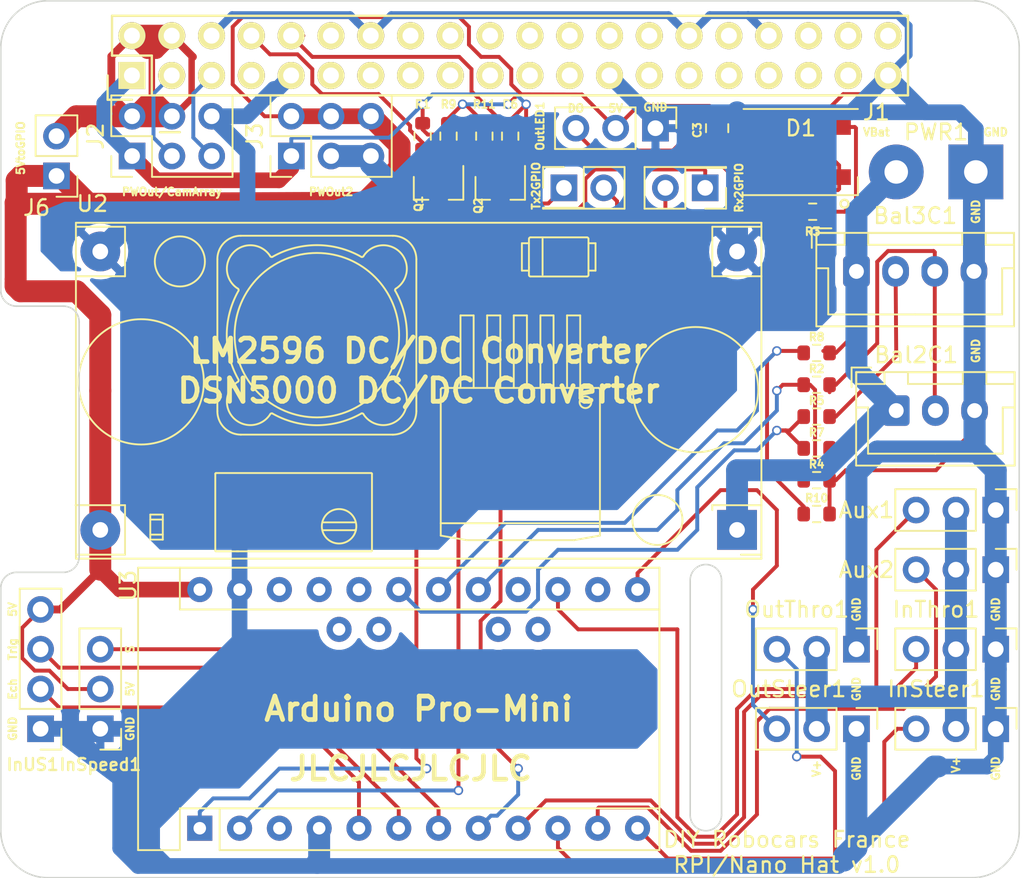
<source format=kicad_pcb>
(kicad_pcb (version 20171130) (host pcbnew "(5.1.5-0-10_14)")

  (general
    (thickness 1.6)
    (drawings 70)
    (tracks 515)
    (zones 0)
    (modules 39)
    (nets 32)
  )

  (page A4)
  (layers
    (0 F.Cu signal)
    (31 B.Cu signal)
    (32 B.Adhes user hide)
    (33 F.Adhes user hide)
    (34 B.Paste user hide)
    (35 F.Paste user hide)
    (36 B.SilkS user)
    (37 F.SilkS user)
    (38 B.Mask user)
    (39 F.Mask user)
    (40 Dwgs.User user hide)
    (41 Cmts.User user hide)
    (42 Eco1.User user hide)
    (43 Eco2.User user hide)
    (44 Edge.Cuts user)
    (45 Margin user hide)
    (46 B.CrtYd user)
    (47 F.CrtYd user)
    (48 B.Fab user hide)
    (49 F.Fab user hide)
  )

  (setup
    (last_trace_width 0.25)
    (user_trace_width 0.01)
    (user_trace_width 0.02)
    (user_trace_width 0.05)
    (user_trace_width 0.1)
    (user_trace_width 0.2)
    (user_trace_width 0.5)
    (user_trace_width 1)
    (user_trace_width 1.4)
    (trace_clearance 0.2)
    (zone_clearance 0.508)
    (zone_45_only no)
    (trace_min 0.01)
    (via_size 0.6)
    (via_drill 0.4)
    (via_min_size 0.4)
    (via_min_drill 0.3)
    (uvia_size 0.3)
    (uvia_drill 0.1)
    (uvias_allowed no)
    (uvia_min_size 0.2)
    (uvia_min_drill 0.1)
    (edge_width 0.1)
    (segment_width 0.2)
    (pcb_text_width 0.3)
    (pcb_text_size 1.5 1.5)
    (mod_edge_width 0.15)
    (mod_text_size 1 1)
    (mod_text_width 0.15)
    (pad_size 2.75 2.75)
    (pad_drill 2.75)
    (pad_to_mask_clearance 0)
    (aux_axis_origin 0 0)
    (visible_elements 7FFFFFFF)
    (pcbplotparams
      (layerselection 0x010f0_ffffffff)
      (usegerberextensions false)
      (usegerberattributes false)
      (usegerberadvancedattributes false)
      (creategerberjobfile false)
      (excludeedgelayer true)
      (linewidth 0.100000)
      (plotframeref false)
      (viasonmask false)
      (mode 1)
      (useauxorigin false)
      (hpglpennumber 1)
      (hpglpenspeed 20)
      (hpglpendiameter 15.000000)
      (psnegative false)
      (psa4output false)
      (plotreference true)
      (plotvalue true)
      (plotinvisibletext false)
      (padsonsilk false)
      (subtractmaskfromsilk false)
      (outputformat 1)
      (mirror false)
      (drillshape 0)
      (scaleselection 1)
      (outputdirectory "gerbers/v1"))
  )

  (net 0 "")
  (net 1 "Net-(InSteer1-Pad3)")
  (net 2 "Net-(InThro1-Pad3)")
  (net 3 "Net-(OutSteer1-Pad3)")
  (net 4 "Net-(OutThro1-Pad3)")
  (net 5 "Net-(Bal2C1-Pad1)")
  (net 6 GND)
  (net 7 +3V3)
  (net 8 "Net-(InSpeed1-Pad3)")
  (net 9 "Net-(InUS1-Pad3)")
  (net 10 "Net-(InUS1-Pad2)")
  (net 11 "Net-(Bal2C1-Pad2)")
  (net 12 "Net-(Bal3C1-Pad2)")
  (net 13 "Net-(R2-Pad2)")
  (net 14 "Net-(R5-Pad2)")
  (net 15 "Net-(R10-Pad1)")
  (net 16 "Net-(D1-Pad2)")
  (net 17 "Net-(Aux1-Pad3)")
  (net 18 "Net-(Aux1-Pad2)")
  (net 19 "Net-(Aux2-Pad3)")
  (net 20 "Net-(J1-Pad5)")
  (net 21 "Net-(J1-Pad3)")
  (net 22 "Net-(J1-Pad8)")
  (net 23 "Net-(J1-Pad10)")
  (net 24 "Net-(J4-Pad2)")
  (net 25 "Net-(J5-Pad1)")
  (net 26 "Net-(J4-Pad1)")
  (net 27 "Net-(J5-Pad2)")
  (net 28 VCC)
  (net 29 "Net-(J1-Pad2)")
  (net 30 "Net-(D1-Pad4)")
  (net 31 "Net-(R3-Pad2)")

  (net_class Default "This is the default net class."
    (clearance 0.2)
    (trace_width 0.25)
    (via_dia 0.6)
    (via_drill 0.4)
    (uvia_dia 0.3)
    (uvia_drill 0.1)
    (add_net +3V3)
    (add_net GND)
    (add_net "Net-(Aux1-Pad2)")
    (add_net "Net-(Aux1-Pad3)")
    (add_net "Net-(Aux2-Pad3)")
    (add_net "Net-(Bal2C1-Pad1)")
    (add_net "Net-(Bal2C1-Pad2)")
    (add_net "Net-(Bal3C1-Pad2)")
    (add_net "Net-(D1-Pad2)")
    (add_net "Net-(D1-Pad4)")
    (add_net "Net-(InSpeed1-Pad3)")
    (add_net "Net-(InSteer1-Pad3)")
    (add_net "Net-(InThro1-Pad3)")
    (add_net "Net-(InUS1-Pad2)")
    (add_net "Net-(InUS1-Pad3)")
    (add_net "Net-(J1-Pad10)")
    (add_net "Net-(J1-Pad11)")
    (add_net "Net-(J1-Pad12)")
    (add_net "Net-(J1-Pad13)")
    (add_net "Net-(J1-Pad15)")
    (add_net "Net-(J1-Pad16)")
    (add_net "Net-(J1-Pad17)")
    (add_net "Net-(J1-Pad18)")
    (add_net "Net-(J1-Pad19)")
    (add_net "Net-(J1-Pad2)")
    (add_net "Net-(J1-Pad20)")
    (add_net "Net-(J1-Pad21)")
    (add_net "Net-(J1-Pad22)")
    (add_net "Net-(J1-Pad23)")
    (add_net "Net-(J1-Pad24)")
    (add_net "Net-(J1-Pad26)")
    (add_net "Net-(J1-Pad27)")
    (add_net "Net-(J1-Pad28)")
    (add_net "Net-(J1-Pad29)")
    (add_net "Net-(J1-Pad3)")
    (add_net "Net-(J1-Pad31)")
    (add_net "Net-(J1-Pad32)")
    (add_net "Net-(J1-Pad33)")
    (add_net "Net-(J1-Pad35)")
    (add_net "Net-(J1-Pad36)")
    (add_net "Net-(J1-Pad37)")
    (add_net "Net-(J1-Pad38)")
    (add_net "Net-(J1-Pad40)")
    (add_net "Net-(J1-Pad5)")
    (add_net "Net-(J1-Pad7)")
    (add_net "Net-(J1-Pad8)")
    (add_net "Net-(J4-Pad1)")
    (add_net "Net-(J4-Pad2)")
    (add_net "Net-(J5-Pad1)")
    (add_net "Net-(J5-Pad2)")
    (add_net "Net-(OutSteer1-Pad3)")
    (add_net "Net-(OutThro1-Pad3)")
    (add_net "Net-(R10-Pad1)")
    (add_net "Net-(R2-Pad2)")
    (add_net "Net-(R3-Pad2)")
    (add_net "Net-(R5-Pad2)")
    (add_net "Net-(U3-Pad14)")
    (add_net "Net-(U3-Pad16)")
    (add_net "Net-(U3-Pad20)")
    (add_net "Net-(U3-Pad21)")
    (add_net "Net-(U3-Pad22)")
    (add_net "Net-(U3-Pad3)")
    (add_net "Net-(U3-PadA4)")
    (add_net "Net-(U3-PadA5)")
    (add_net "Net-(U3-PadA6)")
    (add_net "Net-(U3-PadA7)")
    (add_net VCC)
  )

  (module Package_TO_SOT_SMD:SOT-23 (layer F.Cu) (tedit 5A02FF57) (tstamp 615CA709)
    (at 136.017 86.106 270)
    (descr "SOT-23, Standard")
    (tags SOT-23)
    (path /5515D395/618828F9)
    (attr smd)
    (fp_text reference Q2 (at 1.143 1.397 90) (layer F.SilkS)
      (effects (font (size 0.5 0.5) (thickness 0.125)))
    )
    (fp_text value BSS138 (at 0 2.5 90) (layer F.Fab)
      (effects (font (size 1 1) (thickness 0.15)))
    )
    (fp_line (start 0.76 1.58) (end -0.7 1.58) (layer F.SilkS) (width 0.12))
    (fp_line (start 0.76 -1.58) (end -1.4 -1.58) (layer F.SilkS) (width 0.12))
    (fp_line (start -1.7 1.75) (end -1.7 -1.75) (layer F.CrtYd) (width 0.05))
    (fp_line (start 1.7 1.75) (end -1.7 1.75) (layer F.CrtYd) (width 0.05))
    (fp_line (start 1.7 -1.75) (end 1.7 1.75) (layer F.CrtYd) (width 0.05))
    (fp_line (start -1.7 -1.75) (end 1.7 -1.75) (layer F.CrtYd) (width 0.05))
    (fp_line (start 0.76 -1.58) (end 0.76 -0.65) (layer F.SilkS) (width 0.12))
    (fp_line (start 0.76 1.58) (end 0.76 0.65) (layer F.SilkS) (width 0.12))
    (fp_line (start -0.7 1.52) (end 0.7 1.52) (layer F.Fab) (width 0.1))
    (fp_line (start 0.7 -1.52) (end 0.7 1.52) (layer F.Fab) (width 0.1))
    (fp_line (start -0.7 -0.95) (end -0.15 -1.52) (layer F.Fab) (width 0.1))
    (fp_line (start -0.15 -1.52) (end 0.7 -1.52) (layer F.Fab) (width 0.1))
    (fp_line (start -0.7 -0.95) (end -0.7 1.5) (layer F.Fab) (width 0.1))
    (fp_text user %R (at 0 0) (layer F.Fab)
      (effects (font (size 0.5 0.5) (thickness 0.075)))
    )
    (pad 3 smd rect (at 1 0 270) (size 0.9 0.8) (layers F.Cu F.Paste F.Mask)
      (net 26 "Net-(J4-Pad1)"))
    (pad 2 smd rect (at -1 0.95 270) (size 0.9 0.8) (layers F.Cu F.Paste F.Mask)
      (net 23 "Net-(J1-Pad10)"))
    (pad 1 smd rect (at -1 -0.95 270) (size 0.9 0.8) (layers F.Cu F.Paste F.Mask)
      (net 7 +3V3))
    (model ${KISYS3DMOD}/Package_TO_SOT_SMD.3dshapes/SOT-23.wrl
      (at (xyz 0 0 0))
      (scale (xyz 1 1 1))
      (rotate (xyz 0 0 0))
    )
  )

  (module Package_TO_SOT_SMD:SOT-23 (layer F.Cu) (tedit 5A02FF57) (tstamp 615CA6F4)
    (at 132.08 86.106 270)
    (descr "SOT-23, Standard")
    (tags SOT-23)
    (path /5515D395/61675F2F)
    (attr smd)
    (fp_text reference Q1 (at 1.016 1.27 90) (layer F.SilkS)
      (effects (font (size 0.5 0.5) (thickness 0.125)))
    )
    (fp_text value BSS138 (at 0 2.5 90) (layer F.Fab)
      (effects (font (size 1 1) (thickness 0.15)))
    )
    (fp_line (start 0.76 1.58) (end -0.7 1.58) (layer F.SilkS) (width 0.12))
    (fp_line (start 0.76 -1.58) (end -1.4 -1.58) (layer F.SilkS) (width 0.12))
    (fp_line (start -1.7 1.75) (end -1.7 -1.75) (layer F.CrtYd) (width 0.05))
    (fp_line (start 1.7 1.75) (end -1.7 1.75) (layer F.CrtYd) (width 0.05))
    (fp_line (start 1.7 -1.75) (end 1.7 1.75) (layer F.CrtYd) (width 0.05))
    (fp_line (start -1.7 -1.75) (end 1.7 -1.75) (layer F.CrtYd) (width 0.05))
    (fp_line (start 0.76 -1.58) (end 0.76 -0.65) (layer F.SilkS) (width 0.12))
    (fp_line (start 0.76 1.58) (end 0.76 0.65) (layer F.SilkS) (width 0.12))
    (fp_line (start -0.7 1.52) (end 0.7 1.52) (layer F.Fab) (width 0.1))
    (fp_line (start 0.7 -1.52) (end 0.7 1.52) (layer F.Fab) (width 0.1))
    (fp_line (start -0.7 -0.95) (end -0.15 -1.52) (layer F.Fab) (width 0.1))
    (fp_line (start -0.15 -1.52) (end 0.7 -1.52) (layer F.Fab) (width 0.1))
    (fp_line (start -0.7 -0.95) (end -0.7 1.5) (layer F.Fab) (width 0.1))
    (fp_text user %R (at 0 0) (layer F.Fab)
      (effects (font (size 0.5 0.5) (thickness 0.075)))
    )
    (pad 3 smd rect (at 1 0 270) (size 0.9 0.8) (layers F.Cu F.Paste F.Mask)
      (net 25 "Net-(J5-Pad1)"))
    (pad 2 smd rect (at -1 0.95 270) (size 0.9 0.8) (layers F.Cu F.Paste F.Mask)
      (net 22 "Net-(J1-Pad8)"))
    (pad 1 smd rect (at -1 -0.95 270) (size 0.9 0.8) (layers F.Cu F.Paste F.Mask)
      (net 7 +3V3))
    (model ${KISYS3DMOD}/Package_TO_SOT_SMD.3dshapes/SOT-23.wrl
      (at (xyz 0 0 0))
      (scale (xyz 1 1 1))
      (rotate (xyz 0 0 0))
    )
  )

  (module Resistor_SMD:R_0603_1608Metric (layer F.Cu) (tedit 5F68FEEE) (tstamp 615C49F9)
    (at 135.001 82.804 270)
    (descr "Resistor SMD 0603 (1608 Metric), square (rectangular) end terminal, IPC_7351 nominal, (Body size source: IPC-SM-782 page 72, https://www.pcb-3d.com/wordpress/wp-content/uploads/ipc-sm-782a_amendment_1_and_2.pdf), generated with kicad-footprint-generator")
    (tags resistor)
    (path /5515D395/618A97C6)
    (attr smd)
    (fp_text reference R11 (at -2.032 0) (layer F.SilkS)
      (effects (font (size 0.5 0.5) (thickness 0.125)))
    )
    (fp_text value 10K (at 0 1.43 90) (layer F.Fab)
      (effects (font (size 1 1) (thickness 0.15)))
    )
    (fp_text user %R (at 0 0 90) (layer F.Fab)
      (effects (font (size 0.4 0.4) (thickness 0.06)))
    )
    (fp_line (start 1.48 0.73) (end -1.48 0.73) (layer F.CrtYd) (width 0.05))
    (fp_line (start 1.48 -0.73) (end 1.48 0.73) (layer F.CrtYd) (width 0.05))
    (fp_line (start -1.48 -0.73) (end 1.48 -0.73) (layer F.CrtYd) (width 0.05))
    (fp_line (start -1.48 0.73) (end -1.48 -0.73) (layer F.CrtYd) (width 0.05))
    (fp_line (start -0.237258 0.5225) (end 0.237258 0.5225) (layer F.SilkS) (width 0.12))
    (fp_line (start -0.237258 -0.5225) (end 0.237258 -0.5225) (layer F.SilkS) (width 0.12))
    (fp_line (start 0.8 0.4125) (end -0.8 0.4125) (layer F.Fab) (width 0.1))
    (fp_line (start 0.8 -0.4125) (end 0.8 0.4125) (layer F.Fab) (width 0.1))
    (fp_line (start -0.8 -0.4125) (end 0.8 -0.4125) (layer F.Fab) (width 0.1))
    (fp_line (start -0.8 0.4125) (end -0.8 -0.4125) (layer F.Fab) (width 0.1))
    (pad 2 smd roundrect (at 0.825 0 270) (size 0.8 0.95) (layers F.Cu F.Paste F.Mask) (roundrect_rratio 0.25)
      (net 26 "Net-(J4-Pad1)"))
    (pad 1 smd roundrect (at -0.825 0 270) (size 0.8 0.95) (layers F.Cu F.Paste F.Mask) (roundrect_rratio 0.25)
      (net 28 VCC))
    (model ${KISYS3DMOD}/Resistor_SMD.3dshapes/R_0603_1608Metric.wrl
      (at (xyz 0 0 0))
      (scale (xyz 1 1 1))
      (rotate (xyz 0 0 0))
    )
  )

  (module Resistor_SMD:R_0603_1608Metric (layer F.Cu) (tedit 5F68FEEE) (tstamp 615C49C8)
    (at 132.715 82.804 270)
    (descr "Resistor SMD 0603 (1608 Metric), square (rectangular) end terminal, IPC_7351 nominal, (Body size source: IPC-SM-782 page 72, https://www.pcb-3d.com/wordpress/wp-content/uploads/ipc-sm-782a_amendment_1_and_2.pdf), generated with kicad-footprint-generator")
    (tags resistor)
    (path /5515D395/618A833F)
    (attr smd)
    (fp_text reference R9 (at -2.032 0) (layer F.SilkS)
      (effects (font (size 0.5 0.5) (thickness 0.125)))
    )
    (fp_text value 10K (at 0 1.43 90) (layer F.Fab)
      (effects (font (size 1 1) (thickness 0.15)))
    )
    (fp_text user %R (at 0 0 90) (layer F.Fab)
      (effects (font (size 0.4 0.4) (thickness 0.06)))
    )
    (fp_line (start 1.48 0.73) (end -1.48 0.73) (layer F.CrtYd) (width 0.05))
    (fp_line (start 1.48 -0.73) (end 1.48 0.73) (layer F.CrtYd) (width 0.05))
    (fp_line (start -1.48 -0.73) (end 1.48 -0.73) (layer F.CrtYd) (width 0.05))
    (fp_line (start -1.48 0.73) (end -1.48 -0.73) (layer F.CrtYd) (width 0.05))
    (fp_line (start -0.237258 0.5225) (end 0.237258 0.5225) (layer F.SilkS) (width 0.12))
    (fp_line (start -0.237258 -0.5225) (end 0.237258 -0.5225) (layer F.SilkS) (width 0.12))
    (fp_line (start 0.8 0.4125) (end -0.8 0.4125) (layer F.Fab) (width 0.1))
    (fp_line (start 0.8 -0.4125) (end 0.8 0.4125) (layer F.Fab) (width 0.1))
    (fp_line (start -0.8 -0.4125) (end 0.8 -0.4125) (layer F.Fab) (width 0.1))
    (fp_line (start -0.8 0.4125) (end -0.8 -0.4125) (layer F.Fab) (width 0.1))
    (pad 2 smd roundrect (at 0.825 0 270) (size 0.8 0.95) (layers F.Cu F.Paste F.Mask) (roundrect_rratio 0.25)
      (net 25 "Net-(J5-Pad1)"))
    (pad 1 smd roundrect (at -0.825 0 270) (size 0.8 0.95) (layers F.Cu F.Paste F.Mask) (roundrect_rratio 0.25)
      (net 28 VCC))
    (model ${KISYS3DMOD}/Resistor_SMD.3dshapes/R_0603_1608Metric.wrl
      (at (xyz 0 0 0))
      (scale (xyz 1 1 1))
      (rotate (xyz 0 0 0))
    )
  )

  (module Resistor_SMD:R_0603_1608Metric (layer F.Cu) (tedit 5F68FEEE) (tstamp 615C4977)
    (at 136.652 82.804 270)
    (descr "Resistor SMD 0603 (1608 Metric), square (rectangular) end terminal, IPC_7351 nominal, (Body size source: IPC-SM-782 page 72, https://www.pcb-3d.com/wordpress/wp-content/uploads/ipc-sm-782a_amendment_1_and_2.pdf), generated with kicad-footprint-generator")
    (tags resistor)
    (path /5515D395/618A779B)
    (attr smd)
    (fp_text reference R6 (at -2.032 0) (layer F.SilkS)
      (effects (font (size 0.5 0.5) (thickness 0.125)))
    )
    (fp_text value 10K (at 0 1.43 90) (layer F.Fab)
      (effects (font (size 1 1) (thickness 0.15)))
    )
    (fp_text user %R (at 0 0 90) (layer F.Fab)
      (effects (font (size 0.4 0.4) (thickness 0.06)))
    )
    (fp_line (start 1.48 0.73) (end -1.48 0.73) (layer F.CrtYd) (width 0.05))
    (fp_line (start 1.48 -0.73) (end 1.48 0.73) (layer F.CrtYd) (width 0.05))
    (fp_line (start -1.48 -0.73) (end 1.48 -0.73) (layer F.CrtYd) (width 0.05))
    (fp_line (start -1.48 0.73) (end -1.48 -0.73) (layer F.CrtYd) (width 0.05))
    (fp_line (start -0.237258 0.5225) (end 0.237258 0.5225) (layer F.SilkS) (width 0.12))
    (fp_line (start -0.237258 -0.5225) (end 0.237258 -0.5225) (layer F.SilkS) (width 0.12))
    (fp_line (start 0.8 0.4125) (end -0.8 0.4125) (layer F.Fab) (width 0.1))
    (fp_line (start 0.8 -0.4125) (end 0.8 0.4125) (layer F.Fab) (width 0.1))
    (fp_line (start -0.8 -0.4125) (end 0.8 -0.4125) (layer F.Fab) (width 0.1))
    (fp_line (start -0.8 0.4125) (end -0.8 -0.4125) (layer F.Fab) (width 0.1))
    (pad 2 smd roundrect (at 0.825 0 270) (size 0.8 0.95) (layers F.Cu F.Paste F.Mask) (roundrect_rratio 0.25)
      (net 23 "Net-(J1-Pad10)"))
    (pad 1 smd roundrect (at -0.825 0 270) (size 0.8 0.95) (layers F.Cu F.Paste F.Mask) (roundrect_rratio 0.25)
      (net 7 +3V3))
    (model ${KISYS3DMOD}/Resistor_SMD.3dshapes/R_0603_1608Metric.wrl
      (at (xyz 0 0 0))
      (scale (xyz 1 1 1))
      (rotate (xyz 0 0 0))
    )
  )

  (module Resistor_SMD:R_0603_1608Metric (layer F.Cu) (tedit 5F68FEEE) (tstamp 615C48E6)
    (at 131.064 82.804 270)
    (descr "Resistor SMD 0603 (1608 Metric), square (rectangular) end terminal, IPC_7351 nominal, (Body size source: IPC-SM-782 page 72, https://www.pcb-3d.com/wordpress/wp-content/uploads/ipc-sm-782a_amendment_1_and_2.pdf), generated with kicad-footprint-generator")
    (tags resistor)
    (path /5515D395/618A6784)
    (attr smd)
    (fp_text reference R1 (at -2.032 0) (layer F.SilkS)
      (effects (font (size 0.5 0.5) (thickness 0.125)))
    )
    (fp_text value 10K (at 0 1.43 90) (layer F.Fab)
      (effects (font (size 1 1) (thickness 0.15)))
    )
    (fp_text user %R (at 0 0 90) (layer F.Fab)
      (effects (font (size 0.4 0.4) (thickness 0.06)))
    )
    (fp_line (start 1.48 0.73) (end -1.48 0.73) (layer F.CrtYd) (width 0.05))
    (fp_line (start 1.48 -0.73) (end 1.48 0.73) (layer F.CrtYd) (width 0.05))
    (fp_line (start -1.48 -0.73) (end 1.48 -0.73) (layer F.CrtYd) (width 0.05))
    (fp_line (start -1.48 0.73) (end -1.48 -0.73) (layer F.CrtYd) (width 0.05))
    (fp_line (start -0.237258 0.5225) (end 0.237258 0.5225) (layer F.SilkS) (width 0.12))
    (fp_line (start -0.237258 -0.5225) (end 0.237258 -0.5225) (layer F.SilkS) (width 0.12))
    (fp_line (start 0.8 0.4125) (end -0.8 0.4125) (layer F.Fab) (width 0.1))
    (fp_line (start 0.8 -0.4125) (end 0.8 0.4125) (layer F.Fab) (width 0.1))
    (fp_line (start -0.8 -0.4125) (end 0.8 -0.4125) (layer F.Fab) (width 0.1))
    (fp_line (start -0.8 0.4125) (end -0.8 -0.4125) (layer F.Fab) (width 0.1))
    (pad 2 smd roundrect (at 0.825 0 270) (size 0.8 0.95) (layers F.Cu F.Paste F.Mask) (roundrect_rratio 0.25)
      (net 22 "Net-(J1-Pad8)"))
    (pad 1 smd roundrect (at -0.825 0 270) (size 0.8 0.95) (layers F.Cu F.Paste F.Mask) (roundrect_rratio 0.25)
      (net 7 +3V3))
    (model ${KISYS3DMOD}/Resistor_SMD.3dshapes/R_0603_1608Metric.wrl
      (at (xyz 0 0 0))
      (scale (xyz 1 1 1))
      (rotate (xyz 0 0 0))
    )
  )

  (module LED_SMD:LED_WS2812B_PLCC4_5.0x5.0mm_P3.2mm (layer F.Cu) (tedit 5AA4B285) (tstamp 6157373F)
    (at 155.194 83.82)
    (descr https://cdn-shop.adafruit.com/datasheets/WS2812B.pdf)
    (tags "LED RGB NeoPixel")
    (path /5515D395/61584DFF)
    (attr smd)
    (fp_text reference D1 (at 0 -1.524) (layer F.SilkS)
      (effects (font (size 1 1) (thickness 0.15)))
    )
    (fp_text value WS2812B (at 0 4) (layer F.Fab)
      (effects (font (size 1 1) (thickness 0.15)))
    )
    (fp_circle (center 0 0) (end 0 -2) (layer F.Fab) (width 0.1))
    (fp_line (start 3.65 2.75) (end 3.65 1.6) (layer F.SilkS) (width 0.12))
    (fp_line (start -3.65 2.75) (end 3.65 2.75) (layer F.SilkS) (width 0.12))
    (fp_line (start -3.65 -2.75) (end 3.65 -2.75) (layer F.SilkS) (width 0.12))
    (fp_line (start 2.5 -2.5) (end -2.5 -2.5) (layer F.Fab) (width 0.1))
    (fp_line (start 2.5 2.5) (end 2.5 -2.5) (layer F.Fab) (width 0.1))
    (fp_line (start -2.5 2.5) (end 2.5 2.5) (layer F.Fab) (width 0.1))
    (fp_line (start -2.5 -2.5) (end -2.5 2.5) (layer F.Fab) (width 0.1))
    (fp_line (start 2.5 1.5) (end 1.5 2.5) (layer F.Fab) (width 0.1))
    (fp_line (start -3.45 -2.75) (end -3.45 2.75) (layer F.CrtYd) (width 0.05))
    (fp_line (start -3.45 2.75) (end 3.45 2.75) (layer F.CrtYd) (width 0.05))
    (fp_line (start 3.45 2.75) (end 3.45 -2.75) (layer F.CrtYd) (width 0.05))
    (fp_line (start 3.45 -2.75) (end -3.45 -2.75) (layer F.CrtYd) (width 0.05))
    (fp_text user %R (at 0 0) (layer F.Fab)
      (effects (font (size 0.8 0.8) (thickness 0.15)))
    )
    (pad 1 smd rect (at -2.45 -1.6) (size 1.5 1) (layers F.Cu F.Paste F.Mask)
      (net 28 VCC))
    (pad 2 smd rect (at -2.45 1.6) (size 1.5 1) (layers F.Cu F.Paste F.Mask)
      (net 16 "Net-(D1-Pad2)"))
    (pad 4 smd rect (at 2.45 -1.6) (size 1.5 1) (layers F.Cu F.Paste F.Mask)
      (net 30 "Net-(D1-Pad4)"))
    (pad 3 smd rect (at 2.45 1.6) (size 1.5 1) (layers F.Cu F.Paste F.Mask)
      (net 6 GND))
    (model ${KISYS3DMOD}/LED_SMD.3dshapes/LED_WS2812B_PLCC4_5.0x5.0mm_P3.2mm.wrl
      (at (xyz 0 0 0))
      (scale (xyz 1 1 1))
      (rotate (xyz 0 0 0))
    )
  )

  (module Connector_PinHeader_2.54mm:PinHeader_1x02_P2.54mm_Vertical (layer F.Cu) (tedit 59FED5CC) (tstamp 6154EB93)
    (at 107.696 85.344 180)
    (descr "Through hole straight pin header, 1x02, 2.54mm pitch, single row")
    (tags "Through hole pin header THT 1x02 2.54mm single row")
    (path /5515D395/615AF57D)
    (fp_text reference J6 (at 1.27 -2.032) (layer F.SilkS)
      (effects (font (size 1 1) (thickness 0.15)))
    )
    (fp_text value Conn_01x02_Male (at 0 4.87) (layer F.Fab)
      (effects (font (size 1 1) (thickness 0.15)))
    )
    (fp_text user %R (at 0 1.27 90) (layer F.Fab)
      (effects (font (size 1 1) (thickness 0.15)))
    )
    (fp_line (start 1.8 -1.8) (end -1.8 -1.8) (layer F.CrtYd) (width 0.05))
    (fp_line (start 1.8 4.35) (end 1.8 -1.8) (layer F.CrtYd) (width 0.05))
    (fp_line (start -1.8 4.35) (end 1.8 4.35) (layer F.CrtYd) (width 0.05))
    (fp_line (start -1.8 -1.8) (end -1.8 4.35) (layer F.CrtYd) (width 0.05))
    (fp_line (start -1.33 -1.33) (end 0 -1.33) (layer F.SilkS) (width 0.12))
    (fp_line (start -1.33 0) (end -1.33 -1.33) (layer F.SilkS) (width 0.12))
    (fp_line (start -1.33 1.27) (end 1.33 1.27) (layer F.SilkS) (width 0.12))
    (fp_line (start 1.33 1.27) (end 1.33 3.87) (layer F.SilkS) (width 0.12))
    (fp_line (start -1.33 1.27) (end -1.33 3.87) (layer F.SilkS) (width 0.12))
    (fp_line (start -1.33 3.87) (end 1.33 3.87) (layer F.SilkS) (width 0.12))
    (fp_line (start -1.27 -0.635) (end -0.635 -1.27) (layer F.Fab) (width 0.1))
    (fp_line (start -1.27 3.81) (end -1.27 -0.635) (layer F.Fab) (width 0.1))
    (fp_line (start 1.27 3.81) (end -1.27 3.81) (layer F.Fab) (width 0.1))
    (fp_line (start 1.27 -1.27) (end 1.27 3.81) (layer F.Fab) (width 0.1))
    (fp_line (start -0.635 -1.27) (end 1.27 -1.27) (layer F.Fab) (width 0.1))
    (pad 2 thru_hole oval (at 0 2.54 180) (size 1.7 1.7) (drill 1) (layers *.Cu *.Mask)
      (net 29 "Net-(J1-Pad2)"))
    (pad 1 thru_hole rect (at 0 0 180) (size 1.7 1.7) (drill 1) (layers *.Cu *.Mask)
      (net 28 VCC))
    (model ${KISYS3DMOD}/Connector_PinHeader_2.54mm.3dshapes/PinHeader_1x02_P2.54mm_Vertical.wrl
      (at (xyz 0 0 0))
      (scale (xyz 1 1 1))
      (rotate (xyz 0 0 0))
    )
  )

  (module Connector_PinHeader_2.54mm:PinHeader_2x01_P2.54mm_Vertical (layer F.Cu) (tedit 59FED5CC) (tstamp 615344C3)
    (at 149.098 86.106 180)
    (descr "Through hole straight pin header, 2x01, 2.54mm pitch, double rows")
    (tags "Through hole pin header THT 2x01 2.54mm double row")
    (path /5515D395/61553D37)
    (fp_text reference J5 (at -2.794 0.254) (layer F.SilkS) hide
      (effects (font (size 1 1) (thickness 0.15)))
    )
    (fp_text value Conn_01x02_Male (at 1.27 2.33) (layer F.Fab)
      (effects (font (size 1 1) (thickness 0.15)))
    )
    (fp_text user %R (at 1.27 0 90) (layer F.Fab)
      (effects (font (size 1 1) (thickness 0.15)))
    )
    (fp_line (start 4.35 -1.8) (end -1.8 -1.8) (layer F.CrtYd) (width 0.05))
    (fp_line (start 4.35 1.8) (end 4.35 -1.8) (layer F.CrtYd) (width 0.05))
    (fp_line (start -1.8 1.8) (end 4.35 1.8) (layer F.CrtYd) (width 0.05))
    (fp_line (start -1.8 -1.8) (end -1.8 1.8) (layer F.CrtYd) (width 0.05))
    (fp_line (start -1.33 -1.33) (end 0 -1.33) (layer F.SilkS) (width 0.12))
    (fp_line (start -1.33 0) (end -1.33 -1.33) (layer F.SilkS) (width 0.12))
    (fp_line (start 1.27 -1.33) (end 3.87 -1.33) (layer F.SilkS) (width 0.12))
    (fp_line (start 1.27 1.27) (end 1.27 -1.33) (layer F.SilkS) (width 0.12))
    (fp_line (start -1.33 1.27) (end 1.27 1.27) (layer F.SilkS) (width 0.12))
    (fp_line (start 3.87 -1.33) (end 3.87 1.33) (layer F.SilkS) (width 0.12))
    (fp_line (start -1.33 1.27) (end -1.33 1.33) (layer F.SilkS) (width 0.12))
    (fp_line (start -1.33 1.33) (end 3.87 1.33) (layer F.SilkS) (width 0.12))
    (fp_line (start -1.27 0) (end 0 -1.27) (layer F.Fab) (width 0.1))
    (fp_line (start -1.27 1.27) (end -1.27 0) (layer F.Fab) (width 0.1))
    (fp_line (start 3.81 1.27) (end -1.27 1.27) (layer F.Fab) (width 0.1))
    (fp_line (start 3.81 -1.27) (end 3.81 1.27) (layer F.Fab) (width 0.1))
    (fp_line (start 0 -1.27) (end 3.81 -1.27) (layer F.Fab) (width 0.1))
    (pad 2 thru_hole oval (at 2.54 0 180) (size 1.7 1.7) (drill 1) (layers *.Cu *.Mask)
      (net 27 "Net-(J5-Pad2)"))
    (pad 1 thru_hole rect (at 0 0 180) (size 1.7 1.7) (drill 1) (layers *.Cu *.Mask)
      (net 25 "Net-(J5-Pad1)"))
    (model ${KISYS3DMOD}/Connector_PinHeader_2.54mm.3dshapes/PinHeader_2x01_P2.54mm_Vertical.wrl
      (at (xyz 0 0 0))
      (scale (xyz 1 1 1))
      (rotate (xyz 0 0 0))
    )
  )

  (module Connector_PinHeader_2.54mm:PinHeader_2x01_P2.54mm_Vertical (layer F.Cu) (tedit 59FED5CC) (tstamp 615344AB)
    (at 140.081 86.106)
    (descr "Through hole straight pin header, 2x01, 2.54mm pitch, double rows")
    (tags "Through hole pin header THT 2x01 2.54mm double row")
    (path /5515D395/61586DDF)
    (fp_text reference J4 (at -2.54 0) (layer F.SilkS) hide
      (effects (font (size 1 1) (thickness 0.15)))
    )
    (fp_text value Conn_01x02_Male (at 1.27 2.33) (layer F.Fab)
      (effects (font (size 1 1) (thickness 0.15)))
    )
    (fp_text user %R (at 1.27 0 90) (layer F.Fab)
      (effects (font (size 1 1) (thickness 0.15)))
    )
    (fp_line (start 4.35 -1.8) (end -1.8 -1.8) (layer F.CrtYd) (width 0.05))
    (fp_line (start 4.35 1.8) (end 4.35 -1.8) (layer F.CrtYd) (width 0.05))
    (fp_line (start -1.8 1.8) (end 4.35 1.8) (layer F.CrtYd) (width 0.05))
    (fp_line (start -1.8 -1.8) (end -1.8 1.8) (layer F.CrtYd) (width 0.05))
    (fp_line (start -1.33 -1.33) (end 0 -1.33) (layer F.SilkS) (width 0.12))
    (fp_line (start -1.33 0) (end -1.33 -1.33) (layer F.SilkS) (width 0.12))
    (fp_line (start 1.27 -1.33) (end 3.87 -1.33) (layer F.SilkS) (width 0.12))
    (fp_line (start 1.27 1.27) (end 1.27 -1.33) (layer F.SilkS) (width 0.12))
    (fp_line (start -1.33 1.27) (end 1.27 1.27) (layer F.SilkS) (width 0.12))
    (fp_line (start 3.87 -1.33) (end 3.87 1.33) (layer F.SilkS) (width 0.12))
    (fp_line (start -1.33 1.27) (end -1.33 1.33) (layer F.SilkS) (width 0.12))
    (fp_line (start -1.33 1.33) (end 3.87 1.33) (layer F.SilkS) (width 0.12))
    (fp_line (start -1.27 0) (end 0 -1.27) (layer F.Fab) (width 0.1))
    (fp_line (start -1.27 1.27) (end -1.27 0) (layer F.Fab) (width 0.1))
    (fp_line (start 3.81 1.27) (end -1.27 1.27) (layer F.Fab) (width 0.1))
    (fp_line (start 3.81 -1.27) (end 3.81 1.27) (layer F.Fab) (width 0.1))
    (fp_line (start 0 -1.27) (end 3.81 -1.27) (layer F.Fab) (width 0.1))
    (pad 2 thru_hole oval (at 2.54 0) (size 1.7 1.7) (drill 1) (layers *.Cu *.Mask)
      (net 24 "Net-(J4-Pad2)"))
    (pad 1 thru_hole rect (at 0 0) (size 1.7 1.7) (drill 1) (layers *.Cu *.Mask)
      (net 26 "Net-(J4-Pad1)"))
    (model ${KISYS3DMOD}/Connector_PinHeader_2.54mm.3dshapes/PinHeader_2x01_P2.54mm_Vertical.wrl
      (at (xyz 0 0 0))
      (scale (xyz 1 1 1))
      (rotate (xyz 0 0 0))
    )
  )

  (module Resistor_SMD:R_0603_1608Metric (layer F.Cu) (tedit 5F68FEEE) (tstamp 613522AD)
    (at 155.956 87.63 180)
    (descr "Resistor SMD 0603 (1608 Metric), square (rectangular) end terminal, IPC_7351 nominal, (Body size source: IPC-SM-782 page 72, https://www.pcb-3d.com/wordpress/wp-content/uploads/ipc-sm-782a_amendment_1_and_2.pdf), generated with kicad-footprint-generator")
    (tags resistor)
    (path /5515D395/63074DD4)
    (attr smd)
    (fp_text reference R3 (at 0 -1.27) (layer F.SilkS)
      (effects (font (size 0.5 0.5) (thickness 0.125)))
    )
    (fp_text value 150R (at 0 1.43) (layer F.Fab)
      (effects (font (size 1 1) (thickness 0.15)))
    )
    (fp_text user %R (at 0 0) (layer F.Fab)
      (effects (font (size 0.4 0.4) (thickness 0.06)))
    )
    (fp_line (start 1.48 0.73) (end -1.48 0.73) (layer F.CrtYd) (width 0.05))
    (fp_line (start 1.48 -0.73) (end 1.48 0.73) (layer F.CrtYd) (width 0.05))
    (fp_line (start -1.48 -0.73) (end 1.48 -0.73) (layer F.CrtYd) (width 0.05))
    (fp_line (start -1.48 0.73) (end -1.48 -0.73) (layer F.CrtYd) (width 0.05))
    (fp_line (start -0.237258 0.5225) (end 0.237258 0.5225) (layer F.SilkS) (width 0.12))
    (fp_line (start -0.237258 -0.5225) (end 0.237258 -0.5225) (layer F.SilkS) (width 0.12))
    (fp_line (start 0.8 0.4125) (end -0.8 0.4125) (layer F.Fab) (width 0.1))
    (fp_line (start 0.8 -0.4125) (end 0.8 0.4125) (layer F.Fab) (width 0.1))
    (fp_line (start -0.8 -0.4125) (end 0.8 -0.4125) (layer F.Fab) (width 0.1))
    (fp_line (start -0.8 0.4125) (end -0.8 -0.4125) (layer F.Fab) (width 0.1))
    (pad 2 smd roundrect (at 0.825 0 180) (size 0.8 0.95) (layers F.Cu F.Paste F.Mask) (roundrect_rratio 0.25)
      (net 31 "Net-(R3-Pad2)"))
    (pad 1 smd roundrect (at -0.825 0 180) (size 0.8 0.95) (layers F.Cu F.Paste F.Mask) (roundrect_rratio 0.25)
      (net 30 "Net-(D1-Pad4)"))
    (model ${KISYS3DMOD}/Resistor_SMD.3dshapes/R_0603_1608Metric.wrl
      (at (xyz 0 0 0))
      (scale (xyz 1 1 1))
      (rotate (xyz 0 0 0))
    )
  )

  (module Pin_Headers:Pin_Header_Straight_2x03_Pitch2.54mm (layer F.Cu) (tedit 59650532) (tstamp 6134E4BD)
    (at 122.682 84.074 90)
    (descr "Through hole straight pin header, 2x03, 2.54mm pitch, double rows")
    (tags "Through hole pin header THT 2x03 2.54mm double row")
    (path /5515D395/62E2AA16)
    (fp_text reference J3 (at 1.27 -2.33 90) (layer F.SilkS)
      (effects (font (size 1 1) (thickness 0.15)))
    )
    (fp_text value PWOut (at 1.27 7.41 90) (layer F.Fab)
      (effects (font (size 1 1) (thickness 0.15)))
    )
    (fp_text user %R (at 1.27 2.54) (layer F.Fab)
      (effects (font (size 1 1) (thickness 0.15)))
    )
    (fp_line (start 4.35 -1.8) (end -1.8 -1.8) (layer F.CrtYd) (width 0.05))
    (fp_line (start 4.35 6.85) (end 4.35 -1.8) (layer F.CrtYd) (width 0.05))
    (fp_line (start -1.8 6.85) (end 4.35 6.85) (layer F.CrtYd) (width 0.05))
    (fp_line (start -1.8 -1.8) (end -1.8 6.85) (layer F.CrtYd) (width 0.05))
    (fp_line (start -1.33 -1.33) (end 0 -1.33) (layer F.SilkS) (width 0.12))
    (fp_line (start -1.33 0) (end -1.33 -1.33) (layer F.SilkS) (width 0.12))
    (fp_line (start 1.27 -1.33) (end 3.87 -1.33) (layer F.SilkS) (width 0.12))
    (fp_line (start 1.27 1.27) (end 1.27 -1.33) (layer F.SilkS) (width 0.12))
    (fp_line (start -1.33 1.27) (end 1.27 1.27) (layer F.SilkS) (width 0.12))
    (fp_line (start 3.87 -1.33) (end 3.87 6.41) (layer F.SilkS) (width 0.12))
    (fp_line (start -1.33 1.27) (end -1.33 6.41) (layer F.SilkS) (width 0.12))
    (fp_line (start -1.33 6.41) (end 3.87 6.41) (layer F.SilkS) (width 0.12))
    (fp_line (start -1.27 0) (end 0 -1.27) (layer F.Fab) (width 0.1))
    (fp_line (start -1.27 6.35) (end -1.27 0) (layer F.Fab) (width 0.1))
    (fp_line (start 3.81 6.35) (end -1.27 6.35) (layer F.Fab) (width 0.1))
    (fp_line (start 3.81 -1.27) (end 3.81 6.35) (layer F.Fab) (width 0.1))
    (fp_line (start 0 -1.27) (end 3.81 -1.27) (layer F.Fab) (width 0.1))
    (pad 6 thru_hole oval (at 2.54 5.08 90) (size 1.7 1.7) (drill 1) (layers *.Cu *.Mask)
      (net 28 VCC))
    (pad 5 thru_hole oval (at 0 5.08 90) (size 1.7 1.7) (drill 1) (layers *.Cu *.Mask)
      (net 6 GND))
    (pad 4 thru_hole oval (at 2.54 2.54 90) (size 1.7 1.7) (drill 1) (layers *.Cu *.Mask)
      (net 28 VCC))
    (pad 3 thru_hole oval (at 0 2.54 90) (size 1.7 1.7) (drill 1) (layers *.Cu *.Mask)
      (net 6 GND))
    (pad 2 thru_hole oval (at 2.54 0 90) (size 1.7 1.7) (drill 1) (layers *.Cu *.Mask)
      (net 28 VCC))
    (pad 1 thru_hole rect (at 0 0 90) (size 1.7 1.7) (drill 1) (layers *.Cu *.Mask)
      (net 7 +3V3))
    (model ${KISYS3DMOD}/Pin_Headers.3dshapes/Pin_Header_Straight_2x03_Pitch2.54mm.wrl
      (at (xyz 0 0 0))
      (scale (xyz 1 1 1))
      (rotate (xyz 0 0 0))
    )
  )

  (module Pin_Headers:Pin_Header_Straight_2x03_Pitch2.54mm (layer F.Cu) (tedit 59650532) (tstamp 6134E433)
    (at 112.522 84.074 90)
    (descr "Through hole straight pin header, 2x03, 2.54mm pitch, double rows")
    (tags "Through hole pin header THT 2x03 2.54mm double row")
    (path /5515D395/62D9939C)
    (fp_text reference J2 (at 1.27 -2.33 90) (layer F.SilkS)
      (effects (font (size 1 1) (thickness 0.15)))
    )
    (fp_text value PWOut/Camarray (at 1.27 7.41 90) (layer F.Fab)
      (effects (font (size 1 1) (thickness 0.15)))
    )
    (fp_text user %R (at 1.27 2.54) (layer F.Fab)
      (effects (font (size 1 1) (thickness 0.15)))
    )
    (fp_line (start 4.35 -1.8) (end -1.8 -1.8) (layer F.CrtYd) (width 0.05))
    (fp_line (start 4.35 6.85) (end 4.35 -1.8) (layer F.CrtYd) (width 0.05))
    (fp_line (start -1.8 6.85) (end 4.35 6.85) (layer F.CrtYd) (width 0.05))
    (fp_line (start -1.8 -1.8) (end -1.8 6.85) (layer F.CrtYd) (width 0.05))
    (fp_line (start -1.33 -1.33) (end 0 -1.33) (layer F.SilkS) (width 0.12))
    (fp_line (start -1.33 0) (end -1.33 -1.33) (layer F.SilkS) (width 0.12))
    (fp_line (start 1.27 -1.33) (end 3.87 -1.33) (layer F.SilkS) (width 0.12))
    (fp_line (start 1.27 1.27) (end 1.27 -1.33) (layer F.SilkS) (width 0.12))
    (fp_line (start -1.33 1.27) (end 1.27 1.27) (layer F.SilkS) (width 0.12))
    (fp_line (start 3.87 -1.33) (end 3.87 6.41) (layer F.SilkS) (width 0.12))
    (fp_line (start -1.33 1.27) (end -1.33 6.41) (layer F.SilkS) (width 0.12))
    (fp_line (start -1.33 6.41) (end 3.87 6.41) (layer F.SilkS) (width 0.12))
    (fp_line (start -1.27 0) (end 0 -1.27) (layer F.Fab) (width 0.1))
    (fp_line (start -1.27 6.35) (end -1.27 0) (layer F.Fab) (width 0.1))
    (fp_line (start 3.81 6.35) (end -1.27 6.35) (layer F.Fab) (width 0.1))
    (fp_line (start 3.81 -1.27) (end 3.81 6.35) (layer F.Fab) (width 0.1))
    (fp_line (start 0 -1.27) (end 3.81 -1.27) (layer F.Fab) (width 0.1))
    (pad 6 thru_hole oval (at 2.54 5.08 90) (size 1.7 1.7) (drill 1) (layers *.Cu *.Mask)
      (net 6 GND))
    (pad 5 thru_hole oval (at 0 5.08 90) (size 1.7 1.7) (drill 1) (layers *.Cu *.Mask)
      (net 20 "Net-(J1-Pad5)"))
    (pad 4 thru_hole oval (at 2.54 2.54 90) (size 1.7 1.7) (drill 1) (layers *.Cu *.Mask)
      (net 29 "Net-(J1-Pad2)"))
    (pad 3 thru_hole oval (at 0 2.54 90) (size 1.7 1.7) (drill 1) (layers *.Cu *.Mask)
      (net 21 "Net-(J1-Pad3)"))
    (pad 2 thru_hole oval (at 2.54 0 90) (size 1.7 1.7) (drill 1) (layers *.Cu *.Mask)
      (net 29 "Net-(J1-Pad2)"))
    (pad 1 thru_hole rect (at 0 0 90) (size 1.7 1.7) (drill 1) (layers *.Cu *.Mask)
      (net 7 +3V3))
    (model ${KISYS3DMOD}/Pin_Headers.3dshapes/Pin_Header_Straight_2x03_Pitch2.54mm.wrl
      (at (xyz 0 0 0))
      (scale (xyz 1 1 1))
      (rotate (xyz 0 0 0))
    )
  )

  (module Arduino:Arduino_Pro_Mini (layer F.Cu) (tedit 5FA0E9FC) (tstamp 61328882)
    (at 116.84 127 90)
    (descr "Arduino Pro Mini")
    (tags "Arduino Pro Mini")
    (path /5515D395/61B934EF)
    (fp_text reference U3 (at 15.494 -4.572 90) (layer F.SilkS)
      (effects (font (size 1 1) (thickness 0.15)))
    )
    (fp_text value Arduino_Pro_Mini (at 8.89 19.05) (layer F.Fab)
      (effects (font (size 1 1) (thickness 0.15)))
    )
    (fp_line (start 16.764 29.464) (end -1.524 29.464) (layer F.CrtYd) (width 0.05))
    (fp_line (start 16.764 29.464) (end 16.764 -4.064) (layer F.CrtYd) (width 0.05))
    (fp_line (start -1.524 -4.064) (end -1.524 29.464) (layer F.CrtYd) (width 0.05))
    (fp_line (start -1.524 -4.064) (end 16.764 -4.064) (layer F.CrtYd) (width 0.05))
    (fp_line (start 16.51 -3.81) (end 16.51 29.21) (layer F.Fab) (width 0.1))
    (fp_line (start 0 -3.81) (end 16.51 -3.81) (layer F.Fab) (width 0.1))
    (fp_line (start -1.27 -2.54) (end 0 -3.81) (layer F.Fab) (width 0.1))
    (fp_line (start -1.27 29.21) (end -1.27 -2.54) (layer F.Fab) (width 0.1))
    (fp_line (start 16.51 29.21) (end -1.27 29.21) (layer F.Fab) (width 0.1))
    (fp_line (start 16.637 -3.937) (end -1.397 -3.937) (layer F.SilkS) (width 0.12))
    (fp_line (start 16.637 29.337) (end 16.637 -3.937) (layer F.SilkS) (width 0.12))
    (fp_line (start 1.27 1.27) (end 1.27 29.337) (layer F.SilkS) (width 0.12))
    (fp_line (start 1.27 1.27) (end -1.397 1.27) (layer F.SilkS) (width 0.12))
    (fp_line (start -1.397 29.337) (end 16.64 29.337) (layer F.SilkS) (width 0.12))
    (fp_line (start 13.97 -1.27) (end 13.97 29.337) (layer F.SilkS) (width 0.12))
    (fp_line (start 13.97 -1.27) (end 16.64 -1.27) (layer F.SilkS) (width 0.12))
    (fp_line (start -1.397 -3.937) (end -1.397 -1.27) (layer F.SilkS) (width 0.12))
    (fp_line (start -1.397 1.27) (end -1.397 29.337) (layer F.SilkS) (width 0.12))
    (fp_line (start 1.27 -1.27) (end -1.397 -1.27) (layer F.SilkS) (width 0.12))
    (fp_line (start 1.27 1.27) (end 1.27 -1.27) (layer F.SilkS) (width 0.12))
    (fp_text user %R (at 6.35 19.05) (layer F.Fab)
      (effects (font (size 1 1) (thickness 0.15)))
    )
    (pad A6 thru_hole oval (at 12.7 21.59 90) (size 1.6 1.6) (drill 0.8) (layers *.Cu *.Mask))
    (pad A7 thru_hole oval (at 12.7 19.05 90) (size 1.6 1.6) (drill 0.8) (layers *.Cu *.Mask))
    (pad A4 thru_hole oval (at 12.7 11.43 90) (size 1.6 1.6) (drill 0.8) (layers *.Cu *.Mask))
    (pad A5 thru_hole oval (at 12.7 8.89 90) (size 1.6 1.6) (drill 0.8) (layers *.Cu *.Mask))
    (pad 24 thru_hole oval (at 15.24 0 90) (size 1.6 1.6) (drill 0.8) (layers *.Cu *.Mask)
      (net 28 VCC))
    (pad 23 thru_hole oval (at 15.24 2.54 90) (size 1.6 1.6) (drill 0.8) (layers *.Cu *.Mask)
      (net 6 GND))
    (pad 22 thru_hole oval (at 15.24 5.08 90) (size 1.6 1.6) (drill 0.8) (layers *.Cu *.Mask))
    (pad 12 thru_hole oval (at 0 27.94 90) (size 1.6 1.6) (drill 0.8) (layers *.Cu *.Mask)
      (net 4 "Net-(OutThro1-Pad3)"))
    (pad 21 thru_hole oval (at 15.24 7.62 90) (size 1.6 1.6) (drill 0.8) (layers *.Cu *.Mask))
    (pad 11 thru_hole oval (at 0 25.4 90) (size 1.6 1.6) (drill 0.8) (layers *.Cu *.Mask)
      (net 19 "Net-(Aux2-Pad3)"))
    (pad 20 thru_hole oval (at 15.24 10.16 90) (size 1.6 1.6) (drill 0.8) (layers *.Cu *.Mask))
    (pad 10 thru_hole oval (at 0 22.86 90) (size 1.6 1.6) (drill 0.8) (layers *.Cu *.Mask)
      (net 1 "Net-(InSteer1-Pad3)"))
    (pad 19 thru_hole oval (at 15.24 12.7 90) (size 1.6 1.6) (drill 0.8) (layers *.Cu *.Mask)
      (net 14 "Net-(R5-Pad2)"))
    (pad 9 thru_hole oval (at 0 20.32 90) (size 1.6 1.6) (drill 0.8) (layers *.Cu *.Mask)
      (net 2 "Net-(InThro1-Pad3)"))
    (pad 18 thru_hole oval (at 15.24 15.24 90) (size 1.6 1.6) (drill 0.8) (layers *.Cu *.Mask)
      (net 15 "Net-(R10-Pad1)"))
    (pad 8 thru_hole oval (at 0 17.78 90) (size 1.6 1.6) (drill 0.8) (layers *.Cu *.Mask)
      (net 31 "Net-(R3-Pad2)"))
    (pad 17 thru_hole oval (at 15.24 17.78 90) (size 1.6 1.6) (drill 0.8) (layers *.Cu *.Mask)
      (net 13 "Net-(R2-Pad2)"))
    (pad 7 thru_hole oval (at 0 15.24 90) (size 1.6 1.6) (drill 0.8) (layers *.Cu *.Mask)
      (net 8 "Net-(InSpeed1-Pad3)"))
    (pad 16 thru_hole oval (at 15.24 20.32 90) (size 1.6 1.6) (drill 0.8) (layers *.Cu *.Mask))
    (pad 6 thru_hole oval (at 0 12.7 90) (size 1.6 1.6) (drill 0.8) (layers *.Cu *.Mask)
      (net 9 "Net-(InUS1-Pad3)"))
    (pad 15 thru_hole oval (at 15.24 22.86 90) (size 1.6 1.6) (drill 0.8) (layers *.Cu *.Mask)
      (net 17 "Net-(Aux1-Pad3)"))
    (pad 5 thru_hole oval (at 0 10.16 90) (size 1.6 1.6) (drill 0.8) (layers *.Cu *.Mask)
      (net 10 "Net-(InUS1-Pad2)"))
    (pad 14 thru_hole oval (at 15.24 25.4 90) (size 1.6 1.6) (drill 0.8) (layers *.Cu *.Mask))
    (pad 4 thru_hole oval (at 0 7.62 90) (size 1.6 1.6) (drill 0.8) (layers *.Cu *.Mask)
      (net 6 GND))
    (pad 13 thru_hole oval (at 15.24 27.94 90) (size 1.6 1.6) (drill 0.8) (layers *.Cu *.Mask)
      (net 3 "Net-(OutSteer1-Pad3)"))
    (pad 3 thru_hole oval (at 0 5.08 90) (size 1.6 1.6) (drill 0.8) (layers *.Cu *.Mask))
    (pad 2 thru_hole oval (at 0 2.54 90) (size 1.6 1.6) (drill 0.8) (layers *.Cu *.Mask)
      (net 27 "Net-(J5-Pad2)"))
    (pad 1 thru_hole rect (at 0 0 90) (size 1.6 1.6) (drill 0.8) (layers *.Cu *.Mask)
      (net 24 "Net-(J4-Pad2)"))
    (model ${KISYS3DMOD}/Module.3dshapes/Arduino_Nano_WithMountingHoles.wrl
      (at (xyz 0 0 0))
      (scale (xyz 1 1 1))
      (rotate (xyz 0 0 0))
    )
    (model ${LOCALREPO}/kicad-lib-arduino/Arduino.3dshapes/arduino_pro_mini.x3d
      (at (xyz 0 0 0))
      (scale (xyz 1 1 1))
      (rotate (xyz 0 0 0))
    )
  )

  (module Connector_PinHeader_2.54mm:PinHeader_1x03_P2.54mm_Vertical (layer F.Cu) (tedit 59FED5CC) (tstamp 61324CAE)
    (at 145.923 82.296 270)
    (descr "Through hole straight pin header, 1x03, 2.54mm pitch, single row")
    (tags "Through hole pin header THT 1x03 2.54mm single row")
    (path /5515D395/61B13815)
    (fp_text reference OutLED1 (at -0.127 7.366 90) (layer F.SilkS)
      (effects (font (size 0.5 0.5) (thickness 0.125)))
    )
    (fp_text value Conn_01x03_Male (at 0 7.41 90) (layer F.Fab)
      (effects (font (size 1 1) (thickness 0.15)))
    )
    (fp_text user %R (at 0 2.54) (layer F.Fab)
      (effects (font (size 1 1) (thickness 0.15)))
    )
    (fp_line (start 1.8 -1.8) (end -1.8 -1.8) (layer F.CrtYd) (width 0.05))
    (fp_line (start 1.8 6.85) (end 1.8 -1.8) (layer F.CrtYd) (width 0.05))
    (fp_line (start -1.8 6.85) (end 1.8 6.85) (layer F.CrtYd) (width 0.05))
    (fp_line (start -1.8 -1.8) (end -1.8 6.85) (layer F.CrtYd) (width 0.05))
    (fp_line (start -1.33 -1.33) (end 0 -1.33) (layer F.SilkS) (width 0.12))
    (fp_line (start -1.33 0) (end -1.33 -1.33) (layer F.SilkS) (width 0.12))
    (fp_line (start -1.33 1.27) (end 1.33 1.27) (layer F.SilkS) (width 0.12))
    (fp_line (start 1.33 1.27) (end 1.33 6.41) (layer F.SilkS) (width 0.12))
    (fp_line (start -1.33 1.27) (end -1.33 6.41) (layer F.SilkS) (width 0.12))
    (fp_line (start -1.33 6.41) (end 1.33 6.41) (layer F.SilkS) (width 0.12))
    (fp_line (start -1.27 -0.635) (end -0.635 -1.27) (layer F.Fab) (width 0.1))
    (fp_line (start -1.27 6.35) (end -1.27 -0.635) (layer F.Fab) (width 0.1))
    (fp_line (start 1.27 6.35) (end -1.27 6.35) (layer F.Fab) (width 0.1))
    (fp_line (start 1.27 -1.27) (end 1.27 6.35) (layer F.Fab) (width 0.1))
    (fp_line (start -0.635 -1.27) (end 1.27 -1.27) (layer F.Fab) (width 0.1))
    (pad 3 thru_hole oval (at 0 5.08 270) (size 1.7 1.7) (drill 1) (layers *.Cu *.Mask)
      (net 16 "Net-(D1-Pad2)"))
    (pad 2 thru_hole oval (at 0 2.54 270) (size 1.7 1.7) (drill 1) (layers *.Cu *.Mask)
      (net 28 VCC))
    (pad 1 thru_hole rect (at 0 0 270) (size 1.7 1.7) (drill 1) (layers *.Cu *.Mask)
      (net 6 GND))
    (model ${KISYS3DMOD}/Connector_PinHeader_2.54mm.3dshapes/PinHeader_1x03_P2.54mm_Vertical.wrl
      (at (xyz 0 0 0))
      (scale (xyz 1 1 1))
      (rotate (xyz 0 0 0))
    )
  )

  (module Connector_PinHeader_2.54mm:PinHeader_1x03_P2.54mm_Vertical (layer F.Cu) (tedit 59FED5CC) (tstamp 612D40C8)
    (at 167.64 120.65 270)
    (descr "Through hole straight pin header, 1x03, 2.54mm pitch, single row")
    (tags "Through hole pin header THT 1x03 2.54mm single row")
    (path /5515D395/6130AFBD)
    (fp_text reference InSteer1 (at -2.54 3.81) (layer F.SilkS)
      (effects (font (size 1 1) (thickness 0.15)))
    )
    (fp_text value Conn_01x03_Male (at 0 7.41 90) (layer F.Fab)
      (effects (font (size 1 1) (thickness 0.15)))
    )
    (fp_text user %R (at 0 2.54) (layer F.Fab)
      (effects (font (size 1 1) (thickness 0.15)))
    )
    (fp_line (start 1.8 -1.8) (end -1.8 -1.8) (layer F.CrtYd) (width 0.05))
    (fp_line (start 1.8 6.85) (end 1.8 -1.8) (layer F.CrtYd) (width 0.05))
    (fp_line (start -1.8 6.85) (end 1.8 6.85) (layer F.CrtYd) (width 0.05))
    (fp_line (start -1.8 -1.8) (end -1.8 6.85) (layer F.CrtYd) (width 0.05))
    (fp_line (start -1.33 -1.33) (end 0 -1.33) (layer F.SilkS) (width 0.12))
    (fp_line (start -1.33 0) (end -1.33 -1.33) (layer F.SilkS) (width 0.12))
    (fp_line (start -1.33 1.27) (end 1.33 1.27) (layer F.SilkS) (width 0.12))
    (fp_line (start 1.33 1.27) (end 1.33 6.41) (layer F.SilkS) (width 0.12))
    (fp_line (start -1.33 1.27) (end -1.33 6.41) (layer F.SilkS) (width 0.12))
    (fp_line (start -1.33 6.41) (end 1.33 6.41) (layer F.SilkS) (width 0.12))
    (fp_line (start -1.27 -0.635) (end -0.635 -1.27) (layer F.Fab) (width 0.1))
    (fp_line (start -1.27 6.35) (end -1.27 -0.635) (layer F.Fab) (width 0.1))
    (fp_line (start 1.27 6.35) (end -1.27 6.35) (layer F.Fab) (width 0.1))
    (fp_line (start 1.27 -1.27) (end 1.27 6.35) (layer F.Fab) (width 0.1))
    (fp_line (start -0.635 -1.27) (end 1.27 -1.27) (layer F.Fab) (width 0.1))
    (pad 3 thru_hole oval (at 0 5.08 270) (size 1.7 1.7) (drill 1) (layers *.Cu *.Mask)
      (net 1 "Net-(InSteer1-Pad3)"))
    (pad 2 thru_hole oval (at 0 2.54 270) (size 1.7 1.7) (drill 1) (layers *.Cu *.Mask)
      (net 18 "Net-(Aux1-Pad2)"))
    (pad 1 thru_hole rect (at 0 0 270) (size 1.7 1.7) (drill 1) (layers *.Cu *.Mask)
      (net 6 GND))
    (model ${KISYS3DMOD}/Connector_PinHeader_2.54mm.3dshapes/PinHeader_1x03_P2.54mm_Vertical.wrl
      (at (xyz 0 0 0))
      (scale (xyz 1 1 1))
      (rotate (xyz 0 0 0))
    )
  )

  (module Capacitor_SMD:C_0805_2012Metric (layer F.Cu) (tedit 5B36C52B) (tstamp 612F1F8D)
    (at 149.86 82.296 270)
    (descr "Capacitor SMD 0805 (2012 Metric), square (rectangular) end terminal, IPC_7351 nominal, (Body size source: https://docs.google.com/spreadsheets/d/1BsfQQcO9C6DZCsRaXUlFlo91Tg2WpOkGARC1WS5S8t0/edit?usp=sharing), generated with kicad-footprint-generator")
    (tags capacitor)
    (path /5515D395/618A19EA)
    (attr smd)
    (fp_text reference C3 (at 0.127 1.27 90) (layer F.SilkS)
      (effects (font (size 0.5 0.5) (thickness 0.125)))
    )
    (fp_text value 100nF (at 0 1.65 90) (layer F.Fab)
      (effects (font (size 1 1) (thickness 0.15)))
    )
    (fp_text user %R (at 0 0 90) (layer F.Fab)
      (effects (font (size 0.5 0.5) (thickness 0.08)))
    )
    (fp_line (start 1.68 0.95) (end -1.68 0.95) (layer F.CrtYd) (width 0.05))
    (fp_line (start 1.68 -0.95) (end 1.68 0.95) (layer F.CrtYd) (width 0.05))
    (fp_line (start -1.68 -0.95) (end 1.68 -0.95) (layer F.CrtYd) (width 0.05))
    (fp_line (start -1.68 0.95) (end -1.68 -0.95) (layer F.CrtYd) (width 0.05))
    (fp_line (start -0.258578 0.71) (end 0.258578 0.71) (layer F.SilkS) (width 0.12))
    (fp_line (start -0.258578 -0.71) (end 0.258578 -0.71) (layer F.SilkS) (width 0.12))
    (fp_line (start 1 0.6) (end -1 0.6) (layer F.Fab) (width 0.1))
    (fp_line (start 1 -0.6) (end 1 0.6) (layer F.Fab) (width 0.1))
    (fp_line (start -1 -0.6) (end 1 -0.6) (layer F.Fab) (width 0.1))
    (fp_line (start -1 0.6) (end -1 -0.6) (layer F.Fab) (width 0.1))
    (pad 2 smd roundrect (at 0.9375 0 270) (size 0.975 1.4) (layers F.Cu F.Paste F.Mask) (roundrect_rratio 0.25)
      (net 6 GND))
    (pad 1 smd roundrect (at -0.9375 0 270) (size 0.975 1.4) (layers F.Cu F.Paste F.Mask) (roundrect_rratio 0.25)
      (net 28 VCC))
    (model ${KISYS3DMOD}/Capacitor_SMD.3dshapes/C_0805_2012Metric.wrl
      (at (xyz 0 0 0))
      (scale (xyz 1 1 1))
      (rotate (xyz 0 0 0))
    )
  )

  (module Resistor_SMD:R_0603_1608Metric (layer F.Cu) (tedit 5F68FEEE) (tstamp 612ECD9B)
    (at 156.21 106.934)
    (descr "Resistor SMD 0603 (1608 Metric), square (rectangular) end terminal, IPC_7351 nominal, (Body size source: IPC-SM-782 page 72, https://www.pcb-3d.com/wordpress/wp-content/uploads/ipc-sm-782a_amendment_1_and_2.pdf), generated with kicad-footprint-generator")
    (tags resistor)
    (path /5515D395/6145CC47)
    (attr smd)
    (fp_text reference R10 (at 0 -1.016) (layer F.SilkS)
      (effects (font (size 0.5 0.5) (thickness 0.125)))
    )
    (fp_text value 10k (at 0 1.43) (layer F.Fab)
      (effects (font (size 1 1) (thickness 0.15)))
    )
    (fp_text user %R (at 0 0) (layer F.Fab)
      (effects (font (size 0.4 0.4) (thickness 0.06)))
    )
    (fp_line (start 1.48 0.73) (end -1.48 0.73) (layer F.CrtYd) (width 0.05))
    (fp_line (start 1.48 -0.73) (end 1.48 0.73) (layer F.CrtYd) (width 0.05))
    (fp_line (start -1.48 -0.73) (end 1.48 -0.73) (layer F.CrtYd) (width 0.05))
    (fp_line (start -1.48 0.73) (end -1.48 -0.73) (layer F.CrtYd) (width 0.05))
    (fp_line (start -0.237258 0.5225) (end 0.237258 0.5225) (layer F.SilkS) (width 0.12))
    (fp_line (start -0.237258 -0.5225) (end 0.237258 -0.5225) (layer F.SilkS) (width 0.12))
    (fp_line (start 0.8 0.4125) (end -0.8 0.4125) (layer F.Fab) (width 0.1))
    (fp_line (start 0.8 -0.4125) (end 0.8 0.4125) (layer F.Fab) (width 0.1))
    (fp_line (start -0.8 -0.4125) (end 0.8 -0.4125) (layer F.Fab) (width 0.1))
    (fp_line (start -0.8 0.4125) (end -0.8 -0.4125) (layer F.Fab) (width 0.1))
    (pad 2 smd roundrect (at 0.825 0) (size 0.8 0.95) (layers F.Cu F.Paste F.Mask) (roundrect_rratio 0.25)
      (net 6 GND))
    (pad 1 smd roundrect (at -0.825 0) (size 0.8 0.95) (layers F.Cu F.Paste F.Mask) (roundrect_rratio 0.25)
      (net 15 "Net-(R10-Pad1)"))
    (model ${KISYS3DMOD}/Resistor_SMD.3dshapes/R_0603_1608Metric.wrl
      (at (xyz 0 0 0))
      (scale (xyz 1 1 1))
      (rotate (xyz 0 0 0))
    )
  )

  (module Resistor_SMD:R_0603_1608Metric (layer F.Cu) (tedit 5F68FEEE) (tstamp 612ECD79)
    (at 156.21 96.647 180)
    (descr "Resistor SMD 0603 (1608 Metric), square (rectangular) end terminal, IPC_7351 nominal, (Body size source: IPC-SM-782 page 72, https://www.pcb-3d.com/wordpress/wp-content/uploads/ipc-sm-782a_amendment_1_and_2.pdf), generated with kicad-footprint-generator")
    (tags resistor)
    (path /5515D395/6145C56C)
    (attr smd)
    (fp_text reference R8 (at 0 1.016) (layer F.SilkS)
      (effects (font (size 0.5 0.5) (thickness 0.125)))
    )
    (fp_text value 100k (at 0 1.43) (layer F.Fab)
      (effects (font (size 1 1) (thickness 0.15)))
    )
    (fp_text user %R (at 0 0) (layer F.Fab)
      (effects (font (size 0.4 0.4) (thickness 0.06)))
    )
    (fp_line (start 1.48 0.73) (end -1.48 0.73) (layer F.CrtYd) (width 0.05))
    (fp_line (start 1.48 -0.73) (end 1.48 0.73) (layer F.CrtYd) (width 0.05))
    (fp_line (start -1.48 -0.73) (end 1.48 -0.73) (layer F.CrtYd) (width 0.05))
    (fp_line (start -1.48 0.73) (end -1.48 -0.73) (layer F.CrtYd) (width 0.05))
    (fp_line (start -0.237258 0.5225) (end 0.237258 0.5225) (layer F.SilkS) (width 0.12))
    (fp_line (start -0.237258 -0.5225) (end 0.237258 -0.5225) (layer F.SilkS) (width 0.12))
    (fp_line (start 0.8 0.4125) (end -0.8 0.4125) (layer F.Fab) (width 0.1))
    (fp_line (start 0.8 -0.4125) (end 0.8 0.4125) (layer F.Fab) (width 0.1))
    (fp_line (start -0.8 -0.4125) (end 0.8 -0.4125) (layer F.Fab) (width 0.1))
    (fp_line (start -0.8 0.4125) (end -0.8 -0.4125) (layer F.Fab) (width 0.1))
    (pad 2 smd roundrect (at 0.825 0 180) (size 0.8 0.95) (layers F.Cu F.Paste F.Mask) (roundrect_rratio 0.25)
      (net 15 "Net-(R10-Pad1)"))
    (pad 1 smd roundrect (at -0.825 0 180) (size 0.8 0.95) (layers F.Cu F.Paste F.Mask) (roundrect_rratio 0.25)
      (net 5 "Net-(Bal2C1-Pad1)"))
    (model ${KISYS3DMOD}/Resistor_SMD.3dshapes/R_0603_1608Metric.wrl
      (at (xyz 0 0 0))
      (scale (xyz 1 1 1))
      (rotate (xyz 0 0 0))
    )
  )

  (module Resistor_SMD:R_0603_1608Metric (layer F.Cu) (tedit 5F68FEEE) (tstamp 612ECD68)
    (at 156.21 102.743)
    (descr "Resistor SMD 0603 (1608 Metric), square (rectangular) end terminal, IPC_7351 nominal, (Body size source: IPC-SM-782 page 72, https://www.pcb-3d.com/wordpress/wp-content/uploads/ipc-sm-782a_amendment_1_and_2.pdf), generated with kicad-footprint-generator")
    (tags resistor)
    (path /5515D395/6145C248)
    (attr smd)
    (fp_text reference R7 (at 0 -1.016) (layer F.SilkS)
      (effects (font (size 0.5 0.5) (thickness 0.125)))
    )
    (fp_text value 10k (at 0 1.43) (layer F.Fab)
      (effects (font (size 1 1) (thickness 0.15)))
    )
    (fp_text user %R (at 0 0) (layer F.Fab)
      (effects (font (size 0.4 0.4) (thickness 0.06)))
    )
    (fp_line (start 1.48 0.73) (end -1.48 0.73) (layer F.CrtYd) (width 0.05))
    (fp_line (start 1.48 -0.73) (end 1.48 0.73) (layer F.CrtYd) (width 0.05))
    (fp_line (start -1.48 -0.73) (end 1.48 -0.73) (layer F.CrtYd) (width 0.05))
    (fp_line (start -1.48 0.73) (end -1.48 -0.73) (layer F.CrtYd) (width 0.05))
    (fp_line (start -0.237258 0.5225) (end 0.237258 0.5225) (layer F.SilkS) (width 0.12))
    (fp_line (start -0.237258 -0.5225) (end 0.237258 -0.5225) (layer F.SilkS) (width 0.12))
    (fp_line (start 0.8 0.4125) (end -0.8 0.4125) (layer F.Fab) (width 0.1))
    (fp_line (start 0.8 -0.4125) (end 0.8 0.4125) (layer F.Fab) (width 0.1))
    (fp_line (start -0.8 -0.4125) (end 0.8 -0.4125) (layer F.Fab) (width 0.1))
    (fp_line (start -0.8 0.4125) (end -0.8 -0.4125) (layer F.Fab) (width 0.1))
    (pad 2 smd roundrect (at 0.825 0) (size 0.8 0.95) (layers F.Cu F.Paste F.Mask) (roundrect_rratio 0.25)
      (net 6 GND))
    (pad 1 smd roundrect (at -0.825 0) (size 0.8 0.95) (layers F.Cu F.Paste F.Mask) (roundrect_rratio 0.25)
      (net 14 "Net-(R5-Pad2)"))
    (model ${KISYS3DMOD}/Resistor_SMD.3dshapes/R_0603_1608Metric.wrl
      (at (xyz 0 0 0))
      (scale (xyz 1 1 1))
      (rotate (xyz 0 0 0))
    )
  )

  (module Resistor_SMD:R_0603_1608Metric (layer F.Cu) (tedit 5F68FEEE) (tstamp 612ECD46)
    (at 156.21 100.711 180)
    (descr "Resistor SMD 0603 (1608 Metric), square (rectangular) end terminal, IPC_7351 nominal, (Body size source: IPC-SM-782 page 72, https://www.pcb-3d.com/wordpress/wp-content/uploads/ipc-sm-782a_amendment_1_and_2.pdf), generated with kicad-footprint-generator")
    (tags resistor)
    (path /5515D395/6145BDF8)
    (attr smd)
    (fp_text reference R5 (at 0 1.016) (layer F.SilkS)
      (effects (font (size 0.5 0.5) (thickness 0.125)))
    )
    (fp_text value 100k (at 0 1.43) (layer F.Fab)
      (effects (font (size 1 1) (thickness 0.15)))
    )
    (fp_text user %R (at 0 0) (layer F.Fab)
      (effects (font (size 0.4 0.4) (thickness 0.06)))
    )
    (fp_line (start 1.48 0.73) (end -1.48 0.73) (layer F.CrtYd) (width 0.05))
    (fp_line (start 1.48 -0.73) (end 1.48 0.73) (layer F.CrtYd) (width 0.05))
    (fp_line (start -1.48 -0.73) (end 1.48 -0.73) (layer F.CrtYd) (width 0.05))
    (fp_line (start -1.48 0.73) (end -1.48 -0.73) (layer F.CrtYd) (width 0.05))
    (fp_line (start -0.237258 0.5225) (end 0.237258 0.5225) (layer F.SilkS) (width 0.12))
    (fp_line (start -0.237258 -0.5225) (end 0.237258 -0.5225) (layer F.SilkS) (width 0.12))
    (fp_line (start 0.8 0.4125) (end -0.8 0.4125) (layer F.Fab) (width 0.1))
    (fp_line (start 0.8 -0.4125) (end 0.8 0.4125) (layer F.Fab) (width 0.1))
    (fp_line (start -0.8 -0.4125) (end 0.8 -0.4125) (layer F.Fab) (width 0.1))
    (fp_line (start -0.8 0.4125) (end -0.8 -0.4125) (layer F.Fab) (width 0.1))
    (pad 2 smd roundrect (at 0.825 0 180) (size 0.8 0.95) (layers F.Cu F.Paste F.Mask) (roundrect_rratio 0.25)
      (net 14 "Net-(R5-Pad2)"))
    (pad 1 smd roundrect (at -0.825 0 180) (size 0.8 0.95) (layers F.Cu F.Paste F.Mask) (roundrect_rratio 0.25)
      (net 12 "Net-(Bal3C1-Pad2)"))
    (model ${KISYS3DMOD}/Resistor_SMD.3dshapes/R_0603_1608Metric.wrl
      (at (xyz 0 0 0))
      (scale (xyz 1 1 1))
      (rotate (xyz 0 0 0))
    )
  )

  (module Resistor_SMD:R_0603_1608Metric (layer F.Cu) (tedit 5F68FEEE) (tstamp 612ECD35)
    (at 156.21 104.775)
    (descr "Resistor SMD 0603 (1608 Metric), square (rectangular) end terminal, IPC_7351 nominal, (Body size source: IPC-SM-782 page 72, https://www.pcb-3d.com/wordpress/wp-content/uploads/ipc-sm-782a_amendment_1_and_2.pdf), generated with kicad-footprint-generator")
    (tags resistor)
    (path /5515D395/6145BC39)
    (attr smd)
    (fp_text reference R4 (at 0 -1.016) (layer F.SilkS)
      (effects (font (size 0.5 0.5) (thickness 0.125)))
    )
    (fp_text value 10k (at 0 1.43) (layer F.Fab)
      (effects (font (size 1 1) (thickness 0.15)))
    )
    (fp_text user %R (at 0 0) (layer F.Fab)
      (effects (font (size 0.4 0.4) (thickness 0.06)))
    )
    (fp_line (start 1.48 0.73) (end -1.48 0.73) (layer F.CrtYd) (width 0.05))
    (fp_line (start 1.48 -0.73) (end 1.48 0.73) (layer F.CrtYd) (width 0.05))
    (fp_line (start -1.48 -0.73) (end 1.48 -0.73) (layer F.CrtYd) (width 0.05))
    (fp_line (start -1.48 0.73) (end -1.48 -0.73) (layer F.CrtYd) (width 0.05))
    (fp_line (start -0.237258 0.5225) (end 0.237258 0.5225) (layer F.SilkS) (width 0.12))
    (fp_line (start -0.237258 -0.5225) (end 0.237258 -0.5225) (layer F.SilkS) (width 0.12))
    (fp_line (start 0.8 0.4125) (end -0.8 0.4125) (layer F.Fab) (width 0.1))
    (fp_line (start 0.8 -0.4125) (end 0.8 0.4125) (layer F.Fab) (width 0.1))
    (fp_line (start -0.8 -0.4125) (end 0.8 -0.4125) (layer F.Fab) (width 0.1))
    (fp_line (start -0.8 0.4125) (end -0.8 -0.4125) (layer F.Fab) (width 0.1))
    (pad 2 smd roundrect (at 0.825 0) (size 0.8 0.95) (layers F.Cu F.Paste F.Mask) (roundrect_rratio 0.25)
      (net 6 GND))
    (pad 1 smd roundrect (at -0.825 0) (size 0.8 0.95) (layers F.Cu F.Paste F.Mask) (roundrect_rratio 0.25)
      (net 13 "Net-(R2-Pad2)"))
    (model ${KISYS3DMOD}/Resistor_SMD.3dshapes/R_0603_1608Metric.wrl
      (at (xyz 0 0 0))
      (scale (xyz 1 1 1))
      (rotate (xyz 0 0 0))
    )
  )

  (module Resistor_SMD:R_0603_1608Metric (layer F.Cu) (tedit 5F68FEEE) (tstamp 612ECD13)
    (at 156.21 98.679 180)
    (descr "Resistor SMD 0603 (1608 Metric), square (rectangular) end terminal, IPC_7351 nominal, (Body size source: IPC-SM-782 page 72, https://www.pcb-3d.com/wordpress/wp-content/uploads/ipc-sm-782a_amendment_1_and_2.pdf), generated with kicad-footprint-generator")
    (tags resistor)
    (path /5515D395/6145A319)
    (attr smd)
    (fp_text reference R2 (at 0 1.016) (layer F.SilkS)
      (effects (font (size 0.5 0.5) (thickness 0.125)))
    )
    (fp_text value 100k (at 0 1.43) (layer F.Fab)
      (effects (font (size 1 1) (thickness 0.15)))
    )
    (fp_text user %R (at 0 0) (layer F.Fab)
      (effects (font (size 0.4 0.4) (thickness 0.06)))
    )
    (fp_line (start 1.48 0.73) (end -1.48 0.73) (layer F.CrtYd) (width 0.05))
    (fp_line (start 1.48 -0.73) (end 1.48 0.73) (layer F.CrtYd) (width 0.05))
    (fp_line (start -1.48 -0.73) (end 1.48 -0.73) (layer F.CrtYd) (width 0.05))
    (fp_line (start -1.48 0.73) (end -1.48 -0.73) (layer F.CrtYd) (width 0.05))
    (fp_line (start -0.237258 0.5225) (end 0.237258 0.5225) (layer F.SilkS) (width 0.12))
    (fp_line (start -0.237258 -0.5225) (end 0.237258 -0.5225) (layer F.SilkS) (width 0.12))
    (fp_line (start 0.8 0.4125) (end -0.8 0.4125) (layer F.Fab) (width 0.1))
    (fp_line (start 0.8 -0.4125) (end 0.8 0.4125) (layer F.Fab) (width 0.1))
    (fp_line (start -0.8 -0.4125) (end 0.8 -0.4125) (layer F.Fab) (width 0.1))
    (fp_line (start -0.8 0.4125) (end -0.8 -0.4125) (layer F.Fab) (width 0.1))
    (pad 2 smd roundrect (at 0.825 0 180) (size 0.8 0.95) (layers F.Cu F.Paste F.Mask) (roundrect_rratio 0.25)
      (net 13 "Net-(R2-Pad2)"))
    (pad 1 smd roundrect (at -0.825 0 180) (size 0.8 0.95) (layers F.Cu F.Paste F.Mask) (roundrect_rratio 0.25)
      (net 11 "Net-(Bal2C1-Pad2)"))
    (model ${KISYS3DMOD}/Resistor_SMD.3dshapes/R_0603_1608Metric.wrl
      (at (xyz 0 0 0))
      (scale (xyz 1 1 1))
      (rotate (xyz 0 0 0))
    )
  )

  (module LM2596:YAAJ_DCDC_StepDown_LM2596 (layer F.Cu) (tedit 612E3222) (tstamp 612E9FD9)
    (at 151.13 107.95 180)
    (path /5515D395/612EF020)
    (fp_text reference U2 (at 41.148 20.828) (layer F.SilkS)
      (effects (font (size 1 1) (thickness 0.15)))
    )
    (fp_text value LM2596 (at 20.32 21.59) (layer F.Fab)
      (effects (font (size 1 1) (thickness 0.15)))
    )
    (fp_line (start 36.648681 0.980295) (end 36.648681 -0.619704) (layer F.SilkS) (width 0.12))
    (fp_line (start 37.448681 -0.619704) (end 37.448681 0.980295) (layer F.SilkS) (width 0.12))
    (fp_line (start 37.448681 0.980295) (end 36.648681 0.980295) (layer F.SilkS) (width 0.12))
    (fp_line (start 37.448681 0.660295) (end 36.648681 0.660295) (layer F.SilkS) (width 0.12))
    (fp_line (start 31.942312 -1.368705) (end 31.908357 -1.368705) (layer F.SilkS) (width 0.12))
    (fp_line (start 31.858978 -1.368705) (end 31.814106 -1.368705) (layer F.SilkS) (width 0.12))
    (fp_line (start 33.299783 -1.317705) (end 33.299783 3.582294) (layer F.SilkS) (width 0.12))
    (fp_line (start 33.249783 3.632294) (end 23.349783 3.632294) (layer F.SilkS) (width 0.12))
    (fp_line (start 23.299783 3.582294) (end 23.299783 -1.317705) (layer F.SilkS) (width 0.12))
    (fp_line (start 23.349783 -1.367705) (end 33.249783 -1.367705) (layer F.SilkS) (width 0.12))
    (fp_line (start 24.348594 0.007294) (end 24.355764 -0.023925) (layer F.SilkS) (width 0.12))
    (fp_line (start 24.348594 0.007294) (end 24.324147 0.002062) (layer F.SilkS) (width 0.12))
    (fp_line (start 24.348594 0.007294) (end 24.360553 -0.017705) (layer F.SilkS) (width 0.12))
    (fp_line (start 24.336385 -0.0491) (end 24.360553 -0.017705) (layer F.SilkS) (width 0.12))
    (fp_line (start 26.439014 -0.017705) (end 24.360553 -0.017705) (layer F.SilkS) (width 0.12))
    (fp_line (start 24.360553 0.482294) (end 26.439014 0.482294) (layer F.SilkS) (width 0.12))
    (fp_line (start 21.967397 18.785796) (end 31.667397 18.785796) (layer F.SilkS) (width 0.12))
    (fp_line (start 33.167397 17.285796) (end 33.167397 7.585796) (layer F.SilkS) (width 0.12))
    (fp_line (start 31.667397 6.085796) (end 21.967397 6.085796) (layer F.SilkS) (width 0.12))
    (fp_line (start 20.467397 7.585796) (end 20.467397 17.285796) (layer F.SilkS) (width 0.12))
    (fp_line (start 36.648681 -0.299704) (end 37.448681 -0.299704) (layer F.SilkS) (width 0.12))
    (fp_line (start 37.448681 -0.619704) (end 36.648681 -0.619704) (layer F.SilkS) (width 0.12))
    (fp_line (start 42.195 19.615) (end 42.195 -1.835) (layer F.SilkS) (width 0.12))
    (fp_line (start 42.195 -1.835) (end -1.555 -1.835) (layer F.SilkS) (width 0.12))
    (fp_line (start -1.555 -1.835) (end -1.555 19.615) (layer F.SilkS) (width 0.12))
    (fp_line (start -1.555 19.615) (end 42.195 19.615) (layer F.SilkS) (width 0.12))
    (fp_line (start 9.031636 16.558217) (end 9.481636 16.558217) (layer F.SilkS) (width 0.12))
    (fp_line (start 9.031636 18.308217) (end 9.031636 16.558217) (layer F.SilkS) (width 0.12))
    (fp_line (start 9.481636 18.308217) (end 9.031636 18.308217) (layer F.SilkS) (width 0.12))
    (fp_line (start 13.281636 16.558217) (end 13.731636 16.558217) (layer F.SilkS) (width 0.12))
    (fp_line (start 13.731636 18.308217) (end 13.281636 18.308217) (layer F.SilkS) (width 0.12))
    (fp_line (start 13.731636 16.558217) (end 13.731636 18.308217) (layer F.SilkS) (width 0.12))
    (fp_line (start 9.581636 16.183217) (end 13.181636 16.183217) (layer F.SilkS) (width 0.12))
    (fp_line (start 13.281636 16.283217) (end 13.281636 18.583217) (layer F.SilkS) (width 0.12))
    (fp_line (start 13.181636 18.683217) (end 9.581636 18.683217) (layer F.SilkS) (width 0.12))
    (fp_line (start 9.481636 18.583217) (end 9.481636 16.283217) (layer F.SilkS) (width 0.12))
    (fp_line (start 17.260233 -0.653329) (end 18.910233 -0.36239) (layer F.SilkS) (width 0.12))
    (fp_line (start 10.400233 -0.653329) (end 17.260233 -0.653329) (layer F.SilkS) (width 0.12))
    (fp_line (start 8.750233 -0.36239) (end 10.400233 -0.653329) (layer F.SilkS) (width 0.12))
    (fp_line (start 18.910233 0.42667) (end 8.750233 0.42667) (layer F.SilkS) (width 0.12))
    (fp_line (start 18.83267 9.06667) (end 18.910233 8.989106) (layer F.SilkS) (width 0.12))
    (fp_line (start 18.910233 8.989106) (end 18.910233 -0.36239) (layer F.SilkS) (width 0.12))
    (fp_line (start 8.827797 9.06667) (end 18.83267 9.06667) (layer F.SilkS) (width 0.12))
    (fp_line (start 8.750233 8.989106) (end 8.827797 9.06667) (layer F.SilkS) (width 0.12))
    (fp_line (start 8.750233 8.989106) (end 8.750233 -0.36239) (layer F.SilkS) (width 0.12))
    (fp_line (start 8.749233 1.004149) (end 8.749233 1.165687) (layer F.SilkS) (width 0.12))
    (fp_line (start 16.810233 13.69667) (end 17.650233 13.69667) (layer F.SilkS) (width 0.12))
    (fp_line (start 17.650233 13.69667) (end 17.650233 9.06667) (layer F.SilkS) (width 0.12))
    (fp_line (start 16.810233 13.69667) (end 16.810233 9.06667) (layer F.SilkS) (width 0.12))
    (fp_line (start 15.110233 13.69667) (end 15.950233 13.69667) (layer F.SilkS) (width 0.12))
    (fp_line (start 15.950233 13.69667) (end 15.950233 9.06667) (layer F.SilkS) (width 0.12))
    (fp_line (start 15.110233 13.69667) (end 15.110233 9.06667) (layer F.SilkS) (width 0.12))
    (fp_line (start 13.410233 13.69667) (end 14.250233 13.69667) (layer F.SilkS) (width 0.12))
    (fp_line (start 14.250233 13.69667) (end 14.250233 9.06667) (layer F.SilkS) (width 0.12))
    (fp_line (start 13.410233 13.69667) (end 13.410233 9.06667) (layer F.SilkS) (width 0.12))
    (fp_line (start 11.710233 13.69667) (end 12.550233 13.69667) (layer F.SilkS) (width 0.12))
    (fp_line (start 12.550233 13.69667) (end 12.550233 9.06667) (layer F.SilkS) (width 0.12))
    (fp_line (start 11.710233 13.69667) (end 11.710233 9.06667) (layer F.SilkS) (width 0.12))
    (fp_line (start 10.010233 13.69667) (end 10.850233 13.69667) (layer F.SilkS) (width 0.12))
    (fp_line (start 10.850233 13.69667) (end 10.850233 9.06667) (layer F.SilkS) (width 0.12))
    (fp_line (start 10.010233 13.69667) (end 10.010233 9.06667) (layer F.SilkS) (width 0.12))
    (fp_line (start 12.411358 16.283217) (end 12.411358 18.583217) (layer F.SilkS) (width 0.12))
    (fp_line (start 13.282636 16.794696) (end 13.282636 16.700144) (layer F.SilkS) (width 0.12))
    (fp_circle (center 2.646666 8.957418) (end 6.646666 8.957418) (layer F.SilkS) (width 0.12))
    (fp_circle (center 38.029307 9.455206) (end 42.029307 9.455206) (layer F.SilkS) (width 0.12))
    (fp_circle (center 26.817397 12.435796) (end 32.067397 12.435796) (layer F.SilkS) (width 0.12))
    (fp_circle (center 5.08 0.635) (end 6.678999 0.635) (layer F.SilkS) (width 0.12))
    (fp_circle (center 35.56 17.145) (end 37.159 17.145) (layer F.SilkS) (width 0.12))
    (fp_circle (center 9.673179 8.154594) (end 10.048179 8.154594) (layer F.SilkS) (width 0.12))
    (fp_line (start 39.06 19.36) (end 39.06 16.2) (layer F.SilkS) (width 0.12))
    (fp_line (start 39.06 19.36) (end 42.175 19.36) (layer F.SilkS) (width 0.12))
    (fp_line (start 39.37 16.51) (end 41.91 16.51) (layer F.Fab) (width 0.1))
    (fp_line (start 41.91 19.05) (end 39.37 19.05) (layer F.Fab) (width 0.1))
    (fp_line (start 41.91 16.51) (end 41.91 19.05) (layer F.Fab) (width 0.1))
    (fp_line (start 39.37 19.05) (end 39.37 16.51) (layer F.Fab) (width 0.1))
    (fp_line (start 39.06 16.2) (end 42.175 16.2) (layer F.SilkS) (width 0.12))
    (fp_line (start 39.06 1.58) (end 39.06 -1.58) (layer F.SilkS) (width 0.12))
    (fp_line (start 39.06 1.58) (end 42.22 1.58) (layer F.SilkS) (width 0.12))
    (fp_line (start 39.37 -1.27) (end 41.91 -1.27) (layer F.Fab) (width 0.1))
    (fp_line (start 41.91 1.27) (end 39.37 1.27) (layer F.Fab) (width 0.1))
    (fp_line (start 41.91 -1.27) (end 41.91 1.27) (layer F.Fab) (width 0.1))
    (fp_line (start 39.37 1.27) (end 39.37 -1.27) (layer F.Fab) (width 0.1))
    (fp_line (start 39.06 -1.58) (end 42.175 -1.58) (layer F.SilkS) (width 0.12))
    (fp_line (start -1.55 19.36) (end 1.58 19.36) (layer F.SilkS) (width 0.12))
    (fp_line (start -1.27 16.51) (end 1.27 16.51) (layer F.Fab) (width 0.1))
    (fp_line (start 1.27 19.05) (end -1.27 19.05) (layer F.Fab) (width 0.1))
    (fp_line (start 1.27 16.51) (end 1.27 19.05) (layer F.Fab) (width 0.1))
    (fp_line (start -1.27 19.05) (end -1.27 16.51) (layer F.Fab) (width 0.1))
    (fp_line (start 1.58 16.2) (end 1.58 19.36) (layer F.SilkS) (width 0.12))
    (fp_line (start -1.55 16.2) (end 1.58 16.2) (layer F.SilkS) (width 0.12))
    (fp_circle (center 35.56 17.145) (end 37.159 17.145) (layer F.Fab) (width 0.1))
    (fp_circle (center 5.08 0.635) (end 6.678999 0.635) (layer F.Fab) (width 0.1))
    (fp_line (start -1.48 19.54) (end 42.12 19.54) (layer F.Fab) (width 0.1))
    (fp_line (start -1.48 -1.76) (end -1.48 19.54) (layer F.Fab) (width 0.1))
    (fp_line (start 42.12 -1.76) (end -1.48 -1.76) (layer F.Fab) (width 0.1))
    (fp_line (start 42.12 19.54) (end 42.12 -1.76) (layer F.Fab) (width 0.1))
    (fp_line (start -1.27 1.27) (end -1.27 -0.635) (layer F.Fab) (width 0.1))
    (fp_line (start -1.27 -0.635) (end -0.635 -1.27) (layer F.Fab) (width 0.1))
    (fp_line (start -0.635 -1.27) (end 1.27 -1.27) (layer F.Fab) (width 0.1))
    (fp_line (start 1.27 1.27) (end -1.27 1.27) (layer F.Fab) (width 0.1))
    (fp_line (start -1.55 1.575) (end 1.58 1.58) (layer F.SilkS) (width 0.12))
    (fp_line (start 1.27 -1.27) (end 1.27 1.27) (layer F.Fab) (width 0.1))
    (fp_line (start -1.55 -1.58) (end -0.25 -1.58) (layer F.SilkS) (width 0.12))
    (fp_line (start 1.58 1.27) (end 1.58 1.58) (layer F.SilkS) (width 0.12))
    (fp_line (start -1.98 -2.26) (end 42.62 -2.26) (layer F.CrtYd) (width 0.05))
    (fp_line (start 42.62 -2.26) (end 42.62 20.04) (layer F.CrtYd) (width 0.05))
    (fp_line (start 42.62 20.04) (end -1.98 20.04) (layer F.CrtYd) (width 0.05))
    (fp_line (start -1.98 20.04) (end -1.98 -2.26) (layer F.CrtYd) (width 0.05))
    (fp_text user REF** (at 21.59 8.89) (layer F.Fab)
      (effects (font (size 1 1) (thickness 0.15)))
    )
    (fp_arc (start 9.581636 18.583217) (end 9.481636 18.583217) (angle -90) (layer F.SilkS) (width 0.12))
    (fp_arc (start 13.181636 18.583217) (end 13.181636 18.683217) (angle -90) (layer F.SilkS) (width 0.12))
    (fp_arc (start 13.181636 16.283217) (end 13.281636 16.283217) (angle -90) (layer F.SilkS) (width 0.12))
    (fp_arc (start 9.581636 16.283217) (end 9.581636 16.183217) (angle -90) (layer F.SilkS) (width 0.12))
    (fp_arc (start 31.906571 9.550868) (end 31.853662 9.466011) (angle -87.60432618) (layer F.SilkS) (width 0.12))
    (fp_arc (start 26.817397 12.435796) (end 23.981783 17.437976) (angle -59.09569043) (layer F.SilkS) (width 0.12))
    (fp_arc (start 31.906571 15.320725) (end 31.819576 15.27141) (angle -87.60432618) (layer F.SilkS) (width 0.12))
    (fp_arc (start 26.817397 12.435796) (end 31.819576 15.27141) (angle -59.09569043) (layer F.SilkS) (width 0.12))
    (fp_arc (start 31.667397 17.285796) (end 31.667397 18.785796) (angle -90) (layer F.SilkS) (width 0.12))
    (fp_arc (start 31.060038 8.193156) (end 31.853662 9.466011) (angle -206.1129619) (layer F.SilkS) (width 0.12))
    (fp_arc (start 23.932468 17.52497) (end 23.981783 17.437976) (angle -87.60432618) (layer F.SilkS) (width 0.12))
    (fp_arc (start 21.967397 7.585796) (end 21.967397 6.085796) (angle -90) (layer F.SilkS) (width 0.12))
    (fp_arc (start 31.667397 7.585796) (end 33.167397 7.585796) (angle -90) (layer F.SilkS) (width 0.12))
    (fp_arc (start 21.967397 17.285796) (end 20.467397 17.285796) (angle -90) (layer F.SilkS) (width 0.12))
    (fp_arc (start 29.702326 17.52497) (end 29.787183 17.472062) (angle -87.60432618) (layer F.SilkS) (width 0.12))
    (fp_arc (start 22.574756 16.678437) (end 21.781132 15.405582) (angle -206.1129619) (layer F.SilkS) (width 0.12))
    (fp_arc (start 26.817397 12.435796) (end 21.815218 9.600183) (angle -59.09569043) (layer F.SilkS) (width 0.12))
    (fp_arc (start 26.817397 12.435796) (end 29.653011 7.433617) (angle -59.09569043) (layer F.SilkS) (width 0.12))
    (fp_arc (start 31.060038 16.678437) (end 29.787183 17.472062) (angle -206.1129619) (layer F.SilkS) (width 0.12))
    (fp_arc (start 22.574756 8.193156) (end 23.847611 7.399531) (angle -206.1129619) (layer F.SilkS) (width 0.12))
    (fp_arc (start 23.932468 7.346623) (end 23.847611 7.399531) (angle -87.60432618) (layer F.SilkS) (width 0.12))
    (fp_arc (start 21.728223 9.550868) (end 21.815218 9.600183) (angle -87.60432618) (layer F.SilkS) (width 0.12))
    (fp_arc (start 21.728223 15.320725) (end 21.781132 15.405582) (angle -87.60432618) (layer F.SilkS) (width 0.12))
    (fp_arc (start 29.702326 7.346623) (end 29.653011 7.433617) (angle -87.60432618) (layer F.SilkS) (width 0.12))
    (fp_arc (start 25.399783 0.232294) (end 24.336385 0.51369) (angle -357.2596488) (layer F.SilkS) (width 0.12))
    (fp_arc (start 33.249783 3.582294) (end 33.249783 3.632294) (angle -90) (layer F.SilkS) (width 0.12))
    (fp_arc (start 23.349783 -1.317705) (end 23.349783 -1.367705) (angle -90) (layer F.SilkS) (width 0.12))
    (fp_arc (start 23.349783 3.582294) (end 23.299783 3.582294) (angle -90) (layer F.SilkS) (width 0.12))
    (fp_arc (start 33.249783 -1.317705) (end 33.299783 -1.317705) (angle -90) (layer F.SilkS) (width 0.12))
    (pad 1 thru_hole rect (at 0 0 180) (size 2.54 2.54) (drill 1) (layers *.Cu *.Mask)
      (net 5 "Net-(Bal2C1-Pad1)"))
    (pad 2 thru_hole circle (at 0 17.78 180) (size 2.54 2.54) (drill 1) (layers *.Cu *.Mask)
      (net 6 GND))
    (pad 4 thru_hole circle (at 40.64 0 180) (size 2.54 2.54) (drill 1) (layers *.Cu *.Mask)
      (net 28 VCC))
    (pad 3 thru_hole circle (at 40.64 17.78 180) (size 2.54 2.54) (drill 1) (layers *.Cu *.Mask)
      (net 6 GND))
    (model D:/Users/admin/Documents/KiCad/Libraries/Packages3d/Modules/DCDC_StepDown_LM2596/YAAJ_DCDC_StepDown_LM2596_PinHeaders_cp.wrl
      (at (xyz 0 0 0))
      (scale (xyz 1 1 1))
      (rotate (xyz 0 0 0))
    )
    (model ${LOCALREPO}/KiCad-Chinese_Modules-main/DCDC_StepDown_LM2596/Packages3D/YAAJ_DCDC_StepDown_LM2596/YAAJ_DCDC_StepDown_LM2596_cp.wrl
      (at (xyz 0 0 0))
      (scale (xyz 1 1 1))
      (rotate (xyz 0 0 0))
    )
  )

  (module Connector_PinHeader_2.54mm:PinHeader_1x03_P2.54mm_Vertical (layer F.Cu) (tedit 59FED5CC) (tstamp 612D7BAA)
    (at 158.75 115.57 270)
    (descr "Through hole straight pin header, 1x03, 2.54mm pitch, single row")
    (tags "Through hole pin header THT 1x03 2.54mm single row")
    (path /5515D395/613E6A58)
    (fp_text reference OutThro1 (at -2.54 3.81) (layer F.SilkS)
      (effects (font (size 1 1) (thickness 0.15)))
    )
    (fp_text value Conn_01x03_Male (at 0 7.41 90) (layer F.Fab)
      (effects (font (size 1 1) (thickness 0.15)))
    )
    (fp_text user %R (at 0 2.54) (layer F.Fab)
      (effects (font (size 1 1) (thickness 0.15)))
    )
    (fp_line (start 1.8 -1.8) (end -1.8 -1.8) (layer F.CrtYd) (width 0.05))
    (fp_line (start 1.8 6.85) (end 1.8 -1.8) (layer F.CrtYd) (width 0.05))
    (fp_line (start -1.8 6.85) (end 1.8 6.85) (layer F.CrtYd) (width 0.05))
    (fp_line (start -1.8 -1.8) (end -1.8 6.85) (layer F.CrtYd) (width 0.05))
    (fp_line (start -1.33 -1.33) (end 0 -1.33) (layer F.SilkS) (width 0.12))
    (fp_line (start -1.33 0) (end -1.33 -1.33) (layer F.SilkS) (width 0.12))
    (fp_line (start -1.33 1.27) (end 1.33 1.27) (layer F.SilkS) (width 0.12))
    (fp_line (start 1.33 1.27) (end 1.33 6.41) (layer F.SilkS) (width 0.12))
    (fp_line (start -1.33 1.27) (end -1.33 6.41) (layer F.SilkS) (width 0.12))
    (fp_line (start -1.33 6.41) (end 1.33 6.41) (layer F.SilkS) (width 0.12))
    (fp_line (start -1.27 -0.635) (end -0.635 -1.27) (layer F.Fab) (width 0.1))
    (fp_line (start -1.27 6.35) (end -1.27 -0.635) (layer F.Fab) (width 0.1))
    (fp_line (start 1.27 6.35) (end -1.27 6.35) (layer F.Fab) (width 0.1))
    (fp_line (start 1.27 -1.27) (end 1.27 6.35) (layer F.Fab) (width 0.1))
    (fp_line (start -0.635 -1.27) (end 1.27 -1.27) (layer F.Fab) (width 0.1))
    (pad 3 thru_hole oval (at 0 5.08 270) (size 1.7 1.7) (drill 1) (layers *.Cu *.Mask)
      (net 4 "Net-(OutThro1-Pad3)"))
    (pad 2 thru_hole oval (at 0 2.54 270) (size 1.7 1.7) (drill 1) (layers *.Cu *.Mask)
      (net 18 "Net-(Aux1-Pad2)"))
    (pad 1 thru_hole rect (at 0 0 270) (size 1.7 1.7) (drill 1) (layers *.Cu *.Mask)
      (net 6 GND))
    (model ${KISYS3DMOD}/Connector_PinHeader_2.54mm.3dshapes/PinHeader_1x03_P2.54mm_Vertical.wrl
      (at (xyz 0 0 0))
      (scale (xyz 1 1 1))
      (rotate (xyz 0 0 0))
    )
  )

  (module Connector_PinHeader_2.54mm:PinHeader_1x03_P2.54mm_Vertical (layer F.Cu) (tedit 59FED5CC) (tstamp 612D410D)
    (at 158.75 120.65 270)
    (descr "Through hole straight pin header, 1x03, 2.54mm pitch, single row")
    (tags "Through hole pin header THT 1x03 2.54mm single row")
    (path /5515D395/613092B1)
    (fp_text reference OutSteer1 (at -2.54 4.318 180) (layer F.SilkS)
      (effects (font (size 1 1) (thickness 0.15)))
    )
    (fp_text value Conn_01x03_Male (at 0 7.41 90) (layer F.Fab)
      (effects (font (size 1 1) (thickness 0.15)))
    )
    (fp_text user %R (at 0 2.54) (layer F.Fab)
      (effects (font (size 1 1) (thickness 0.15)))
    )
    (fp_line (start 1.8 -1.8) (end -1.8 -1.8) (layer F.CrtYd) (width 0.05))
    (fp_line (start 1.8 6.85) (end 1.8 -1.8) (layer F.CrtYd) (width 0.05))
    (fp_line (start -1.8 6.85) (end 1.8 6.85) (layer F.CrtYd) (width 0.05))
    (fp_line (start -1.8 -1.8) (end -1.8 6.85) (layer F.CrtYd) (width 0.05))
    (fp_line (start -1.33 -1.33) (end 0 -1.33) (layer F.SilkS) (width 0.12))
    (fp_line (start -1.33 0) (end -1.33 -1.33) (layer F.SilkS) (width 0.12))
    (fp_line (start -1.33 1.27) (end 1.33 1.27) (layer F.SilkS) (width 0.12))
    (fp_line (start 1.33 1.27) (end 1.33 6.41) (layer F.SilkS) (width 0.12))
    (fp_line (start -1.33 1.27) (end -1.33 6.41) (layer F.SilkS) (width 0.12))
    (fp_line (start -1.33 6.41) (end 1.33 6.41) (layer F.SilkS) (width 0.12))
    (fp_line (start -1.27 -0.635) (end -0.635 -1.27) (layer F.Fab) (width 0.1))
    (fp_line (start -1.27 6.35) (end -1.27 -0.635) (layer F.Fab) (width 0.1))
    (fp_line (start 1.27 6.35) (end -1.27 6.35) (layer F.Fab) (width 0.1))
    (fp_line (start 1.27 -1.27) (end 1.27 6.35) (layer F.Fab) (width 0.1))
    (fp_line (start -0.635 -1.27) (end 1.27 -1.27) (layer F.Fab) (width 0.1))
    (pad 3 thru_hole oval (at 0 5.08 270) (size 1.7 1.7) (drill 1) (layers *.Cu *.Mask)
      (net 3 "Net-(OutSteer1-Pad3)"))
    (pad 2 thru_hole oval (at 0 2.54 270) (size 1.7 1.7) (drill 1) (layers *.Cu *.Mask)
      (net 18 "Net-(Aux1-Pad2)"))
    (pad 1 thru_hole rect (at 0 0 270) (size 1.7 1.7) (drill 1) (layers *.Cu *.Mask)
      (net 6 GND))
    (model ${KISYS3DMOD}/Connector_PinHeader_2.54mm.3dshapes/PinHeader_1x03_P2.54mm_Vertical.wrl
      (at (xyz 0 0 0))
      (scale (xyz 1 1 1))
      (rotate (xyz 0 0 0))
    )
  )

  (module Connector_PinHeader_2.54mm:PinHeader_1x04_P2.54mm_Vertical (layer F.Cu) (tedit 59FED5CC) (tstamp 612FEAAF)
    (at 106.68 120.65 180)
    (descr "Through hole straight pin header, 1x04, 2.54mm pitch, single row")
    (tags "Through hole pin header THT 1x04 2.54mm single row")
    (path /5515D395/619D837F)
    (fp_text reference InUS1 (at 0.508 -2.286) (layer F.SilkS)
      (effects (font (size 0.762 0.762) (thickness 0.15)))
    )
    (fp_text value Conn_01x04_Male (at 0 9.95) (layer F.Fab)
      (effects (font (size 1 1) (thickness 0.15)))
    )
    (fp_text user %R (at 0 3.81 90) (layer F.Fab)
      (effects (font (size 1 1) (thickness 0.15)))
    )
    (fp_line (start 1.8 -1.8) (end -1.8 -1.8) (layer F.CrtYd) (width 0.05))
    (fp_line (start 1.8 9.4) (end 1.8 -1.8) (layer F.CrtYd) (width 0.05))
    (fp_line (start -1.8 9.4) (end 1.8 9.4) (layer F.CrtYd) (width 0.05))
    (fp_line (start -1.8 -1.8) (end -1.8 9.4) (layer F.CrtYd) (width 0.05))
    (fp_line (start -1.33 -1.33) (end 0 -1.33) (layer F.SilkS) (width 0.12))
    (fp_line (start -1.33 0) (end -1.33 -1.33) (layer F.SilkS) (width 0.12))
    (fp_line (start -1.33 1.27) (end 1.33 1.27) (layer F.SilkS) (width 0.12))
    (fp_line (start 1.33 1.27) (end 1.33 8.95) (layer F.SilkS) (width 0.12))
    (fp_line (start -1.33 1.27) (end -1.33 8.95) (layer F.SilkS) (width 0.12))
    (fp_line (start -1.33 8.95) (end 1.33 8.95) (layer F.SilkS) (width 0.12))
    (fp_line (start -1.27 -0.635) (end -0.635 -1.27) (layer F.Fab) (width 0.1))
    (fp_line (start -1.27 8.89) (end -1.27 -0.635) (layer F.Fab) (width 0.1))
    (fp_line (start 1.27 8.89) (end -1.27 8.89) (layer F.Fab) (width 0.1))
    (fp_line (start 1.27 -1.27) (end 1.27 8.89) (layer F.Fab) (width 0.1))
    (fp_line (start -0.635 -1.27) (end 1.27 -1.27) (layer F.Fab) (width 0.1))
    (pad 4 thru_hole oval (at 0 7.62 180) (size 1.7 1.7) (drill 1) (layers *.Cu *.Mask)
      (net 28 VCC))
    (pad 3 thru_hole oval (at 0 5.08 180) (size 1.7 1.7) (drill 1) (layers *.Cu *.Mask)
      (net 9 "Net-(InUS1-Pad3)"))
    (pad 2 thru_hole oval (at 0 2.54 180) (size 1.7 1.7) (drill 1) (layers *.Cu *.Mask)
      (net 10 "Net-(InUS1-Pad2)"))
    (pad 1 thru_hole rect (at 0 0 180) (size 1.7 1.7) (drill 1) (layers *.Cu *.Mask)
      (net 6 GND))
    (model ${KISYS3DMOD}/Connector_PinHeader_2.54mm.3dshapes/PinHeader_1x04_P2.54mm_Vertical.wrl
      (at (xyz 0 0 0))
      (scale (xyz 1 1 1))
      (rotate (xyz 0 0 0))
    )
  )

  (module Connector_PinHeader_2.54mm:PinHeader_1x03_P2.54mm_Vertical (layer F.Cu) (tedit 59FED5CC) (tstamp 612D40DF)
    (at 167.64 115.57 270)
    (descr "Through hole straight pin header, 1x03, 2.54mm pitch, single row")
    (tags "Through hole pin header THT 1x03 2.54mm single row")
    (path /5515D395/6130A021)
    (fp_text reference InThro1 (at -2.54 3.81) (layer F.SilkS)
      (effects (font (size 1 1) (thickness 0.15)))
    )
    (fp_text value Conn_01x03_Male (at 0 7.41 90) (layer F.Fab)
      (effects (font (size 1 1) (thickness 0.15)))
    )
    (fp_text user %R (at 0 2.54) (layer F.Fab)
      (effects (font (size 1 1) (thickness 0.15)))
    )
    (fp_line (start 1.8 -1.8) (end -1.8 -1.8) (layer F.CrtYd) (width 0.05))
    (fp_line (start 1.8 6.85) (end 1.8 -1.8) (layer F.CrtYd) (width 0.05))
    (fp_line (start -1.8 6.85) (end 1.8 6.85) (layer F.CrtYd) (width 0.05))
    (fp_line (start -1.8 -1.8) (end -1.8 6.85) (layer F.CrtYd) (width 0.05))
    (fp_line (start -1.33 -1.33) (end 0 -1.33) (layer F.SilkS) (width 0.12))
    (fp_line (start -1.33 0) (end -1.33 -1.33) (layer F.SilkS) (width 0.12))
    (fp_line (start -1.33 1.27) (end 1.33 1.27) (layer F.SilkS) (width 0.12))
    (fp_line (start 1.33 1.27) (end 1.33 6.41) (layer F.SilkS) (width 0.12))
    (fp_line (start -1.33 1.27) (end -1.33 6.41) (layer F.SilkS) (width 0.12))
    (fp_line (start -1.33 6.41) (end 1.33 6.41) (layer F.SilkS) (width 0.12))
    (fp_line (start -1.27 -0.635) (end -0.635 -1.27) (layer F.Fab) (width 0.1))
    (fp_line (start -1.27 6.35) (end -1.27 -0.635) (layer F.Fab) (width 0.1))
    (fp_line (start 1.27 6.35) (end -1.27 6.35) (layer F.Fab) (width 0.1))
    (fp_line (start 1.27 -1.27) (end 1.27 6.35) (layer F.Fab) (width 0.1))
    (fp_line (start -0.635 -1.27) (end 1.27 -1.27) (layer F.Fab) (width 0.1))
    (pad 3 thru_hole oval (at 0 5.08 270) (size 1.7 1.7) (drill 1) (layers *.Cu *.Mask)
      (net 2 "Net-(InThro1-Pad3)"))
    (pad 2 thru_hole oval (at 0 2.54 270) (size 1.7 1.7) (drill 1) (layers *.Cu *.Mask)
      (net 18 "Net-(Aux1-Pad2)"))
    (pad 1 thru_hole rect (at 0 0 270) (size 1.7 1.7) (drill 1) (layers *.Cu *.Mask)
      (net 6 GND))
    (model ${KISYS3DMOD}/Connector_PinHeader_2.54mm.3dshapes/PinHeader_1x03_P2.54mm_Vertical.wrl
      (at (xyz 0 0 0))
      (scale (xyz 1 1 1))
      (rotate (xyz 0 0 0))
    )
  )

  (module Connector_PinHeader_2.54mm:PinHeader_1x03_P2.54mm_Vertical (layer F.Cu) (tedit 59FED5CC) (tstamp 61302638)
    (at 110.49 120.65 180)
    (descr "Through hole straight pin header, 1x03, 2.54mm pitch, single row")
    (tags "Through hole pin header THT 1x03 2.54mm single row")
    (path /5515D395/61B1E84B)
    (fp_text reference InSpeed1 (at 0 -2.286) (layer F.SilkS)
      (effects (font (size 0.762 0.762) (thickness 0.15)))
    )
    (fp_text value Conn_01x03_Male (at 0 7.41) (layer F.Fab)
      (effects (font (size 1 1) (thickness 0.15)))
    )
    (fp_text user %R (at 0 2.54 90) (layer F.Fab)
      (effects (font (size 1 1) (thickness 0.15)))
    )
    (fp_line (start 1.8 -1.8) (end -1.8 -1.8) (layer F.CrtYd) (width 0.05))
    (fp_line (start 1.8 6.85) (end 1.8 -1.8) (layer F.CrtYd) (width 0.05))
    (fp_line (start -1.8 6.85) (end 1.8 6.85) (layer F.CrtYd) (width 0.05))
    (fp_line (start -1.8 -1.8) (end -1.8 6.85) (layer F.CrtYd) (width 0.05))
    (fp_line (start -1.33 -1.33) (end 0 -1.33) (layer F.SilkS) (width 0.12))
    (fp_line (start -1.33 0) (end -1.33 -1.33) (layer F.SilkS) (width 0.12))
    (fp_line (start -1.33 1.27) (end 1.33 1.27) (layer F.SilkS) (width 0.12))
    (fp_line (start 1.33 1.27) (end 1.33 6.41) (layer F.SilkS) (width 0.12))
    (fp_line (start -1.33 1.27) (end -1.33 6.41) (layer F.SilkS) (width 0.12))
    (fp_line (start -1.33 6.41) (end 1.33 6.41) (layer F.SilkS) (width 0.12))
    (fp_line (start -1.27 -0.635) (end -0.635 -1.27) (layer F.Fab) (width 0.1))
    (fp_line (start -1.27 6.35) (end -1.27 -0.635) (layer F.Fab) (width 0.1))
    (fp_line (start 1.27 6.35) (end -1.27 6.35) (layer F.Fab) (width 0.1))
    (fp_line (start 1.27 -1.27) (end 1.27 6.35) (layer F.Fab) (width 0.1))
    (fp_line (start -0.635 -1.27) (end 1.27 -1.27) (layer F.Fab) (width 0.1))
    (pad 3 thru_hole oval (at 0 5.08 180) (size 1.7 1.7) (drill 1) (layers *.Cu *.Mask)
      (net 8 "Net-(InSpeed1-Pad3)"))
    (pad 2 thru_hole oval (at 0 2.54 180) (size 1.7 1.7) (drill 1) (layers *.Cu *.Mask)
      (net 28 VCC))
    (pad 1 thru_hole rect (at 0 0 180) (size 1.7 1.7) (drill 1) (layers *.Cu *.Mask)
      (net 6 GND))
    (model ${KISYS3DMOD}/Connector_PinHeader_2.54mm.3dshapes/PinHeader_1x03_P2.54mm_Vertical.wrl
      (at (xyz 0 0 0))
      (scale (xyz 1 1 1))
      (rotate (xyz 0 0 0))
    )
  )

  (module Connector_PinHeader_2.54mm:PinHeader_1x03_P2.54mm_Vertical (layer F.Cu) (tedit 59FED5CC) (tstamp 61303F7D)
    (at 167.64 110.49 270)
    (descr "Through hole straight pin header, 1x03, 2.54mm pitch, single row")
    (tags "Through hole pin header THT 1x03 2.54mm single row")
    (path /5515D395/61B80391)
    (fp_text reference Aux2 (at 0 8.255 180) (layer F.SilkS)
      (effects (font (size 1 1) (thickness 0.15)))
    )
    (fp_text value Conn_01x03_Male (at 0 7.41 90) (layer F.Fab)
      (effects (font (size 1 1) (thickness 0.15)))
    )
    (fp_text user %R (at 0 2.54) (layer F.Fab)
      (effects (font (size 1 1) (thickness 0.15)))
    )
    (fp_line (start 1.8 -1.8) (end -1.8 -1.8) (layer F.CrtYd) (width 0.05))
    (fp_line (start 1.8 6.85) (end 1.8 -1.8) (layer F.CrtYd) (width 0.05))
    (fp_line (start -1.8 6.85) (end 1.8 6.85) (layer F.CrtYd) (width 0.05))
    (fp_line (start -1.8 -1.8) (end -1.8 6.85) (layer F.CrtYd) (width 0.05))
    (fp_line (start -1.33 -1.33) (end 0 -1.33) (layer F.SilkS) (width 0.12))
    (fp_line (start -1.33 0) (end -1.33 -1.33) (layer F.SilkS) (width 0.12))
    (fp_line (start -1.33 1.27) (end 1.33 1.27) (layer F.SilkS) (width 0.12))
    (fp_line (start 1.33 1.27) (end 1.33 6.41) (layer F.SilkS) (width 0.12))
    (fp_line (start -1.33 1.27) (end -1.33 6.41) (layer F.SilkS) (width 0.12))
    (fp_line (start -1.33 6.41) (end 1.33 6.41) (layer F.SilkS) (width 0.12))
    (fp_line (start -1.27 -0.635) (end -0.635 -1.27) (layer F.Fab) (width 0.1))
    (fp_line (start -1.27 6.35) (end -1.27 -0.635) (layer F.Fab) (width 0.1))
    (fp_line (start 1.27 6.35) (end -1.27 6.35) (layer F.Fab) (width 0.1))
    (fp_line (start 1.27 -1.27) (end 1.27 6.35) (layer F.Fab) (width 0.1))
    (fp_line (start -0.635 -1.27) (end 1.27 -1.27) (layer F.Fab) (width 0.1))
    (pad 3 thru_hole oval (at 0 5.08 270) (size 1.7 1.7) (drill 1) (layers *.Cu *.Mask)
      (net 19 "Net-(Aux2-Pad3)"))
    (pad 2 thru_hole oval (at 0 2.54 270) (size 1.7 1.7) (drill 1) (layers *.Cu *.Mask)
      (net 18 "Net-(Aux1-Pad2)"))
    (pad 1 thru_hole rect (at 0 0 270) (size 1.7 1.7) (drill 1) (layers *.Cu *.Mask)
      (net 6 GND))
    (model ${KISYS3DMOD}/Connector_PinHeader_2.54mm.3dshapes/PinHeader_1x03_P2.54mm_Vertical.wrl
      (at (xyz 0 0 0))
      (scale (xyz 1 1 1))
      (rotate (xyz 0 0 0))
    )
  )

  (module Connector_PinHeader_2.54mm:PinHeader_1x03_P2.54mm_Vertical (layer F.Cu) (tedit 59FED5CC) (tstamp 61303F66)
    (at 167.64 106.68 270)
    (descr "Through hole straight pin header, 1x03, 2.54mm pitch, single row")
    (tags "Through hole pin header THT 1x03 2.54mm single row")
    (path /5515D395/61B7F929)
    (fp_text reference Aux1 (at 0 8.255) (layer F.SilkS)
      (effects (font (size 1 1) (thickness 0.15)))
    )
    (fp_text value Conn_01x03_Male (at 0 7.41 90) (layer F.Fab)
      (effects (font (size 1 1) (thickness 0.15)))
    )
    (fp_text user %R (at 0 2.54) (layer F.Fab)
      (effects (font (size 1 1) (thickness 0.15)))
    )
    (fp_line (start 1.8 -1.8) (end -1.8 -1.8) (layer F.CrtYd) (width 0.05))
    (fp_line (start 1.8 6.85) (end 1.8 -1.8) (layer F.CrtYd) (width 0.05))
    (fp_line (start -1.8 6.85) (end 1.8 6.85) (layer F.CrtYd) (width 0.05))
    (fp_line (start -1.8 -1.8) (end -1.8 6.85) (layer F.CrtYd) (width 0.05))
    (fp_line (start -1.33 -1.33) (end 0 -1.33) (layer F.SilkS) (width 0.12))
    (fp_line (start -1.33 0) (end -1.33 -1.33) (layer F.SilkS) (width 0.12))
    (fp_line (start -1.33 1.27) (end 1.33 1.27) (layer F.SilkS) (width 0.12))
    (fp_line (start 1.33 1.27) (end 1.33 6.41) (layer F.SilkS) (width 0.12))
    (fp_line (start -1.33 1.27) (end -1.33 6.41) (layer F.SilkS) (width 0.12))
    (fp_line (start -1.33 6.41) (end 1.33 6.41) (layer F.SilkS) (width 0.12))
    (fp_line (start -1.27 -0.635) (end -0.635 -1.27) (layer F.Fab) (width 0.1))
    (fp_line (start -1.27 6.35) (end -1.27 -0.635) (layer F.Fab) (width 0.1))
    (fp_line (start 1.27 6.35) (end -1.27 6.35) (layer F.Fab) (width 0.1))
    (fp_line (start 1.27 -1.27) (end 1.27 6.35) (layer F.Fab) (width 0.1))
    (fp_line (start -0.635 -1.27) (end 1.27 -1.27) (layer F.Fab) (width 0.1))
    (pad 3 thru_hole oval (at 0 5.08 270) (size 1.7 1.7) (drill 1) (layers *.Cu *.Mask)
      (net 17 "Net-(Aux1-Pad3)"))
    (pad 2 thru_hole oval (at 0 2.54 270) (size 1.7 1.7) (drill 1) (layers *.Cu *.Mask)
      (net 18 "Net-(Aux1-Pad2)"))
    (pad 1 thru_hole rect (at 0 0 270) (size 1.7 1.7) (drill 1) (layers *.Cu *.Mask)
      (net 6 GND))
    (model ${KISYS3DMOD}/Connector_PinHeader_2.54mm.3dshapes/PinHeader_1x03_P2.54mm_Vertical.wrl
      (at (xyz 0 0 0))
      (scale (xyz 1 1 1))
      (rotate (xyz 0 0 0))
    )
  )

  (module Connector_JST:JST_XH_B4B-XH-A_1x04_P2.50mm_Vertical (layer F.Cu) (tedit 5C28146C) (tstamp 612D415A)
    (at 158.75 91.44)
    (descr "JST XH series connector, B4B-XH-A (http://www.jst-mfg.com/product/pdf/eng/eXH.pdf), generated with kicad-footprint-generator")
    (tags "connector JST XH vertical")
    (path /5515D395/612DDE0C)
    (fp_text reference Bal3C1 (at 3.75 -3.55) (layer F.SilkS)
      (effects (font (size 1 1) (thickness 0.15)))
    )
    (fp_text value PWR3 (at 3.75 4.6) (layer F.Fab)
      (effects (font (size 1 1) (thickness 0.15)))
    )
    (fp_line (start -2.45 -2.35) (end -2.45 3.4) (layer F.Fab) (width 0.1))
    (fp_line (start -2.45 3.4) (end 9.95 3.4) (layer F.Fab) (width 0.1))
    (fp_line (start 9.95 3.4) (end 9.95 -2.35) (layer F.Fab) (width 0.1))
    (fp_line (start 9.95 -2.35) (end -2.45 -2.35) (layer F.Fab) (width 0.1))
    (fp_line (start -2.56 -2.46) (end -2.56 3.51) (layer F.SilkS) (width 0.12))
    (fp_line (start -2.56 3.51) (end 10.06 3.51) (layer F.SilkS) (width 0.12))
    (fp_line (start 10.06 3.51) (end 10.06 -2.46) (layer F.SilkS) (width 0.12))
    (fp_line (start 10.06 -2.46) (end -2.56 -2.46) (layer F.SilkS) (width 0.12))
    (fp_line (start -2.95 -2.85) (end -2.95 3.9) (layer F.CrtYd) (width 0.05))
    (fp_line (start -2.95 3.9) (end 10.45 3.9) (layer F.CrtYd) (width 0.05))
    (fp_line (start 10.45 3.9) (end 10.45 -2.85) (layer F.CrtYd) (width 0.05))
    (fp_line (start 10.45 -2.85) (end -2.95 -2.85) (layer F.CrtYd) (width 0.05))
    (fp_line (start -0.625 -2.35) (end 0 -1.35) (layer F.Fab) (width 0.1))
    (fp_line (start 0 -1.35) (end 0.625 -2.35) (layer F.Fab) (width 0.1))
    (fp_line (start 0.75 -2.45) (end 0.75 -1.7) (layer F.SilkS) (width 0.12))
    (fp_line (start 0.75 -1.7) (end 6.75 -1.7) (layer F.SilkS) (width 0.12))
    (fp_line (start 6.75 -1.7) (end 6.75 -2.45) (layer F.SilkS) (width 0.12))
    (fp_line (start 6.75 -2.45) (end 0.75 -2.45) (layer F.SilkS) (width 0.12))
    (fp_line (start -2.55 -2.45) (end -2.55 -1.7) (layer F.SilkS) (width 0.12))
    (fp_line (start -2.55 -1.7) (end -0.75 -1.7) (layer F.SilkS) (width 0.12))
    (fp_line (start -0.75 -1.7) (end -0.75 -2.45) (layer F.SilkS) (width 0.12))
    (fp_line (start -0.75 -2.45) (end -2.55 -2.45) (layer F.SilkS) (width 0.12))
    (fp_line (start 8.25 -2.45) (end 8.25 -1.7) (layer F.SilkS) (width 0.12))
    (fp_line (start 8.25 -1.7) (end 10.05 -1.7) (layer F.SilkS) (width 0.12))
    (fp_line (start 10.05 -1.7) (end 10.05 -2.45) (layer F.SilkS) (width 0.12))
    (fp_line (start 10.05 -2.45) (end 8.25 -2.45) (layer F.SilkS) (width 0.12))
    (fp_line (start -2.55 -0.2) (end -1.8 -0.2) (layer F.SilkS) (width 0.12))
    (fp_line (start -1.8 -0.2) (end -1.8 2.75) (layer F.SilkS) (width 0.12))
    (fp_line (start -1.8 2.75) (end 3.75 2.75) (layer F.SilkS) (width 0.12))
    (fp_line (start 10.05 -0.2) (end 9.3 -0.2) (layer F.SilkS) (width 0.12))
    (fp_line (start 9.3 -0.2) (end 9.3 2.75) (layer F.SilkS) (width 0.12))
    (fp_line (start 9.3 2.75) (end 3.75 2.75) (layer F.SilkS) (width 0.12))
    (fp_line (start -1.6 -2.75) (end -2.85 -2.75) (layer F.SilkS) (width 0.12))
    (fp_line (start -2.85 -2.75) (end -2.85 -1.5) (layer F.SilkS) (width 0.12))
    (fp_text user %R (at 3.75 2.7) (layer F.Fab)
      (effects (font (size 1 1) (thickness 0.15)))
    )
    (pad 1 thru_hole roundrect (at 0 0) (size 1.7 1.95) (drill 0.95) (layers *.Cu *.Mask) (roundrect_rratio 0.147059)
      (net 5 "Net-(Bal2C1-Pad1)"))
    (pad 2 thru_hole oval (at 2.5 0) (size 1.7 1.95) (drill 0.95) (layers *.Cu *.Mask)
      (net 12 "Net-(Bal3C1-Pad2)"))
    (pad 3 thru_hole oval (at 5 0) (size 1.7 1.95) (drill 0.95) (layers *.Cu *.Mask)
      (net 11 "Net-(Bal2C1-Pad2)"))
    (pad 4 thru_hole oval (at 7.5 0) (size 1.7 1.95) (drill 0.95) (layers *.Cu *.Mask)
      (net 6 GND))
    (model ${KISYS3DMOD}/Connector_JST.3dshapes/JST_XH_B4B-XH-A_1x04_P2.50mm_Vertical.wrl
      (at (xyz 0 0 0))
      (scale (xyz 1 1 1))
      (rotate (xyz 0 0 0))
    )
  )

  (module Connector_JST:JST_XH_B3B-XH-A_1x03_P2.50mm_Vertical (layer F.Cu) (tedit 5C28146C) (tstamp 612F7457)
    (at 161.29 100.33)
    (descr "JST XH series connector, B3B-XH-A (http://www.jst-mfg.com/product/pdf/eng/eXH.pdf), generated with kicad-footprint-generator")
    (tags "connector JST XH vertical")
    (path /5515D395/6199E5EA)
    (fp_text reference Bal2C1 (at 1.27 -3.55) (layer F.SilkS)
      (effects (font (size 1 1) (thickness 0.15)))
    )
    (fp_text value PWR2 (at 2.5 4.6) (layer F.Fab)
      (effects (font (size 1 1) (thickness 0.15)))
    )
    (fp_text user %R (at 2.5 2.7) (layer F.Fab)
      (effects (font (size 1 1) (thickness 0.15)))
    )
    (fp_line (start -2.85 -2.75) (end -2.85 -1.5) (layer F.SilkS) (width 0.12))
    (fp_line (start -1.6 -2.75) (end -2.85 -2.75) (layer F.SilkS) (width 0.12))
    (fp_line (start 6.8 2.75) (end 2.5 2.75) (layer F.SilkS) (width 0.12))
    (fp_line (start 6.8 -0.2) (end 6.8 2.75) (layer F.SilkS) (width 0.12))
    (fp_line (start 7.55 -0.2) (end 6.8 -0.2) (layer F.SilkS) (width 0.12))
    (fp_line (start -1.8 2.75) (end 2.5 2.75) (layer F.SilkS) (width 0.12))
    (fp_line (start -1.8 -0.2) (end -1.8 2.75) (layer F.SilkS) (width 0.12))
    (fp_line (start -2.55 -0.2) (end -1.8 -0.2) (layer F.SilkS) (width 0.12))
    (fp_line (start 7.55 -2.45) (end 5.75 -2.45) (layer F.SilkS) (width 0.12))
    (fp_line (start 7.55 -1.7) (end 7.55 -2.45) (layer F.SilkS) (width 0.12))
    (fp_line (start 5.75 -1.7) (end 7.55 -1.7) (layer F.SilkS) (width 0.12))
    (fp_line (start 5.75 -2.45) (end 5.75 -1.7) (layer F.SilkS) (width 0.12))
    (fp_line (start -0.75 -2.45) (end -2.55 -2.45) (layer F.SilkS) (width 0.12))
    (fp_line (start -0.75 -1.7) (end -0.75 -2.45) (layer F.SilkS) (width 0.12))
    (fp_line (start -2.55 -1.7) (end -0.75 -1.7) (layer F.SilkS) (width 0.12))
    (fp_line (start -2.55 -2.45) (end -2.55 -1.7) (layer F.SilkS) (width 0.12))
    (fp_line (start 4.25 -2.45) (end 0.75 -2.45) (layer F.SilkS) (width 0.12))
    (fp_line (start 4.25 -1.7) (end 4.25 -2.45) (layer F.SilkS) (width 0.12))
    (fp_line (start 0.75 -1.7) (end 4.25 -1.7) (layer F.SilkS) (width 0.12))
    (fp_line (start 0.75 -2.45) (end 0.75 -1.7) (layer F.SilkS) (width 0.12))
    (fp_line (start 0 -1.35) (end 0.625 -2.35) (layer F.Fab) (width 0.1))
    (fp_line (start -0.625 -2.35) (end 0 -1.35) (layer F.Fab) (width 0.1))
    (fp_line (start 7.95 -2.85) (end -2.95 -2.85) (layer F.CrtYd) (width 0.05))
    (fp_line (start 7.95 3.9) (end 7.95 -2.85) (layer F.CrtYd) (width 0.05))
    (fp_line (start -2.95 3.9) (end 7.95 3.9) (layer F.CrtYd) (width 0.05))
    (fp_line (start -2.95 -2.85) (end -2.95 3.9) (layer F.CrtYd) (width 0.05))
    (fp_line (start 7.56 -2.46) (end -2.56 -2.46) (layer F.SilkS) (width 0.12))
    (fp_line (start 7.56 3.51) (end 7.56 -2.46) (layer F.SilkS) (width 0.12))
    (fp_line (start -2.56 3.51) (end 7.56 3.51) (layer F.SilkS) (width 0.12))
    (fp_line (start -2.56 -2.46) (end -2.56 3.51) (layer F.SilkS) (width 0.12))
    (fp_line (start 7.45 -2.35) (end -2.45 -2.35) (layer F.Fab) (width 0.1))
    (fp_line (start 7.45 3.4) (end 7.45 -2.35) (layer F.Fab) (width 0.1))
    (fp_line (start -2.45 3.4) (end 7.45 3.4) (layer F.Fab) (width 0.1))
    (fp_line (start -2.45 -2.35) (end -2.45 3.4) (layer F.Fab) (width 0.1))
    (pad 3 thru_hole oval (at 5 0) (size 1.7 1.95) (drill 0.95) (layers *.Cu *.Mask)
      (net 6 GND))
    (pad 2 thru_hole oval (at 2.5 0) (size 1.7 1.95) (drill 0.95) (layers *.Cu *.Mask)
      (net 11 "Net-(Bal2C1-Pad2)"))
    (pad 1 thru_hole roundrect (at 0 0) (size 1.7 1.95) (drill 0.95) (layers *.Cu *.Mask) (roundrect_rratio 0.147059)
      (net 5 "Net-(Bal2C1-Pad1)"))
    (model ${KISYS3DMOD}/Connector_JST.3dshapes/JST_XH_B3B-XH-A_1x03_P2.50mm_Vertical.wrl
      (at (xyz 0 0 0))
      (scale (xyz 1 1 1))
      (rotate (xyz 0 0 0))
    )
  )

  (module Connector_Wire:SolderWirePad_1x02_P5.08mm_Drill1.5mm (layer F.Cu) (tedit 5AEE5F19) (tstamp 612D412F)
    (at 166.37 85.09 180)
    (descr "Wire solder connection")
    (tags connector)
    (path /5515D395/612DCFD0)
    (attr virtual)
    (fp_text reference PWR1 (at 2.54 2.54) (layer F.SilkS)
      (effects (font (size 1 1) (thickness 0.15)))
    )
    (fp_text value PWR1 (at 2.54 3.81) (layer F.Fab)
      (effects (font (size 1 1) (thickness 0.15)))
    )
    (fp_line (start 7.33 2.25) (end -2.25 2.25) (layer F.CrtYd) (width 0.05))
    (fp_line (start 7.33 2.25) (end 7.33 -2.25) (layer F.CrtYd) (width 0.05))
    (fp_line (start -2.25 -2.25) (end -2.25 2.25) (layer F.CrtYd) (width 0.05))
    (fp_line (start -2.25 -2.25) (end 7.33 -2.25) (layer F.CrtYd) (width 0.05))
    (fp_text user %R (at 2.54 0) (layer F.Fab)
      (effects (font (size 1 1) (thickness 0.15)))
    )
    (pad 2 thru_hole circle (at 5.08 0 180) (size 3.50012 3.50012) (drill 1.50114) (layers *.Cu *.Mask)
      (net 5 "Net-(Bal2C1-Pad1)"))
    (pad 1 thru_hole rect (at 0 0 180) (size 3.50012 3.50012) (drill 1.50114) (layers *.Cu *.Mask)
      (net 6 GND))
  )

  (module RPi_Hat:Pin_Header_Straight_2x20 locked (layer F.Cu) (tedit 551989BF) (tstamp 5516AEA0)
    (at 136.64 77.66 90)
    (descr "Through hole pin header")
    (tags "pin header")
    (path /5515D395/5516AE26)
    (fp_text reference J1 (at -3.62 23.38 180) (layer F.SilkS)
      (effects (font (size 1 1) (thickness 0.15)))
    )
    (fp_text value RPi_GPIO (at -1.27 -27.23 90) (layer F.Fab)
      (effects (font (size 1 1) (thickness 0.15)))
    )
    (fp_line (start -3.02 -25.88) (end -3.02 25.92) (layer F.CrtYd) (width 0.05))
    (fp_line (start 3.03 -25.88) (end 3.03 25.92) (layer F.CrtYd) (width 0.05))
    (fp_line (start -3.02 -25.88) (end 3.03 -25.88) (layer F.CrtYd) (width 0.05))
    (fp_line (start -3.02 25.92) (end 3.03 25.92) (layer F.CrtYd) (width 0.05))
    (fp_line (start 2.54 25.4) (end 2.54 -25.4) (layer F.SilkS) (width 0.15))
    (fp_line (start -2.54 -22.86) (end -2.54 25.4) (layer F.SilkS) (width 0.15))
    (fp_line (start 2.54 25.4) (end -2.54 25.4) (layer F.SilkS) (width 0.15))
    (fp_line (start 2.54 -25.4) (end 0 -25.4) (layer F.SilkS) (width 0.15))
    (fp_line (start -1.27 -25.68) (end -2.82 -25.68) (layer F.SilkS) (width 0.15))
    (fp_line (start 0 -25.4) (end 0 -22.86) (layer F.SilkS) (width 0.15))
    (fp_line (start 0 -22.86) (end -2.54 -22.86) (layer F.SilkS) (width 0.15))
    (fp_line (start -2.82 -25.68) (end -2.82 -24.13) (layer F.SilkS) (width 0.15))
    (pad 1 thru_hole rect (at -1.27 -24.13 90) (size 1.7272 1.7272) (drill 1.016) (layers *.Cu *.Mask F.SilkS)
      (net 7 +3V3))
    (pad 2 thru_hole oval (at 1.27 -24.13 90) (size 1.7272 1.7272) (drill 1.016) (layers *.Cu *.Mask F.SilkS)
      (net 29 "Net-(J1-Pad2)"))
    (pad 3 thru_hole oval (at -1.27 -21.59 90) (size 1.7272 1.7272) (drill 1.016) (layers *.Cu *.Mask F.SilkS)
      (net 21 "Net-(J1-Pad3)"))
    (pad 4 thru_hole oval (at 1.27 -21.59 90) (size 1.7272 1.7272) (drill 1.016) (layers *.Cu *.Mask F.SilkS)
      (net 29 "Net-(J1-Pad2)"))
    (pad 5 thru_hole oval (at -1.27 -19.05 90) (size 1.7272 1.7272) (drill 1.016) (layers *.Cu *.Mask F.SilkS)
      (net 20 "Net-(J1-Pad5)"))
    (pad 6 thru_hole oval (at 1.27 -19.05 90) (size 1.7272 1.7272) (drill 1.016) (layers *.Cu *.Mask F.SilkS)
      (net 6 GND))
    (pad 7 thru_hole oval (at -1.27 -16.51 90) (size 1.7272 1.7272) (drill 1.016) (layers *.Cu *.Mask F.SilkS))
    (pad 8 thru_hole oval (at 1.27 -16.51 90) (size 1.7272 1.7272) (drill 1.016) (layers *.Cu *.Mask F.SilkS)
      (net 22 "Net-(J1-Pad8)"))
    (pad 9 thru_hole oval (at -1.27 -13.97 90) (size 1.7272 1.7272) (drill 1.016) (layers *.Cu *.Mask F.SilkS)
      (net 6 GND))
    (pad 10 thru_hole oval (at 1.27 -13.97 90) (size 1.7272 1.7272) (drill 1.016) (layers *.Cu *.Mask F.SilkS)
      (net 23 "Net-(J1-Pad10)"))
    (pad 11 thru_hole oval (at -1.27 -11.43 90) (size 1.7272 1.7272) (drill 1.016) (layers *.Cu *.Mask F.SilkS))
    (pad 12 thru_hole oval (at 1.27 -11.43 90) (size 1.7272 1.7272) (drill 1.016) (layers *.Cu *.Mask F.SilkS))
    (pad 13 thru_hole oval (at -1.27 -8.89 90) (size 1.7272 1.7272) (drill 1.016) (layers *.Cu *.Mask F.SilkS))
    (pad 14 thru_hole oval (at 1.27 -8.89 90) (size 1.7272 1.7272) (drill 1.016) (layers *.Cu *.Mask F.SilkS)
      (net 6 GND))
    (pad 15 thru_hole oval (at -1.27 -6.35 90) (size 1.7272 1.7272) (drill 1.016) (layers *.Cu *.Mask F.SilkS))
    (pad 16 thru_hole oval (at 1.27 -6.35 90) (size 1.7272 1.7272) (drill 1.016) (layers *.Cu *.Mask F.SilkS))
    (pad 17 thru_hole oval (at -1.27 -3.81 90) (size 1.7272 1.7272) (drill 1.016) (layers *.Cu *.Mask F.SilkS))
    (pad 18 thru_hole oval (at 1.27 -3.81 90) (size 1.7272 1.7272) (drill 1.016) (layers *.Cu *.Mask F.SilkS))
    (pad 19 thru_hole oval (at -1.27 -1.27 90) (size 1.7272 1.7272) (drill 1.016) (layers *.Cu *.Mask F.SilkS))
    (pad 20 thru_hole oval (at 1.27 -1.27 90) (size 1.7272 1.7272) (drill 1.016) (layers *.Cu *.Mask F.SilkS))
    (pad 21 thru_hole oval (at -1.27 1.27 90) (size 1.7272 1.7272) (drill 1.016) (layers *.Cu *.Mask F.SilkS))
    (pad 22 thru_hole oval (at 1.27 1.27 90) (size 1.7272 1.7272) (drill 1.016) (layers *.Cu *.Mask F.SilkS))
    (pad 23 thru_hole oval (at -1.27 3.81 90) (size 1.7272 1.7272) (drill 1.016) (layers *.Cu *.Mask F.SilkS))
    (pad 24 thru_hole oval (at 1.27 3.81 90) (size 1.7272 1.7272) (drill 1.016) (layers *.Cu *.Mask F.SilkS))
    (pad 25 thru_hole oval (at -1.27 6.35 90) (size 1.7272 1.7272) (drill 1.016) (layers *.Cu *.Mask F.SilkS)
      (net 6 GND))
    (pad 26 thru_hole oval (at 1.27 6.35 90) (size 1.7272 1.7272) (drill 1.016) (layers *.Cu *.Mask F.SilkS))
    (pad 27 thru_hole oval (at -1.27 8.89 90) (size 1.7272 1.7272) (drill 1.016) (layers *.Cu *.Mask F.SilkS))
    (pad 28 thru_hole oval (at 1.27 8.89 90) (size 1.7272 1.7272) (drill 1.016) (layers *.Cu *.Mask F.SilkS))
    (pad 29 thru_hole oval (at -1.27 11.43 90) (size 1.7272 1.7272) (drill 1.016) (layers *.Cu *.Mask F.SilkS))
    (pad 30 thru_hole oval (at 1.27 11.43 90) (size 1.7272 1.7272) (drill 1.016) (layers *.Cu *.Mask F.SilkS)
      (net 6 GND))
    (pad 31 thru_hole oval (at -1.27 13.97 90) (size 1.7272 1.7272) (drill 1.016) (layers *.Cu *.Mask F.SilkS))
    (pad 32 thru_hole oval (at 1.27 13.97 90) (size 1.7272 1.7272) (drill 1.016) (layers *.Cu *.Mask F.SilkS))
    (pad 33 thru_hole oval (at -1.27 16.51 90) (size 1.7272 1.7272) (drill 1.016) (layers *.Cu *.Mask F.SilkS))
    (pad 34 thru_hole oval (at 1.27 16.51 90) (size 1.7272 1.7272) (drill 1.016) (layers *.Cu *.Mask F.SilkS)
      (net 6 GND))
    (pad 35 thru_hole oval (at -1.27 19.05 90) (size 1.7272 1.7272) (drill 1.016) (layers *.Cu *.Mask F.SilkS))
    (pad 36 thru_hole oval (at 1.27 19.05 90) (size 1.7272 1.7272) (drill 1.016) (layers *.Cu *.Mask F.SilkS))
    (pad 37 thru_hole oval (at -1.27 21.59 90) (size 1.7272 1.7272) (drill 1.016) (layers *.Cu *.Mask F.SilkS))
    (pad 38 thru_hole oval (at 1.27 21.59 90) (size 1.7272 1.7272) (drill 1.016) (layers *.Cu *.Mask F.SilkS))
    (pad 39 thru_hole oval (at -1.27 24.13 90) (size 1.7272 1.7272) (drill 1.016) (layers *.Cu *.Mask F.SilkS)
      (net 6 GND))
    (pad 40 thru_hole oval (at 1.27 24.13 90) (size 1.7272 1.7272) (drill 1.016) (layers *.Cu *.Mask F.SilkS))
    (model Pin_Headers.3dshapes/Pin_Header_Straight_2x20.wrl
      (at (xyz 0 0 0))
      (scale (xyz 1 1 1))
      (rotate (xyz 0 0 90))
    )
  )

  (module RPi_Hat:RPi_Hat_Mounting_Hole locked (layer F.Cu) (tedit 55217C7B) (tstamp 5515DEA9)
    (at 165.64 77.66)
    (descr "Mounting hole, Befestigungsbohrung, 2,7mm, No Annular, Kein Restring,")
    (tags "Mounting hole, Befestigungsbohrung, 2,7mm, No Annular, Kein Restring,")
    (fp_text reference "" (at 0 -4.0005) (layer F.SilkS) hide
      (effects (font (size 1 1) (thickness 0.15)))
    )
    (fp_text value "" (at 0.09906 3.59918) (layer F.Fab) hide
      (effects (font (size 1 1) (thickness 0.15)))
    )
    (fp_circle (center 0 0) (end 1.375 0) (layer F.Fab) (width 0.15))
    (fp_circle (center 0 0) (end 3.1 0) (layer F.Fab) (width 0.15))
    (fp_circle (center 0 0) (end 3.1 0) (layer B.Fab) (width 0.15))
    (fp_circle (center 0 0) (end 1.375 0) (layer B.Fab) (width 0.15))
    (fp_circle (center 0 0) (end 3.1 0) (layer F.CrtYd) (width 0.15))
    (fp_circle (center 0 0) (end 3.1 0) (layer B.CrtYd) (width 0.15))
    (pad "" np_thru_hole circle (at 0 0) (size 2.75 2.75) (drill 2.75) (layers *.Cu *.Mask)
      (solder_mask_margin 1.725) (clearance 1.725))
  )

  (module RPi_Hat:RPi_Hat_Mounting_Hole locked (layer F.Cu) (tedit 55217CCB) (tstamp 55169DC9)
    (at 165.64 126.66)
    (descr "Mounting hole, Befestigungsbohrung, 2,7mm, No Annular, Kein Restring,")
    (tags "Mounting hole, Befestigungsbohrung, 2,7mm, No Annular, Kein Restring,")
    (fp_text reference "" (at 0 -4.0005) (layer F.SilkS) hide
      (effects (font (size 1 1) (thickness 0.15)))
    )
    (fp_text value "" (at 0.09906 3.59918) (layer F.Fab) hide
      (effects (font (size 1 1) (thickness 0.15)))
    )
    (fp_circle (center 0 0) (end 1.375 0) (layer F.Fab) (width 0.15))
    (fp_circle (center 0 0) (end 3.1 0) (layer F.Fab) (width 0.15))
    (fp_circle (center 0 0) (end 3.1 0) (layer B.Fab) (width 0.15))
    (fp_circle (center 0 0) (end 1.375 0) (layer B.Fab) (width 0.15))
    (fp_circle (center 0 0) (end 3.1 0) (layer F.CrtYd) (width 0.15))
    (fp_circle (center 0 0) (end 3.1 0) (layer B.CrtYd) (width 0.15))
    (pad "" np_thru_hole circle (at 0 0) (size 2.75 2.75) (drill 2.75) (layers *.Cu *.Mask)
      (solder_mask_margin 1.725) (clearance 1.725))
  )

  (module RPi_Hat:RPi_Hat_Mounting_Hole locked (layer F.Cu) (tedit 55217CB9) (tstamp 5515DECC)
    (at 107.64 126.66)
    (descr "Mounting hole, Befestigungsbohrung, 2,7mm, No Annular, Kein Restring,")
    (tags "Mounting hole, Befestigungsbohrung, 2,7mm, No Annular, Kein Restring,")
    (fp_text reference "" (at 0 -4.0005) (layer F.SilkS) hide
      (effects (font (size 1 1) (thickness 0.15)))
    )
    (fp_text value "" (at 0.09906 3.59918) (layer F.Fab) hide
      (effects (font (size 1 1) (thickness 0.15)))
    )
    (fp_circle (center 0 0) (end 1.375 0) (layer F.Fab) (width 0.15))
    (fp_circle (center 0 0) (end 3.1 0) (layer F.Fab) (width 0.15))
    (fp_circle (center 0 0) (end 3.1 0) (layer B.Fab) (width 0.15))
    (fp_circle (center 0 0) (end 1.375 0) (layer B.Fab) (width 0.15))
    (fp_circle (center 0 0) (end 3.1 0) (layer F.CrtYd) (width 0.15))
    (fp_circle (center 0 0) (end 3.1 0) (layer B.CrtYd) (width 0.15))
    (pad "" np_thru_hole circle (at 0 0) (size 2.75 2.75) (drill 2.75) (layers *.Cu *.Mask)
      (solder_mask_margin 1.725) (clearance 1.725))
  )

  (module RPi_Hat:RPi_Hat_Mounting_Hole locked (layer F.Cu) (tedit 55217CA2) (tstamp 5515DEBF)
    (at 107.64 77.66)
    (descr "Mounting hole, Befestigungsbohrung, 2,7mm, No Annular, Kein Restring,")
    (tags "Mounting hole, Befestigungsbohrung, 2,7mm, No Annular, Kein Restring,")
    (fp_text reference "" (at 0 -4.0005) (layer F.SilkS) hide
      (effects (font (size 1 1) (thickness 0.15)))
    )
    (fp_text value "" (at 0.09906 3.59918) (layer F.Fab) hide
      (effects (font (size 1 1) (thickness 0.15)))
    )
    (fp_circle (center 0 0) (end 1.375 0) (layer F.Fab) (width 0.15))
    (fp_circle (center 0 0) (end 3.1 0) (layer F.Fab) (width 0.15))
    (fp_circle (center 0 0) (end 3.1 0) (layer B.Fab) (width 0.15))
    (fp_circle (center 0 0) (end 1.375 0) (layer B.Fab) (width 0.15))
    (fp_circle (center 0 0) (end 3.1 0) (layer F.CrtYd) (width 0.15))
    (fp_circle (center 0 0) (end 3.1 0) (layer B.CrtYd) (width 0.15))
    (pad "" np_thru_hole circle (at 0 0) (size 2.75 2.75) (drill 2.75) (layers *.Cu *.Mask)
      (solder_mask_margin 1.725) (clearance 1.725))
  )

  (gr_text V+ (at 156.21 123.19 90) (layer F.SilkS) (tstamp 615D2F7F)
    (effects (font (size 0.5 0.5) (thickness 0.125)))
  )
  (gr_text JLCJLCJLCJLC (at 130.302 123.19) (layer F.SilkS)
    (effects (font (size 1.5 1.5) (thickness 0.3)))
  )
  (gr_text GND (at 158.75 113.03 90) (layer F.SilkS) (tstamp 615CFA7B)
    (effects (font (size 0.5 0.5) (thickness 0.125)))
  )
  (gr_text GND (at 158.75 123.19 90) (layer F.SilkS) (tstamp 615CF824)
    (effects (font (size 0.5 0.5) (thickness 0.125)))
  )
  (gr_text GND (at 167.64 123.19 90) (layer F.SilkS) (tstamp 615CF815)
    (effects (font (size 0.5 0.5) (thickness 0.125)))
  )
  (gr_text "Tx2GPIO\n" (at 138.303 85.979 90) (layer F.SilkS) (tstamp 615504BD)
    (effects (font (size 0.5 0.5) (thickness 0.125)))
  )
  (gr_text "Rx2GPIO\n" (at 151.257 86.106 90) (layer F.SilkS) (tstamp 6155045C)
    (effects (font (size 0.5 0.5) (thickness 0.125)))
  )
  (gr_text 5VtoGPIO (at 105.41 83.566 90) (layer F.SilkS) (tstamp 6155022B)
    (effects (font (size 0.5 0.5) (thickness 0.125)))
  )
  (gr_circle (center 157.988 87.122) (end 158.242 87.122) (layer F.SilkS) (width 0.15))
  (gr_text PWOut2 (at 125.222 86.36) (layer F.SilkS) (tstamp 61355603)
    (effects (font (size 0.5 0.5) (thickness 0.125)))
  )
  (gr_text "PWOut/CamArray\n" (at 115.062 86.36) (layer F.SilkS) (tstamp 613555FE)
    (effects (font (size 0.5 0.5) (thickness 0.125)))
  )
  (gr_text DO (at 140.843 81.026) (layer F.SilkS) (tstamp 61325604)
    (effects (font (size 0.5 0.5) (thickness 0.125)))
  )
  (gr_text 5V (at 143.383 81.026) (layer F.SilkS) (tstamp 613255FE)
    (effects (font (size 0.5 0.5) (thickness 0.125)))
  )
  (gr_text GND (at 145.923 80.966) (layer F.SilkS) (tstamp 613255FC)
    (effects (font (size 0.5 0.5) (thickness 0.125)))
  )
  (gr_text GND (at 158.75 118.11 90) (layer F.SilkS) (tstamp 61323F07)
    (effects (font (size 0.5 0.5) (thickness 0.125)))
  )
  (gr_text V+ (at 165.1 122.936 90) (layer F.SilkS) (tstamp 6130A31E)
    (effects (font (size 0.5 0.5) (thickness 0.125)))
  )
  (gr_text GND (at 112.395 120.65 90) (layer F.SilkS) (tstamp 6130A2E6)
    (effects (font (size 0.5 0.5) (thickness 0.125)))
  )
  (gr_text Ech (at 104.902 118.11 90) (layer F.SilkS) (tstamp 612F8DF9)
    (effects (font (size 0.5 0.5) (thickness 0.125)))
  )
  (gr_text Trig (at 104.902 115.57 90) (layer F.SilkS) (tstamp 612F8DF3)
    (effects (font (size 0.5 0.5) (thickness 0.125)))
  )
  (gr_text S (at 112.395 115.57 90) (layer F.SilkS) (tstamp 612F8BB8)
    (effects (font (size 0.5 0.5) (thickness 0.125)))
  )
  (gr_text 5V (at 112.395 118.11 90) (layer F.SilkS) (tstamp 612F8BB5)
    (effects (font (size 0.5 0.5) (thickness 0.125)))
  )
  (gr_text 5V (at 104.902 113.03 90) (layer F.SilkS) (tstamp 612F8BAC)
    (effects (font (size 0.5 0.5) (thickness 0.125)))
  )
  (gr_text GND (at 104.902 120.65 90) (layer F.SilkS) (tstamp 612F8BA0)
    (effects (font (size 0.5 0.5) (thickness 0.125)))
  )
  (gr_text VBat (at 160.02 82.55) (layer F.SilkS) (tstamp 612F8B9C)
    (effects (font (size 0.5 0.5) (thickness 0.125)))
  )
  (gr_text GND (at 166.37 87.63 90) (layer F.SilkS) (tstamp 612F8962)
    (effects (font (size 0.5 0.5) (thickness 0.125)))
  )
  (gr_text GND (at 167.64 113.03 90) (layer F.SilkS) (tstamp 612F7899)
    (effects (font (size 0.5 0.5) (thickness 0.125)))
  )
  (gr_text GND (at 167.64 118.11 90) (layer F.SilkS) (tstamp 612F7897)
    (effects (font (size 0.5 0.5) (thickness 0.125)))
  )
  (gr_text GND (at 166.37 96.52 90) (layer F.SilkS) (tstamp 612F7891)
    (effects (font (size 0.5 0.5) (thickness 0.125)))
  )
  (gr_text GND (at 167.64 82.55) (layer F.SilkS) (tstamp 612F7880)
    (effects (font (size 0.5 0.5) (thickness 0.125)))
  )
  (gr_text "DSN5000 DC/DC Converter" (at 130.81 99.06) (layer F.SilkS) (tstamp 6130C0A6)
    (effects (font (size 1.5 1.5) (thickness 0.3)))
  )
  (gr_line (start 115.57 82.55) (end 114.3 82.55) (layer F.SilkS) (width 0.15))
  (gr_text "DIY Robocars France\nRPI/Nano Hat v1.0" (at 154.305 128.524) (layer F.SilkS)
    (effects (font (size 1 1) (thickness 0.15)))
  )
  (gr_text "Arduino Pro-Mini" (at 130.81 119.38) (layer F.SilkS)
    (effects (font (size 1.5 1.5) (thickness 0.3)))
  )
  (gr_text "LM2596 DC/DC Converter" (at 130.81 96.52) (layer F.SilkS)
    (effects (font (size 1.5 1.5) (thickness 0.3)))
  )
  (gr_arc (start 108.14 94.66) (end 108.14 93.66) (angle 90) (layer Edge.Cuts) (width 0.1) (tstamp 5515810E))
  (gr_arc (start 105.14 92.66) (end 105.14 93.66) (angle 90) (layer Edge.Cuts) (width 0.1) (tstamp 55158090))
  (gr_line (start 105.14 93.66) (end 108.14 93.66) (layer Edge.Cuts) (width 0.1))
  (gr_text "Select one of these board edges depending \nupon the type of socket that is used." (at 186.64 74.16) (layer Cmts.User)
    (effects (font (size 1.5 1.5) (thickness 0.15)) (justify left))
  )
  (gr_text "Dimensions taken from\nhttps://github.com/raspberrypi/hats/blob/master/hat-board-mechanical.pdf" (at 144.78 144.78) (layer Cmts.User)
    (effects (font (size 1.5 1.5) (thickness 0.15) italic))
  )
  (dimension 56 (width 0.15) (layer Dwgs.User)
    (gr_text "56 mm (Thru-hole socket J2)" (at 178.22 101.66 270) (layer Dwgs.User)
      (effects (font (size 1.5 1.5) (thickness 0.15)))
    )
    (feature1 (pts (xy 168.87 129.66) (xy 179.57 129.66)))
    (feature2 (pts (xy 168.87 73.66) (xy 179.57 73.66)))
    (crossbar (pts (xy 176.87 73.66) (xy 176.87 129.66)))
    (arrow1a (pts (xy 176.87 129.66) (xy 176.283579 128.533496)))
    (arrow1b (pts (xy 176.87 129.66) (xy 177.456421 128.533496)))
    (arrow2a (pts (xy 176.87 73.66) (xy 176.283579 74.786504)))
    (arrow2b (pts (xy 176.87 73.66) (xy 177.456421 74.786504)))
  )
  (gr_arc (start 166.14 77.16) (end 166.14 74.16) (angle 90) (layer Edge.Cuts) (width 0.1) (tstamp 5516A74C))
  (gr_line (start 107.14 74.16) (end 166.14 74.16) (angle 90) (layer Edge.Cuts) (width 0.1) (tstamp 5516A726))
  (gr_arc (start 107.14 77.16) (end 104.14 77.16) (angle 90) (layer Edge.Cuts) (width 0.1) (tstamp 5516A6F0))
  (dimension 11.5 (width 0.15) (layer Dwgs.User)
    (gr_text "11.5 mm" (at 143.290001 124.41 270) (layer Dwgs.User)
      (effects (font (size 1.5 1.5) (thickness 0.15)))
    )
    (feature1 (pts (xy 147.14 130.16) (xy 141.940001 130.16)))
    (feature2 (pts (xy 147.14 118.66) (xy 141.940001 118.66)))
    (crossbar (pts (xy 144.640001 118.66) (xy 144.640001 130.16)))
    (arrow1a (pts (xy 144.640001 130.16) (xy 144.05358 129.033496)))
    (arrow1b (pts (xy 144.640001 130.16) (xy 145.226422 129.033496)))
    (arrow2a (pts (xy 144.640001 118.66) (xy 144.05358 119.786504)))
    (arrow2b (pts (xy 144.640001 118.66) (xy 145.226422 119.786504)))
  )
  (dimension 2 (width 0.15) (layer Dwgs.User) (tstamp 5516A8F7)
    (gr_text "2 mm" (at 153.89 106.66) (layer Dwgs.User) (tstamp 5516A8F7)
      (effects (font (size 1.5 1.5) (thickness 0.15)))
    )
    (feature1 (pts (xy 150.14 109.16) (xy 150.14 103.960001)))
    (feature2 (pts (xy 148.14 109.16) (xy 148.14 103.960001)))
    (crossbar (pts (xy 148.14 106.660001) (xy 150.14 106.660001)))
    (arrow1a (pts (xy 150.14 106.660001) (xy 149.013496 107.246422)))
    (arrow1b (pts (xy 150.14 106.660001) (xy 149.013496 106.07358)))
    (arrow2a (pts (xy 148.14 106.660001) (xy 149.266504 107.246422)))
    (arrow2b (pts (xy 148.14 106.660001) (xy 149.266504 106.07358)))
  )
  (dimension 17 (width 0.15) (layer Dwgs.User)
    (gr_text "17 mm" (at 155.49 118.66 270) (layer Dwgs.User)
      (effects (font (size 1.5 1.5) (thickness 0.15)))
    )
    (feature1 (pts (xy 151.14 127.16) (xy 156.84 127.16)))
    (feature2 (pts (xy 151.14 110.16) (xy 156.84 110.16)))
    (crossbar (pts (xy 154.14 110.16) (xy 154.14 127.16)))
    (arrow1a (pts (xy 154.14 127.16) (xy 153.553579 126.033496)))
    (arrow1b (pts (xy 154.14 127.16) (xy 154.726421 126.033496)))
    (arrow2a (pts (xy 154.14 110.16) (xy 153.553579 111.286504)))
    (arrow2b (pts (xy 154.14 110.16) (xy 154.726421 111.286504)))
  )
  (dimension 3.5 (width 0.15) (layer Dwgs.User)
    (gr_text "3.5 mm" (at 112.64 133.66) (layer Dwgs.User)
      (effects (font (size 1.5 1.5) (thickness 0.15)))
    )
    (feature1 (pts (xy 107.64 131.16) (xy 107.64 136.36)))
    (feature2 (pts (xy 104.14 131.16) (xy 104.14 136.36)))
    (crossbar (pts (xy 104.14 133.66) (xy 107.64 133.66)))
    (arrow1a (pts (xy 107.64 133.66) (xy 106.513496 134.246421)))
    (arrow1b (pts (xy 107.64 133.66) (xy 106.513496 133.073579)))
    (arrow2a (pts (xy 104.14 133.66) (xy 105.266504 134.246421)))
    (arrow2b (pts (xy 104.14 133.66) (xy 105.266504 133.073579)))
  )
  (dimension 3.5 (width 0.15) (layer Dwgs.User) (tstamp 55169E80)
    (gr_text "3.5 mm" (at 114.39 121.91 270) (layer Dwgs.User) (tstamp 55169E80)
      (effects (font (size 1.5 1.5) (thickness 0.15)))
    )
    (feature1 (pts (xy 111.14 130.16) (xy 116.84 130.16)))
    (feature2 (pts (xy 111.14 126.66) (xy 116.84 126.66)))
    (crossbar (pts (xy 114.14 126.66) (xy 114.14 130.16)))
    (arrow1a (pts (xy 114.14 130.16) (xy 113.553579 129.033496)))
    (arrow1b (pts (xy 114.14 130.16) (xy 114.726421 129.033496)))
    (arrow2a (pts (xy 114.14 126.66) (xy 113.553579 127.786504)))
    (arrow2b (pts (xy 114.14 126.66) (xy 114.726421 127.786504)))
  )
  (dimension 49 (width 0.15) (layer Dwgs.User)
    (gr_text "49 mm" (at 174.489999 102.16 270) (layer Dwgs.User)
      (effects (font (size 1.5 1.5) (thickness 0.15)))
    )
    (feature1 (pts (xy 170.14 126.66) (xy 175.839999 126.66)))
    (feature2 (pts (xy 170.14 77.66) (xy 175.839999 77.66)))
    (crossbar (pts (xy 173.139999 77.66) (xy 173.139999 126.66)))
    (arrow1a (pts (xy 173.139999 126.66) (xy 172.553578 125.533496)))
    (arrow1b (pts (xy 173.139999 126.66) (xy 173.72642 125.533496)))
    (arrow2a (pts (xy 173.139999 77.66) (xy 172.553578 78.786504)))
    (arrow2b (pts (xy 173.139999 77.66) (xy 173.72642 78.786504)))
  )
  (dimension 19.5 (width 0.15) (layer Dwgs.User) (tstamp 55169DA3)
    (gr_text "19.5 mm" (at 98.79 120.41 270) (layer Dwgs.User) (tstamp 55169DA3)
      (effects (font (size 1.5 1.5) (thickness 0.15)))
    )
    (feature1 (pts (xy 103.14 130.16) (xy 97.44 130.16)))
    (feature2 (pts (xy 103.14 110.66) (xy 97.44 110.66)))
    (crossbar (pts (xy 100.14 110.66) (xy 100.14 130.16)))
    (arrow1a (pts (xy 100.14 130.16) (xy 99.553579 129.033496)))
    (arrow1b (pts (xy 100.14 130.16) (xy 100.726421 129.033496)))
    (arrow2a (pts (xy 100.14 110.66) (xy 99.553579 111.786504)))
    (arrow2b (pts (xy 100.14 110.66) (xy 100.726421 111.786504)))
  )
  (dimension 17 (width 0.15) (layer Dwgs.User)
    (gr_text "17 mm" (at 113.49 102.16 270) (layer Dwgs.User)
      (effects (font (size 1.5 1.5) (thickness 0.15)))
    )
    (feature1 (pts (xy 110.14 110.66) (xy 114.84 110.66)))
    (feature2 (pts (xy 110.14 93.66) (xy 114.84 93.66)))
    (crossbar (pts (xy 112.14 93.66) (xy 112.14 110.66)))
    (arrow1a (pts (xy 112.14 110.66) (xy 111.553579 109.533496)))
    (arrow1b (pts (xy 112.14 110.66) (xy 112.726421 109.533496)))
    (arrow2a (pts (xy 112.14 93.66) (xy 111.553579 94.786504)))
    (arrow2b (pts (xy 112.14 93.66) (xy 112.726421 94.786504)))
  )
  (dimension 5 (width 0.15) (layer Dwgs.User)
    (gr_text "5 mm" (at 112.89 91.66) (layer Dwgs.User)
      (effects (font (size 1.5 1.5) (thickness 0.15)))
    )
    (feature1 (pts (xy 109.14 93.66) (xy 109.14 88.96)))
    (feature2 (pts (xy 104.14 93.66) (xy 104.14 88.96)))
    (crossbar (pts (xy 104.14 91.66) (xy 109.14 91.66)))
    (arrow1a (pts (xy 109.14 91.66) (xy 108.013496 92.246421)))
    (arrow1b (pts (xy 109.14 91.66) (xy 108.013496 91.073579)))
    (arrow2a (pts (xy 104.14 91.66) (xy 105.266504 92.246421)))
    (arrow2b (pts (xy 104.14 91.66) (xy 105.266504 91.073579)))
  )
  (dimension 29 (width 0.15) (layer Dwgs.User)
    (gr_text "29 mm" (at 122.14 85.509999) (layer Dwgs.User)
      (effects (font (size 1.5 1.5) (thickness 0.15)))
    )
    (feature1 (pts (xy 136.64 81.66) (xy 136.64 86.859999)))
    (feature2 (pts (xy 107.64 81.66) (xy 107.64 86.859999)))
    (crossbar (pts (xy 107.64 84.159999) (xy 136.64 84.159999)))
    (arrow1a (pts (xy 136.64 84.159999) (xy 135.513496 84.74642)))
    (arrow1b (pts (xy 136.64 84.159999) (xy 135.513496 83.573578)))
    (arrow2a (pts (xy 107.64 84.159999) (xy 108.766504 84.74642)))
    (arrow2b (pts (xy 107.64 84.159999) (xy 108.766504 83.573578)))
  )
  (dimension 58 (width 0.15) (layer Dwgs.User)
    (gr_text "58 mm" (at 136.64 68.81) (layer Dwgs.User)
      (effects (font (size 1.5 1.5) (thickness 0.15)))
    )
    (feature1 (pts (xy 165.64 72.66) (xy 165.64 67.46)))
    (feature2 (pts (xy 107.64 72.66) (xy 107.64 67.46)))
    (crossbar (pts (xy 107.64 70.16) (xy 165.64 70.16)))
    (arrow1a (pts (xy 165.64 70.16) (xy 164.513496 70.746421)))
    (arrow1b (pts (xy 165.64 70.16) (xy 164.513496 69.573579)))
    (arrow2a (pts (xy 107.64 70.16) (xy 108.766504 70.746421)))
    (arrow2b (pts (xy 107.64 70.16) (xy 108.766504 69.573579)))
  )
  (dimension 65 (width 0.15) (layer Dwgs.User)
    (gr_text "65 mm" (at 136.64 64.31) (layer Dwgs.User)
      (effects (font (size 1.5 1.5) (thickness 0.15)))
    )
    (feature1 (pts (xy 169.14 72.66) (xy 169.14 62.96)))
    (feature2 (pts (xy 104.14 72.66) (xy 104.14 62.96)))
    (crossbar (pts (xy 104.14 65.66) (xy 169.14 65.66)))
    (arrow1a (pts (xy 169.14 65.66) (xy 168.013496 66.246421)))
    (arrow1b (pts (xy 169.14 65.66) (xy 168.013496 65.073579)))
    (arrow2a (pts (xy 104.14 65.66) (xy 105.266504 66.246421)))
    (arrow2b (pts (xy 104.14 65.66) (xy 105.266504 65.073579)))
  )
  (gr_text "Camera Flex Slot\n(Optional)" (at 148.89 133.91) (layer Cmts.User) (tstamp 55169D99)
    (effects (font (size 1.5 1.5) (thickness 0.15)))
  )
  (gr_arc (start 149.14 126.16) (end 148.14 126.16) (angle -180) (layer Edge.Cuts) (width 0.1) (tstamp 5515DF03))
  (gr_arc (start 149.14 111.16) (end 148.14 111.16) (angle 180) (layer Edge.Cuts) (width 0.1))
  (gr_line (start 150.14 111.16) (end 150.14 126.16) (angle 90) (layer Edge.Cuts) (width 0.1) (tstamp 5515DEFA))
  (gr_line (start 148.14 111.16) (end 148.14 126.16) (angle 90) (layer Edge.Cuts) (width 0.1))
  (gr_arc (start 105.14 111.66) (end 104.14 111.66) (angle 90) (layer Edge.Cuts) (width 0.1) (tstamp 5515814F))
  (gr_arc (start 108.14 109.66) (end 109.14 109.66) (angle 90) (layer Edge.Cuts) (width 0.1) (tstamp 5515812E))
  (gr_arc (start 166.14 127.16) (end 169.14 127.16) (angle 90) (layer Edge.Cuts) (width 0.1) (tstamp 55157FFB))
  (gr_arc (start 107.14 127.16) (end 107.14 130.16) (angle 90) (layer Edge.Cuts) (width 0.1) (tstamp 55157FCE))
  (gr_line (start 104.14 111.66) (end 104.14 127.16) (layer Edge.Cuts) (width 0.1))
  (gr_line (start 104.14 77.16) (end 104.14 92.66) (layer Edge.Cuts) (width 0.1))
  (gr_line (start 105.14 110.66) (end 108.14 110.66) (layer Edge.Cuts) (width 0.1))
  (gr_line (start 109.14 94.66) (end 109.14 109.66) (layer Edge.Cuts) (width 0.1))
  (gr_line (start 107.14 130.16) (end 166.14 130.16) (angle 90) (layer Edge.Cuts) (width 0.1))
  (gr_line (start 169.14 77.16) (end 169.14 127.16) (angle 90) (layer Edge.Cuts) (width 0.1))

  (segment (start 139.7 128.25) (end 139.7 127) (width 0.25) (layer F.Cu) (net 1))
  (segment (start 139.7 128.25) (end 140.99 129.54) (width 0.25) (layer F.Cu) (net 1))
  (segment (start 149.225 129.54) (end 149.617696 129.54) (width 0.25) (layer F.Cu) (net 1))
  (segment (start 140.99 129.54) (end 149.225 129.54) (width 0.25) (layer F.Cu) (net 1))
  (segment (start 161.357919 120.65) (end 162.56 120.65) (width 0.25) (layer F.Cu) (net 1))
  (segment (start 160.528 121.479919) (end 161.357919 120.65) (width 0.25) (layer F.Cu) (net 1))
  (segment (start 160.528 127) (end 160.528 121.479919) (width 0.25) (layer F.Cu) (net 1))
  (segment (start 157.988 129.54) (end 160.528 127) (width 0.25) (layer F.Cu) (net 1))
  (segment (start 149.225 129.54) (end 157.988 129.54) (width 0.25) (layer F.Cu) (net 1))
  (segment (start 160.83999 118.492091) (end 162.56 116.772081) (width 0.25) (layer F.Cu) (net 2))
  (segment (start 162.56 116.772081) (end 162.56 115.57) (width 0.25) (layer F.Cu) (net 2))
  (segment (start 152.5864 118.56001) (end 160.83999 118.56001) (width 0.25) (layer F.Cu) (net 2))
  (segment (start 138.935019 125.224981) (end 145.620104 125.224981) (width 0.25) (layer F.Cu) (net 2))
  (segment (start 149.895162 127.989714) (end 151.580009 126.304867) (width 0.25) (layer F.Cu) (net 2))
  (segment (start 151.580009 126.304867) (end 151.58001 119.5664) (width 0.25) (layer F.Cu) (net 2))
  (segment (start 148.384836 127.989713) (end 149.895162 127.989714) (width 0.25) (layer F.Cu) (net 2))
  (segment (start 160.83999 118.56001) (end 160.83999 118.492091) (width 0.25) (layer F.Cu) (net 2))
  (segment (start 151.58001 119.5664) (end 152.5864 118.56001) (width 0.25) (layer F.Cu) (net 2))
  (segment (start 145.620104 125.224981) (end 148.384836 127.989713) (width 0.25) (layer F.Cu) (net 2))
  (segment (start 137.16 127) (end 138.935019 125.224981) (width 0.25) (layer F.Cu) (net 2))
  (segment (start 152.4 105.41) (end 153.67 106.68) (width 0.25) (layer F.Cu) (net 3))
  (segment (start 144.78 110.71) (end 150.08 105.41) (width 0.25) (layer F.Cu) (net 3))
  (segment (start 150.08 105.41) (end 152.4 105.41) (width 0.25) (layer F.Cu) (net 3))
  (segment (start 144.78 111.76) (end 144.78 110.71) (width 0.25) (layer F.Cu) (net 3))
  (via (at 152.146 113.03) (size 0.6) (drill 0.4) (layers F.Cu B.Cu) (net 3))
  (segment (start 152.146 111.76) (end 153.67 110.236) (width 0.25) (layer F.Cu) (net 3))
  (segment (start 152.146 113.03) (end 152.146 111.76) (width 0.25) (layer F.Cu) (net 3))
  (segment (start 153.67 106.68) (end 153.67 110.236) (width 0.25) (layer F.Cu) (net 3))
  (segment (start 152.146 119.126) (end 153.67 120.65) (width 0.25) (layer B.Cu) (net 3))
  (segment (start 152.146 113.03) (end 152.146 119.126) (width 0.25) (layer B.Cu) (net 3))
  (segment (start 157.385001 123.349999) (end 156.463002 122.428) (width 0.25) (layer F.Cu) (net 4))
  (segment (start 146.717001 128.937001) (end 157.320001 128.937001) (width 0.25) (layer F.Cu) (net 4))
  (segment (start 157.385001 128.872001) (end 157.385001 123.349999) (width 0.25) (layer F.Cu) (net 4))
  (segment (start 157.320001 128.937001) (end 157.385001 128.872001) (width 0.25) (layer F.Cu) (net 4))
  (segment (start 144.78 127) (end 146.717001 128.937001) (width 0.25) (layer F.Cu) (net 4))
  (segment (start 156.463002 122.428) (end 154.94 122.428) (width 0.25) (layer F.Cu) (net 4))
  (segment (start 154.94 122.428) (end 154.94 122.428) (width 0.25) (layer F.Cu) (net 4) (tstamp 615CC103))
  (via (at 154.94 122.428) (size 0.6) (drill 0.4) (layers F.Cu B.Cu) (net 4))
  (segment (start 154.94 116.84) (end 153.67 115.57) (width 0.25) (layer B.Cu) (net 4))
  (segment (start 154.94 122.428) (end 154.94 116.84) (width 0.25) (layer B.Cu) (net 4))
  (segment (start 156.63 104.14) (end 160.44 100.33) (width 1.4) (layer B.Cu) (net 5))
  (segment (start 160.44 100.33) (end 161.29 100.33) (width 1.4) (layer B.Cu) (net 5))
  (segment (start 151.13 104.14) (end 156.63 104.14) (width 1.4) (layer B.Cu) (net 5))
  (segment (start 151.13 107.95) (end 151.13 104.14) (width 1.4) (layer B.Cu) (net 5))
  (segment (start 158.75 97.79) (end 161.29 100.33) (width 1.4) (layer B.Cu) (net 5))
  (segment (start 158.75 91.44) (end 158.75 97.79) (width 1.4) (layer B.Cu) (net 5))
  (segment (start 158.75 87.63) (end 161.29 85.09) (width 1.4) (layer B.Cu) (net 5))
  (segment (start 158.75 91.44) (end 158.75 87.63) (width 1.4) (layer B.Cu) (net 5))
  (segment (start 157.035 96.52) (end 157.087522 96.52) (width 0.25) (layer F.Cu) (net 5))
  (segment (start 156.635 96.52) (end 157.035 96.52) (width 0.25) (layer F.Cu) (net 5))
  (segment (start 158.75 95.332) (end 158.75 92.415) (width 0.25) (layer F.Cu) (net 5))
  (segment (start 157.435 96.647) (end 158.75 95.332) (width 0.25) (layer F.Cu) (net 5))
  (segment (start 158.75 92.415) (end 158.75 91.44) (width 0.25) (layer F.Cu) (net 5))
  (segment (start 157.035 96.647) (end 157.435 96.647) (width 0.25) (layer F.Cu) (net 5))
  (segment (start 119.38 112.16) (end 119.38 111.76) (width 0.25) (layer F.Cu) (net 6))
  (segment (start 119.38 111.36) (end 119.38 111.76) (width 0.25) (layer F.Cu) (net 6))
  (segment (start 124.46 126.6) (end 124.46 127) (width 0.25) (layer F.Cu) (net 6))
  (segment (start 122.6675 78.93) (end 122.67 78.93) (width 0.25) (layer F.Cu) (net 6))
  (segment (start 122.67 78.29359) (end 122.67 78.93) (width 0.25) (layer F.Cu) (net 6))
  (segment (start 142.99 78.93) (end 145.34 81.28) (width 1) (layer B.Cu) (net 6))
  (segment (start 160.77 78.93) (end 158.42 81.28) (width 1) (layer B.Cu) (net 6))
  (segment (start 165.31006 81.28) (end 166.37 82.33994) (width 1) (layer B.Cu) (net 6))
  (segment (start 166.37 82.33994) (end 166.37 85.09) (width 1) (layer B.Cu) (net 6))
  (segment (start 163.12 81.28) (end 160.77 78.93) (width 1) (layer B.Cu) (net 6))
  (segment (start 165.31006 81.28) (end 163.12 81.28) (width 1) (layer B.Cu) (net 6))
  (segment (start 160.02 102.87) (end 166.37 102.87) (width 1) (layer B.Cu) (net 6))
  (segment (start 158.75 104.14) (end 160.02 102.87) (width 1) (layer B.Cu) (net 6))
  (segment (start 167.080001 123.059999) (end 163.960001 123.059999) (width 1) (layer B.Cu) (net 6))
  (segment (start 167.64 122.5) (end 167.080001 123.059999) (width 1) (layer B.Cu) (net 6))
  (segment (start 167.64 120.65) (end 167.64 122.5) (width 1) (layer B.Cu) (net 6))
  (segment (start 157.61001 129.40999) (end 112.89999 129.40999) (width 1) (layer B.Cu) (net 6))
  (segment (start 163.960001 123.059999) (end 157.61001 129.40999) (width 1) (layer B.Cu) (net 6))
  (segment (start 108.53 120.65) (end 106.68 120.65) (width 1) (layer B.Cu) (net 6))
  (segment (start 111.76 123.88) (end 108.53 120.65) (width 1) (layer B.Cu) (net 6))
  (segment (start 112.89999 129.40999) (end 111.76 128.27) (width 1) (layer B.Cu) (net 6))
  (segment (start 158.42 81.28) (end 165.31006 81.28) (width 1) (layer B.Cu) (net 6))
  (segment (start 119.38 111.76) (end 119.38 106.68) (width 1) (layer B.Cu) (net 6))
  (segment (start 111.76 120.65) (end 106.68 120.65) (width 1) (layer B.Cu) (net 6))
  (segment (start 111.76 128.27) (end 111.76 123.88) (width 1) (layer B.Cu) (net 6))
  (segment (start 126.886401 75.526401) (end 127.75 76.39) (width 0.5) (layer B.Cu) (net 6))
  (segment (start 147.206401 75.526401) (end 148.07 76.39) (width 0.5) (layer B.Cu) (net 6))
  (segment (start 129.063601 75.076399) (end 146.756399 75.076399) (width 0.5) (layer B.Cu) (net 6))
  (segment (start 146.756399 75.076399) (end 147.206401 75.526401) (width 0.5) (layer B.Cu) (net 6))
  (segment (start 127.75 76.39) (end 129.063601 75.076399) (width 0.5) (layer B.Cu) (net 6))
  (segment (start 152.286401 75.526401) (end 153.15 76.39) (width 0.5) (layer B.Cu) (net 6))
  (segment (start 151.836399 75.076399) (end 152.286401 75.526401) (width 0.5) (layer B.Cu) (net 6))
  (segment (start 149.383601 75.076399) (end 151.836399 75.076399) (width 0.5) (layer B.Cu) (net 6))
  (segment (start 148.07 76.39) (end 149.383601 75.076399) (width 0.5) (layer B.Cu) (net 6))
  (segment (start 162.083601 75.759471) (end 161.400529 75.076399) (width 0.5) (layer B.Cu) (net 6))
  (segment (start 162.083601 77.616399) (end 162.083601 75.759471) (width 0.5) (layer B.Cu) (net 6))
  (segment (start 161.400529 75.076399) (end 151.836399 75.076399) (width 0.5) (layer B.Cu) (net 6))
  (segment (start 160.77 78.93) (end 162.083601 77.616399) (width 0.5) (layer B.Cu) (net 6))
  (segment (start 119.38 111.76) (end 119.38 115.57) (width 1) (layer B.Cu) (net 6))
  (segment (start 122.67 78.93) (end 123.26587 78.93) (width 0.5) (layer B.Cu) (net 6))
  (segment (start 124.46 129.07998) (end 124.32999 129.20999) (width 1.4) (layer B.Cu) (net 6))
  (segment (start 124.46 127) (end 124.46 129.07998) (width 1.4) (layer B.Cu) (net 6))
  (segment (start 117.59 76.39) (end 118.903601 75.076399) (width 0.5) (layer B.Cu) (net 6))
  (segment (start 126.436399 75.076399) (end 126.886401 75.526401) (width 0.5) (layer B.Cu) (net 6))
  (segment (start 118.903601 75.076399) (end 126.436399 75.076399) (width 0.5) (layer B.Cu) (net 6))
  (segment (start 151.13 90.17) (end 151.13 81.28) (width 1.4) (layer B.Cu) (net 6))
  (segment (start 151.13 81.28) (end 158.42 81.28) (width 1) (layer B.Cu) (net 6))
  (segment (start 145.34 81.28) (end 151.13 81.28) (width 1) (layer B.Cu) (net 6))
  (segment (start 111.76 88.9) (end 110.49 90.17) (width 1.4) (layer B.Cu) (net 6))
  (segment (start 166.29 101.555) (end 166.29 100.33) (width 0.25) (layer F.Cu) (net 6))
  (segment (start 164.975 102.87) (end 165.0375 102.8075) (width 0.25) (layer F.Cu) (net 6))
  (segment (start 165.0375 102.8075) (end 166.29 101.555) (width 0.25) (layer F.Cu) (net 6))
  (segment (start 163.83 104.14) (end 163.705 104.14) (width 0.25) (layer F.Cu) (net 6))
  (segment (start 161.29 104.14) (end 163.83 104.14) (width 0.25) (layer F.Cu) (net 6))
  (segment (start 165.0375 102.8075) (end 163.83 104.14) (width 0.25) (layer F.Cu) (net 6))
  (segment (start 158.75 113.03) (end 158.75 107.315) (width 1.4) (layer B.Cu) (net 6))
  (segment (start 158.75 107.315) (end 158.75 104.14) (width 1) (layer B.Cu) (net 6))
  (segment (start 158.75 104.282754) (end 158.821377 104.211377) (width 1.4) (layer B.Cu) (net 6))
  (segment (start 158.75 107.315) (end 158.75 104.282754) (width 1.4) (layer B.Cu) (net 6))
  (segment (start 158.75 104.282754) (end 160.091377 102.941377) (width 1.4) (layer B.Cu) (net 6))
  (segment (start 166.29 102.705) (end 166.29 100.33) (width 1.4) (layer B.Cu) (net 6))
  (segment (start 166.053623 102.941377) (end 166.29 102.705) (width 1.4) (layer B.Cu) (net 6))
  (segment (start 160.091377 102.941377) (end 166.053623 102.941377) (width 1.4) (layer B.Cu) (net 6))
  (segment (start 166.29 100.33) (end 166.29 102.79) (width 1.4) (layer B.Cu) (net 6))
  (segment (start 166.29 102.79) (end 167.64 104.14) (width 1.4) (layer B.Cu) (net 6))
  (segment (start 167.64 104.14) (end 167.64 106.68) (width 1.4) (layer B.Cu) (net 6))
  (segment (start 167.64 106.68) (end 167.64 110.49) (width 1.4) (layer B.Cu) (net 6))
  (segment (start 167.64 110.49) (end 167.64 116.84) (width 1.4) (layer B.Cu) (net 6))
  (segment (start 167.64 116.84) (end 167.64 120.65) (width 1.4) (layer B.Cu) (net 6))
  (segment (start 166.29 91.48) (end 166.25 91.44) (width 1.4) (layer B.Cu) (net 6))
  (segment (start 166.29 100.33) (end 166.29 91.48) (width 1.4) (layer B.Cu) (net 6))
  (segment (start 166.25 85.21) (end 166.37 85.09) (width 1.4) (layer B.Cu) (net 6))
  (segment (start 166.25 91.44) (end 166.25 85.21) (width 1.4) (layer B.Cu) (net 6))
  (segment (start 158.75 115.57) (end 158.75 113.03) (width 1.4) (layer B.Cu) (net 6))
  (segment (start 117.602 81.534) (end 119.888 83.82) (width 1) (layer B.Cu) (net 6))
  (segment (start 119.888 83.82) (end 119.888 87.884) (width 1) (layer B.Cu) (net 6))
  (segment (start 124.646081 87.884) (end 119.888 87.884) (width 1) (layer B.Cu) (net 6))
  (segment (start 124.714 87.884) (end 124.646081 87.884) (width 1) (layer B.Cu) (net 6))
  (segment (start 121.580531 79.793599) (end 121.806401 79.793599) (width 1) (layer B.Cu) (net 6))
  (segment (start 121.806401 79.793599) (end 122.67 78.93) (width 1) (layer B.Cu) (net 6))
  (segment (start 119.84013 81.534) (end 121.580531 79.793599) (width 1) (layer B.Cu) (net 6))
  (segment (start 117.602 81.534) (end 119.84013 81.534) (width 1) (layer B.Cu) (net 6))
  (segment (start 125.222 84.074) (end 127.762 84.074) (width 1.4) (layer B.Cu) (net 6))
  (segment (start 127.762 84.582) (end 129.54 86.36) (width 1.4) (layer B.Cu) (net 6))
  (segment (start 127.762 84.074) (end 127.762 84.582) (width 1.4) (layer B.Cu) (net 6))
  (segment (start 158.75 128.27) (end 157.960001 129.059999) (width 1.4) (layer B.Cu) (net 6))
  (segment (start 158.75 120.65) (end 158.75 128.27) (width 1.4) (layer B.Cu) (net 6))
  (segment (start 163.960001 123.059999) (end 163.706001 123.059999) (width 1.4) (layer B.Cu) (net 6))
  (segment (start 157.960001 128.805999) (end 157.960001 129.059999) (width 1.4) (layer B.Cu) (net 6))
  (segment (start 163.706001 123.059999) (end 157.960001 128.805999) (width 1.4) (layer B.Cu) (net 6))
  (segment (start 159.581399 80.118601) (end 159.906401 79.793599) (width 0.25) (layer F.Cu) (net 6))
  (segment (start 156.568999 81.459999) (end 157.910397 80.118601) (width 0.25) (layer F.Cu) (net 6))
  (segment (start 156.568999 83.594999) (end 156.568999 81.459999) (width 0.25) (layer F.Cu) (net 6))
  (segment (start 159.906401 79.793599) (end 160.77 78.93) (width 0.25) (layer F.Cu) (net 6))
  (segment (start 157.910397 80.118601) (end 159.581399 80.118601) (width 0.25) (layer F.Cu) (net 6))
  (segment (start 157.644 84.67) (end 156.568999 83.594999) (width 0.25) (layer F.Cu) (net 6))
  (segment (start 157.644 85.42) (end 157.644 84.67) (width 0.25) (layer F.Cu) (net 6))
  (segment (start 158.07 104.14) (end 161.29 104.14) (width 0.25) (layer F.Cu) (net 6))
  (segment (start 157.435 104.775) (end 158.07 104.14) (width 0.25) (layer F.Cu) (net 6))
  (segment (start 157.035 104.775) (end 157.435 104.775) (width 0.25) (layer F.Cu) (net 6))
  (segment (start 157.035 102.743) (end 157.035 104.775) (width 0.25) (layer F.Cu) (net 6))
  (segment (start 157.035 106.934) (end 157.035 104.775) (width 0.25) (layer F.Cu) (net 6))
  (segment (start 157.568999 86.245001) (end 157.644 86.17) (width 0.25) (layer F.Cu) (net 6))
  (segment (start 151.733999 86.245001) (end 157.568999 86.245001) (width 0.25) (layer F.Cu) (net 6))
  (segment (start 149.86 84.371002) (end 151.733999 86.245001) (width 0.25) (layer F.Cu) (net 6))
  (segment (start 157.644 86.17) (end 157.644 85.42) (width 0.25) (layer F.Cu) (net 6))
  (segment (start 149.86 83.2335) (end 149.86 84.371002) (width 0.25) (layer F.Cu) (net 6))
  (segment (start 112.51 78.93) (end 110.971999 80.468001) (width 1) (layer B.Cu) (net 7))
  (segment (start 110.971999 80.491999) (end 110.744 80.719998) (width 1) (layer B.Cu) (net 7))
  (segment (start 111.157001 81.374999) (end 110.744 81.788) (width 0.25) (layer B.Cu) (net 7))
  (segment (start 110.744 81.28) (end 110.744 81.788) (width 1) (layer B.Cu) (net 7))
  (segment (start 110.744 80.719998) (end 110.744 81.28) (width 1) (layer B.Cu) (net 7))
  (segment (start 110.744 82.296) (end 112.522 84.074) (width 1) (layer B.Cu) (net 7))
  (segment (start 110.744 81.788) (end 110.744 82.296) (width 1) (layer B.Cu) (net 7))
  (segment (start 122.174 84.074) (end 122.974998 84.074) (width 0.25) (layer B.Cu) (net 7))
  (segment (start 122.682 84.836) (end 122.682 84.074) (width 1) (layer F.Cu) (net 7))
  (segment (start 121.893999 85.624001) (end 122.682 84.836) (width 1) (layer F.Cu) (net 7))
  (segment (start 114.072001 85.624001) (end 121.893999 85.624001) (width 1) (layer F.Cu) (net 7))
  (segment (start 112.522 84.074) (end 114.072001 85.624001) (width 1) (layer F.Cu) (net 7))
  (segment (start 122.682 82.974) (end 122.682 84.074) (width 0.25) (layer B.Cu) (net 7))
  (via (at 137.668 80.772) (size 0.6) (drill 0.4) (layers F.Cu B.Cu) (net 7))
  (segment (start 131.064 81.979) (end 131.064 80.772) (width 0.25) (layer F.Cu) (net 7))
  (segment (start 131.064 80.772) (end 131.064 80.772) (width 0.25) (layer F.Cu) (net 7) (tstamp 615D166B))
  (via (at 131.064 80.772) (size 0.6) (drill 0.4) (layers F.Cu B.Cu) (net 7))
  (segment (start 130.764001 81.071999) (end 131.064 80.772) (width 0.25) (layer B.Cu) (net 7))
  (segment (start 128.937001 82.898999) (end 130.764001 81.071999) (width 0.25) (layer B.Cu) (net 7))
  (segment (start 122.757001 82.898999) (end 128.937001 82.898999) (width 0.25) (layer B.Cu) (net 7))
  (segment (start 122.682 82.974) (end 122.757001 82.898999) (width 0.25) (layer B.Cu) (net 7))
  (segment (start 131.064 82.379) (end 131.064 81.979) (width 0.25) (layer F.Cu) (net 7))
  (segment (start 131.38901 82.70401) (end 131.064 82.379) (width 0.25) (layer F.Cu) (net 7))
  (segment (start 133.207468 82.70401) (end 131.38901 82.70401) (width 0.25) (layer F.Cu) (net 7))
  (segment (start 133.68 84.406) (end 133.68 83.176542) (width 0.25) (layer F.Cu) (net 7))
  (segment (start 133.03 85.056) (end 133.68 84.406) (width 0.25) (layer F.Cu) (net 7))
  (segment (start 133.68 83.176542) (end 133.207468 82.70401) (width 0.25) (layer F.Cu) (net 7))
  (segment (start 133.03 85.106) (end 133.03 85.056) (width 0.25) (layer F.Cu) (net 7))
  (segment (start 131.695041 80.140959) (end 131.064 80.772) (width 0.25) (layer B.Cu) (net 7))
  (segment (start 137.617 85.106) (end 136.967 85.106) (width 0.25) (layer F.Cu) (net 7))
  (segment (start 137.668 85.055) (end 137.617 85.106) (width 0.25) (layer F.Cu) (net 7))
  (segment (start 137.668 80.772) (end 137.668 85.055) (width 0.25) (layer F.Cu) (net 7))
  (segment (start 136.652 81.788) (end 137.668 80.772) (width 0.25) (layer F.Cu) (net 7))
  (segment (start 136.652 81.979) (end 136.652 81.788) (width 0.25) (layer F.Cu) (net 7))
  (segment (start 137.036959 80.140959) (end 137.668 80.772) (width 0.25) (layer B.Cu) (net 7))
  (segment (start 131.695041 80.140959) (end 137.036959 80.140959) (width 0.25) (layer B.Cu) (net 7))
  (segment (start 132.08 125.75) (end 132.08 127) (width 0.25) (layer F.Cu) (net 8))
  (segment (start 111.76 115.57) (end 121.9 115.57) (width 0.25) (layer F.Cu) (net 8))
  (segment (start 121.9 115.57) (end 132.08 125.75) (width 0.25) (layer F.Cu) (net 8))
  (segment (start 111.76 115.57) (end 110.49 115.57) (width 0.25) (layer F.Cu) (net 8))
  (segment (start 106.68 115.57) (end 107.855001 116.745001) (width 0.25) (layer F.Cu) (net 9))
  (segment (start 129.54 125.75) (end 129.54 127) (width 0.25) (layer F.Cu) (net 9))
  (segment (start 107.855001 116.745001) (end 120.535001 116.745001) (width 0.25) (layer F.Cu) (net 9))
  (segment (start 120.535001 116.745001) (end 129.54 125.75) (width 0.25) (layer F.Cu) (net 9))
  (segment (start 122.220003 119.285001) (end 127 124.064998) (width 0.25) (layer F.Cu) (net 10))
  (segment (start 107.855001 119.285001) (end 122.220003 119.285001) (width 0.25) (layer F.Cu) (net 10))
  (segment (start 127 125.75) (end 127 127) (width 0.25) (layer F.Cu) (net 10))
  (segment (start 127 124.064998) (end 127 125.75) (width 0.25) (layer F.Cu) (net 10))
  (segment (start 106.68 118.11) (end 107.855001 119.285001) (width 0.25) (layer F.Cu) (net 10))
  (segment (start 157.035 98.679) (end 157.035 99.154) (width 0.25) (layer F.Cu) (net 11))
  (segment (start 163.79 91.48) (end 163.75 91.44) (width 0.25) (layer B.Cu) (net 11))
  (segment (start 163.75 90.215) (end 163.67499 90.13999) (width 0.25) (layer F.Cu) (net 11))
  (segment (start 160.763295 90.13999) (end 160.07499 90.828295) (width 0.25) (layer F.Cu) (net 11))
  (segment (start 163.67499 90.13999) (end 160.763295 90.13999) (width 0.25) (layer F.Cu) (net 11))
  (segment (start 163.75 91.44) (end 163.75 90.215) (width 0.25) (layer F.Cu) (net 11))
  (segment (start 163.75 100.29) (end 163.79 100.33) (width 0.25) (layer F.Cu) (net 11))
  (segment (start 163.75 91.44) (end 163.75 100.29) (width 0.25) (layer F.Cu) (net 11))
  (segment (start 157.435 98.679) (end 157.035 98.679) (width 0.25) (layer F.Cu) (net 11))
  (segment (start 160.07499 96.03901) (end 157.435 98.679) (width 0.25) (layer F.Cu) (net 11))
  (segment (start 160.07499 90.828295) (end 160.07499 96.03901) (width 0.25) (layer F.Cu) (net 11))
  (segment (start 161.29 96.856) (end 161.29 96.774) (width 0.25) (layer F.Cu) (net 12))
  (segment (start 157.435 100.711) (end 161.29 96.856) (width 0.25) (layer F.Cu) (net 12))
  (segment (start 157.035 100.711) (end 157.435 100.711) (width 0.25) (layer F.Cu) (net 12))
  (segment (start 161.25 91.44) (end 161.29 96.774) (width 0.25) (layer F.Cu) (net 12))
  (segment (start 153.67 99.06) (end 153.67 99.06) (width 0.25) (layer F.Cu) (net 13) (tstamp 612EE049))
  (via (at 153.67 99.06) (size 0.6) (drill 0.4) (layers F.Cu B.Cu) (net 13))
  (segment (start 138.43 107.95) (end 134.62 111.76) (width 0.25) (layer B.Cu) (net 13))
  (segment (start 146.05 107.95) (end 138.43 107.95) (width 0.25) (layer B.Cu) (net 13))
  (segment (start 147.32 105.41) (end 147.32 106.68) (width 0.25) (layer B.Cu) (net 13))
  (segment (start 150.31001 102.41999) (end 147.32 105.41) (width 0.25) (layer B.Cu) (net 13))
  (segment (start 151.58001 102.41999) (end 150.31001 102.41999) (width 0.25) (layer B.Cu) (net 13))
  (segment (start 153.67 100.33) (end 151.58001 102.41999) (width 0.25) (layer B.Cu) (net 13))
  (segment (start 147.32 106.68) (end 146.05 107.95) (width 0.25) (layer B.Cu) (net 13))
  (segment (start 153.67 99.06) (end 153.67 100.33) (width 0.25) (layer B.Cu) (net 13))
  (segment (start 154.051 98.679) (end 153.67 99.06) (width 0.25) (layer F.Cu) (net 13))
  (segment (start 155.385 98.679) (end 154.051 98.679) (width 0.25) (layer F.Cu) (net 13))
  (segment (start 155.385 104.775) (end 155.385 104.584) (width 0.25) (layer F.Cu) (net 13))
  (segment (start 155.785 98.679) (end 155.385 98.679) (width 0.25) (layer F.Cu) (net 13))
  (segment (start 156.11001 99.00401) (end 155.785 98.679) (width 0.25) (layer F.Cu) (net 13))
  (segment (start 156.11001 103.85899) (end 156.11001 99.00401) (width 0.25) (layer F.Cu) (net 13))
  (segment (start 155.385 104.584) (end 156.11001 103.85899) (width 0.25) (layer F.Cu) (net 13))
  (segment (start 153.67 101.6) (end 153.67 101.6) (width 0.25) (layer F.Cu) (net 14) (tstamp 612EE08A))
  (via (at 153.67 101.6) (size 0.6) (drill 0.4) (layers F.Cu B.Cu) (net 14))
  (segment (start 138.43 110.49) (end 138.43 111.76) (width 0.25) (layer B.Cu) (net 14))
  (segment (start 139.7 109.22) (end 138.43 110.49) (width 0.25) (layer B.Cu) (net 14))
  (segment (start 148.59 107.95) (end 147.32 109.22) (width 0.25) (layer B.Cu) (net 14))
  (segment (start 148.59 105.230417) (end 148.59 107.95) (width 0.25) (layer B.Cu) (net 14))
  (segment (start 138.43 111.76) (end 138.43 111.364998) (width 0.25) (layer B.Cu) (net 14))
  (segment (start 152.4 102.87) (end 150.950417 102.87) (width 0.25) (layer B.Cu) (net 14))
  (segment (start 153.67 101.6) (end 152.4 102.87) (width 0.25) (layer B.Cu) (net 14))
  (segment (start 150.950417 102.87) (end 148.59 105.230417) (width 0.25) (layer B.Cu) (net 14))
  (segment (start 147.32 109.22) (end 139.7 109.22) (width 0.25) (layer B.Cu) (net 14))
  (segment (start 137.650001 113.174999) (end 130.954999 113.174999) (width 0.25) (layer B.Cu) (net 14))
  (segment (start 138.43 112.395) (end 137.650001 113.174999) (width 0.25) (layer B.Cu) (net 14))
  (segment (start 130.954999 113.174999) (end 129.54 111.76) (width 0.25) (layer B.Cu) (net 14))
  (segment (start 138.43 111.76) (end 138.43 112.395) (width 0.25) (layer B.Cu) (net 14))
  (segment (start 154.496 101.6) (end 155.385 100.711) (width 0.25) (layer F.Cu) (net 14))
  (segment (start 153.67 101.6) (end 154.496 101.6) (width 0.25) (layer F.Cu) (net 14))
  (segment (start 154.242 101.6) (end 155.385 102.743) (width 0.25) (layer F.Cu) (net 14))
  (segment (start 153.67 101.6) (end 154.242 101.6) (width 0.25) (layer F.Cu) (net 14))
  (segment (start 155.385 96.52) (end 153.67 96.52) (width 0.25) (layer F.Cu) (net 15))
  (segment (start 153.67 96.52) (end 153.67 96.52) (width 0.25) (layer F.Cu) (net 15) (tstamp 612EE033))
  (via (at 153.67 96.52) (size 0.6) (drill 0.4) (layers F.Cu B.Cu) (net 15))
  (segment (start 132.879999 110.960001) (end 132.08 111.76) (width 0.25) (layer B.Cu) (net 15))
  (segment (start 136.34001 107.49999) (end 132.879999 110.960001) (width 0.25) (layer B.Cu) (net 15))
  (segment (start 143.96001 107.49999) (end 136.34001 107.49999) (width 0.25) (layer B.Cu) (net 15))
  (segment (start 152.4 100.33) (end 151.13 101.6) (width 0.25) (layer B.Cu) (net 15))
  (segment (start 151.13 101.6) (end 149.86 101.6) (width 0.25) (layer B.Cu) (net 15))
  (segment (start 152.4 97.79) (end 152.4 100.33) (width 0.25) (layer B.Cu) (net 15))
  (segment (start 149.86 101.6) (end 143.96001 107.49999) (width 0.25) (layer B.Cu) (net 15))
  (segment (start 153.67 96.52) (end 152.4 97.79) (width 0.25) (layer B.Cu) (net 15))
  (segment (start 153.370001 96.819999) (end 153.67 96.52) (width 0.25) (layer F.Cu) (net 15))
  (segment (start 153.044999 97.145001) (end 153.370001 96.819999) (width 0.25) (layer F.Cu) (net 15))
  (segment (start 155.385 106.459) (end 153.044999 104.118999) (width 0.25) (layer F.Cu) (net 15))
  (segment (start 153.044999 104.118999) (end 153.044999 97.145001) (width 0.25) (layer F.Cu) (net 15))
  (segment (start 155.385 106.934) (end 155.385 106.459) (width 0.25) (layer F.Cu) (net 15))
  (segment (start 147.033001 83.725001) (end 142.018001 83.725001) (width 0.25) (layer F.Cu) (net 16))
  (segment (start 148.337012 82.42099) (end 147.033001 83.725001) (width 0.25) (layer F.Cu) (net 16))
  (segment (start 142.018001 83.725001) (end 140.843 82.55) (width 0.25) (layer F.Cu) (net 16))
  (segment (start 152.744 84.61315) (end 150.55184 82.42099) (width 0.25) (layer F.Cu) (net 16))
  (segment (start 150.55184 82.42099) (end 148.337012 82.42099) (width 0.25) (layer F.Cu) (net 16))
  (segment (start 152.744 85.42) (end 152.744 84.61315) (width 0.25) (layer F.Cu) (net 16))
  (segment (start 139.7 111.76) (end 139.7 111.10641) (width 0.25) (layer F.Cu) (net 17))
  (segment (start 140.99 114.3) (end 139.7 113.01) (width 0.25) (layer F.Cu) (net 17))
  (segment (start 149.708762 127.539704) (end 148.571237 127.539704) (width 0.25) (layer F.Cu) (net 17))
  (segment (start 147.32 126.288467) (end 147.32 114.3) (width 0.25) (layer F.Cu) (net 17))
  (segment (start 151.13 119.38) (end 151.13 126.118466) (width 0.25) (layer F.Cu) (net 17))
  (segment (start 151.13 126.118466) (end 149.708762 127.539704) (width 0.25) (layer F.Cu) (net 17))
  (segment (start 152.4 118.11) (end 151.13 119.38) (width 0.25) (layer F.Cu) (net 17))
  (segment (start 147.32 114.3) (end 140.99 114.3) (width 0.25) (layer F.Cu) (net 17))
  (segment (start 139.7 113.01) (end 139.7 111.76) (width 0.25) (layer F.Cu) (net 17))
  (segment (start 148.571237 127.539704) (end 147.32 126.288467) (width 0.25) (layer F.Cu) (net 17))
  (segment (start 160.02 109.22) (end 160.02 118.11) (width 0.25) (layer F.Cu) (net 17))
  (segment (start 162.56 106.68) (end 160.02 109.22) (width 0.25) (layer F.Cu) (net 17))
  (segment (start 160.02 118.11) (end 152.4 118.11) (width 0.25) (layer F.Cu) (net 17))
  (segment (start 165.1 106.68) (end 165.1 110.49) (width 1.4) (layer B.Cu) (net 18))
  (segment (start 165.1 110.49) (end 165.1 116.84) (width 1.4) (layer B.Cu) (net 18))
  (segment (start 156.21 116.84) (end 156.21 118.042081) (width 1.4) (layer B.Cu) (net 18))
  (segment (start 165.1 118.11) (end 165.1 120.65) (width 1.4) (layer B.Cu) (net 18))
  (segment (start 165.1 116.84) (end 165.1 118.11) (width 1.4) (layer B.Cu) (net 18))
  (segment (start 156.690001 118.590001) (end 156.21 118.11) (width 1.4) (layer B.Cu) (net 18))
  (segment (start 164.619999 118.590001) (end 156.690001 118.590001) (width 1.4) (layer B.Cu) (net 18))
  (segment (start 165.1 118.11) (end 164.619999 118.590001) (width 1.4) (layer B.Cu) (net 18))
  (segment (start 156.21 118.11) (end 156.21 115.57) (width 1.4) (layer B.Cu) (net 18))
  (segment (start 156.21 120.65) (end 156.21 118.11) (width 1.4) (layer B.Cu) (net 18))
  (segment (start 163.83 111.76) (end 162.56 110.49) (width 0.25) (layer F.Cu) (net 19))
  (segment (start 163.83 117.309002) (end 163.83 111.76) (width 0.25) (layer F.Cu) (net 19))
  (segment (start 161.759002 119.38) (end 163.83 117.309002) (width 0.25) (layer F.Cu) (net 19))
  (segment (start 142.31501 125.67499) (end 145.433703 125.67499) (width 0.25) (layer F.Cu) (net 19))
  (segment (start 152.4 120.180998) (end 153.200998 119.38) (width 0.25) (layer F.Cu) (net 19))
  (segment (start 150.081563 128.439723) (end 152.4 126.121286) (width 0.25) (layer F.Cu) (net 19))
  (segment (start 152.4 126.121286) (end 152.4 120.180998) (width 0.25) (layer F.Cu) (net 19))
  (segment (start 145.433703 125.67499) (end 148.198437 128.439722) (width 0.25) (layer F.Cu) (net 19))
  (segment (start 153.200998 119.38) (end 161.759002 119.38) (width 0.25) (layer F.Cu) (net 19))
  (segment (start 148.198437 128.439722) (end 150.081563 128.439723) (width 0.25) (layer F.Cu) (net 19))
  (segment (start 142.24 127) (end 142.24 125.75) (width 0.25) (layer F.Cu) (net 19))
  (segment (start 142.24 125.75) (end 142.31501 125.67499) (width 0.25) (layer F.Cu) (net 19))
  (segment (start 116.752001 83.224001) (end 117.602 84.074) (width 0.25) (layer B.Cu) (net 20))
  (segment (start 116.426999 82.898999) (end 116.752001 83.224001) (width 0.25) (layer B.Cu) (net 20))
  (segment (start 116.426999 80.093001) (end 116.426999 82.898999) (width 0.25) (layer B.Cu) (net 20))
  (segment (start 117.59 78.93) (end 116.426999 80.093001) (width 0.25) (layer B.Cu) (net 20))
  (segment (start 114.212001 83.224001) (end 115.062 84.074) (width 0.25) (layer B.Cu) (net 21))
  (segment (start 113.886999 82.898999) (end 114.212001 83.224001) (width 0.25) (layer B.Cu) (net 21))
  (segment (start 113.886999 80.093001) (end 113.886999 82.898999) (width 0.25) (layer B.Cu) (net 21))
  (segment (start 115.05 78.93) (end 113.886999 80.093001) (width 0.25) (layer B.Cu) (net 21))
  (segment (start 131.13 83.695) (end 131.064 83.629) (width 0.25) (layer F.Cu) (net 22))
  (segment (start 131.13 85.106) (end 131.13 83.695) (width 0.25) (layer F.Cu) (net 22))
  (segment (start 130.26399 82.13099) (end 130.26399 82.42899) (width 0.25) (layer F.Cu) (net 22))
  (segment (start 131.064 83.229) (end 131.064 83.629) (width 0.25) (layer F.Cu) (net 22))
  (segment (start 128.251601 80.118601) (end 130.26399 82.13099) (width 0.25) (layer F.Cu) (net 22))
  (segment (start 124.021399 79.500529) (end 124.639471 80.118601) (width 0.25) (layer F.Cu) (net 22))
  (segment (start 124.639471 80.118601) (end 128.251601 80.118601) (width 0.25) (layer F.Cu) (net 22))
  (segment (start 124.021399 78.522269) (end 124.021399 79.500529) (width 0.25) (layer F.Cu) (net 22))
  (segment (start 123.077731 77.578601) (end 124.021399 78.522269) (width 0.25) (layer F.Cu) (net 22))
  (segment (start 130.26399 82.42899) (end 131.064 83.229) (width 0.25) (layer F.Cu) (net 22))
  (segment (start 121.318601 77.578601) (end 123.077731 77.578601) (width 0.25) (layer F.Cu) (net 22))
  (segment (start 120.13 76.39) (end 121.318601 77.578601) (width 0.25) (layer F.Cu) (net 22))
  (segment (start 122.67 76.39) (end 123.45087 76.39) (width 0.25) (layer F.Cu) (net 23))
  (segment (start 133.400529 77.741399) (end 134.181399 78.522269) (width 0.25) (layer F.Cu) (net 23))
  (segment (start 124.021399 77.741399) (end 133.400529 77.741399) (width 0.25) (layer F.Cu) (net 23))
  (segment (start 122.67 76.39) (end 124.021399 77.741399) (width 0.25) (layer F.Cu) (net 23))
  (segment (start 135.85199 81.612512) (end 135.85199 83.30399) (width 0.25) (layer F.Cu) (net 23))
  (segment (start 136.177 83.629) (end 136.652 83.629) (width 0.25) (layer F.Cu) (net 23))
  (segment (start 135.85199 83.30399) (end 136.177 83.629) (width 0.25) (layer F.Cu) (net 23))
  (segment (start 135.175 85.106) (end 136.652 83.629) (width 0.25) (layer F.Cu) (net 23))
  (segment (start 135.067 85.106) (end 135.175 85.106) (width 0.25) (layer F.Cu) (net 23))
  (segment (start 135.067 85.156) (end 135.067 85.106) (width 0.25) (layer F.Cu) (net 23))
  (segment (start 134.181399 79.941921) (end 135.85199 81.612512) (width 0.25) (layer F.Cu) (net 23))
  (segment (start 134.181399 78.522269) (end 134.181399 79.941921) (width 0.25) (layer F.Cu) (net 23))
  (segment (start 143.470999 86.955999) (end 143.470999 90.336001) (width 0.25) (layer F.Cu) (net 24))
  (segment (start 142.621 86.106) (end 143.470999 86.955999) (width 0.25) (layer F.Cu) (net 24))
  (segment (start 130.665001 103.141999) (end 130.665001 122.537001) (width 0.25) (layer F.Cu) (net 24))
  (segment (start 143.470999 90.336001) (end 130.665001 103.141999) (width 0.25) (layer F.Cu) (net 24))
  (segment (start 130.665001 122.537001) (end 131.318 123.19) (width 0.25) (layer F.Cu) (net 24))
  (segment (start 131.318 123.19) (end 131.318 123.19) (width 0.25) (layer F.Cu) (net 24) (tstamp 615D2C9C))
  (via (at 131.318 123.19) (size 0.6) (drill 0.4) (layers F.Cu B.Cu) (net 24))
  (segment (start 116.84 125.95) (end 117.695 125.095) (width 0.25) (layer B.Cu) (net 24))
  (segment (start 116.84 127) (end 116.84 125.95) (width 0.25) (layer B.Cu) (net 24))
  (segment (start 117.695 125.095) (end 120.015 125.095) (width 0.25) (layer B.Cu) (net 24))
  (segment (start 121.92 123.19) (end 131.318 123.19) (width 0.25) (layer B.Cu) (net 24))
  (segment (start 120.015 125.095) (end 121.92 123.19) (width 0.25) (layer B.Cu) (net 24))
  (segment (start 132.08 86.406) (end 132.08 87.106) (width 0.25) (layer F.Cu) (net 25))
  (segment (start 132.08 84.664) (end 132.08 86.406) (width 0.25) (layer F.Cu) (net 25))
  (segment (start 132.715 84.029) (end 132.08 84.664) (width 0.25) (layer F.Cu) (net 25))
  (segment (start 132.715 83.629) (end 132.715 84.029) (width 0.25) (layer F.Cu) (net 25))
  (segment (start 132.08 87.806) (end 132.08 87.106) (width 0.25) (layer F.Cu) (net 25))
  (segment (start 132.155001 87.881001) (end 132.08 87.806) (width 0.25) (layer F.Cu) (net 25))
  (segment (start 142.056999 84.930999) (end 141.445999 85.541999) (width 0.25) (layer F.Cu) (net 25))
  (segment (start 149.022999 84.930999) (end 142.056999 84.930999) (width 0.25) (layer F.Cu) (net 25))
  (segment (start 149.098 85.006) (end 149.022999 84.930999) (width 0.25) (layer F.Cu) (net 25))
  (segment (start 141.445999 85.541999) (end 141.445999 87.026003) (width 0.25) (layer F.Cu) (net 25))
  (segment (start 140.591001 87.881001) (end 132.155001 87.881001) (width 0.25) (layer F.Cu) (net 25))
  (segment (start 141.445999 87.026003) (end 140.591001 87.881001) (width 0.25) (layer F.Cu) (net 25))
  (segment (start 149.098 86.106) (end 149.098 85.006) (width 0.25) (layer F.Cu) (net 25))
  (segment (start 134.341999 86.080999) (end 135.367 87.106) (width 0.25) (layer F.Cu) (net 26))
  (segment (start 134.341999 83.813001) (end 134.341999 86.080999) (width 0.25) (layer F.Cu) (net 26))
  (segment (start 134.526 83.629) (end 134.341999 83.813001) (width 0.25) (layer F.Cu) (net 26))
  (segment (start 135.367 87.106) (end 136.017 87.106) (width 0.25) (layer F.Cu) (net 26))
  (segment (start 135.001 83.629) (end 134.526 83.629) (width 0.25) (layer F.Cu) (net 26))
  (segment (start 139.081 87.106) (end 140.081 86.106) (width 0.25) (layer F.Cu) (net 26))
  (segment (start 136.017 87.106) (end 139.081 87.106) (width 0.25) (layer F.Cu) (net 26))
  (segment (start 146.558 86.106) (end 146.558 89.154) (width 0.25) (layer F.Cu) (net 27))
  (segment (start 146.558 89.154) (end 133.35 102.362) (width 0.25) (layer F.Cu) (net 27))
  (segment (start 133.35 102.362) (end 133.35 124.587) (width 0.25) (layer F.Cu) (net 27))
  (segment (start 133.35 124.587) (end 133.35 124.587) (width 0.25) (layer F.Cu) (net 27) (tstamp 615D2C80))
  (via (at 133.35 124.587) (size 0.6) (drill 0.4) (layers F.Cu B.Cu) (net 27))
  (segment (start 121.793 124.587) (end 133.35 124.587) (width 0.25) (layer B.Cu) (net 27))
  (segment (start 119.38 127) (end 121.793 124.587) (width 0.25) (layer B.Cu) (net 27))
  (segment (start 110.49 107.93) (end 110.49 106.68) (width 0.25) (layer F.Cu) (net 28))
  (segment (start 111.76 111.76) (end 116.84 111.76) (width 1) (layer F.Cu) (net 28))
  (segment (start 110.49 110.49) (end 111.76 111.76) (width 1) (layer F.Cu) (net 28))
  (segment (start 104.64001 91.94001) (end 105.41 92.71) (width 0.5) (layer F.Cu) (net 28))
  (segment (start 104.89001 92.19001) (end 105.41 92.71) (width 1) (layer F.Cu) (net 28))
  (segment (start 107.95 113.03) (end 110.49 110.49) (width 0.5) (layer F.Cu) (net 28))
  (segment (start 106.68 113.03) (end 107.95 113.03) (width 0.5) (layer F.Cu) (net 28))
  (segment (start 108.419002 118.11) (end 110.557919 118.11) (width 0.25) (layer F.Cu) (net 28))
  (segment (start 107.244001 116.934999) (end 108.419002 118.11) (width 0.25) (layer F.Cu) (net 28))
  (segment (start 106.305997 116.934999) (end 107.244001 116.934999) (width 0.25) (layer F.Cu) (net 28))
  (segment (start 105.504999 116.134001) (end 106.305997 116.934999) (width 0.25) (layer F.Cu) (net 28))
  (segment (start 105.504999 114.205001) (end 105.504999 116.134001) (width 0.25) (layer F.Cu) (net 28))
  (segment (start 106.68 113.03) (end 105.504999 114.205001) (width 0.25) (layer F.Cu) (net 28))
  (segment (start 108.97464 92.71) (end 106.68 92.71) (width 1.4) (layer F.Cu) (net 28))
  (segment (start 110.49 94.22536) (end 108.97464 92.71) (width 1.4) (layer F.Cu) (net 28))
  (segment (start 105.41 92.71) (end 106.68 92.71) (width 1) (layer F.Cu) (net 28))
  (segment (start 108.97464 92.71) (end 105.41 92.71) (width 1.4) (layer F.Cu) (net 28))
  (segment (start 110.49 99.06) (end 110.49 107.95) (width 1.4) (layer F.Cu) (net 28))
  (segment (start 110.49 94.22536) (end 110.49 99.06) (width 1.4) (layer F.Cu) (net 28))
  (segment (start 110.49 110.49) (end 110.49 107.95) (width 1.4) (layer F.Cu) (net 28))
  (segment (start 105.41 92.71) (end 105.09001 92.39001) (width 1.4) (layer F.Cu) (net 28))
  (segment (start 122.682 81.534) (end 125.222 81.534) (width 1) (layer F.Cu) (net 28))
  (segment (start 125.222 81.534) (end 127.762 81.534) (width 1) (layer F.Cu) (net 28))
  (segment (start 127.369992 87.05601) (end 129.590002 84.836) (width 1.4) (layer F.Cu) (net 28))
  (segment (start 105.09001 92.39001) (end 105.09001 87.05601) (width 1.4) (layer F.Cu) (net 28))
  (segment (start 112.014 87.122) (end 127.369992 87.05601) (width 1.4) (layer F.Cu) (net 28))
  (segment (start 105.156 85.634) (end 105.156 87.122) (width 1.4) (layer F.Cu) (net 28))
  (segment (start 107.696 85.344) (end 105.446 85.344) (width 1.4) (layer F.Cu) (net 28))
  (segment (start 105.446 85.344) (end 105.156 85.634) (width 1.4) (layer F.Cu) (net 28))
  (segment (start 105.09001 87.05601) (end 105.156 87.122) (width 1.4) (layer F.Cu) (net 28))
  (segment (start 107.95 85.344) (end 109.728 87.122) (width 1.4) (layer F.Cu) (net 28))
  (segment (start 107.696 85.344) (end 107.95 85.344) (width 1.4) (layer F.Cu) (net 28))
  (segment (start 109.728 87.122) (end 112.014 87.122) (width 1.4) (layer F.Cu) (net 28))
  (segment (start 105.156 87.122) (end 109.728 87.122) (width 1.4) (layer F.Cu) (net 28))
  (segment (start 129.590002 83.362002) (end 129.590002 84.836) (width 1.4) (layer F.Cu) (net 28))
  (segment (start 127.762 81.534) (end 129.590002 83.362002) (width 1.4) (layer F.Cu) (net 28))
  (via (at 136.525 80.772) (size 0.6) (drill 0.4) (layers F.Cu B.Cu) (net 28))
  (segment (start 133.61004 80.76596) (end 133.61004 80.76596) (width 0.25) (layer B.Cu) (net 28) (tstamp 615CCBE8))
  (via (at 133.61004 80.76596) (size 0.6) (drill 0.4) (layers F.Cu B.Cu) (net 28))
  (segment (start 132.715 81.661) (end 133.61004 80.76596) (width 0.25) (layer F.Cu) (net 28))
  (segment (start 132.715 81.979) (end 132.715 81.661) (width 0.25) (layer F.Cu) (net 28))
  (segment (start 133.78796 80.76596) (end 135.001 81.979) (width 0.25) (layer F.Cu) (net 28))
  (segment (start 133.61004 80.76596) (end 133.78796 80.76596) (width 0.25) (layer F.Cu) (net 28))
  (segment (start 134.018601 75.819471) (end 134.018601 76.960529) (width 0.25) (layer F.Cu) (net 28))
  (segment (start 134.799471 77.741399) (end 135.940529 77.741399) (width 0.25) (layer F.Cu) (net 28))
  (segment (start 118.941399 75.819471) (end 119.559471 75.201399) (width 0.25) (layer F.Cu) (net 28))
  (segment (start 134.018601 76.960529) (end 134.799471 77.741399) (width 0.25) (layer F.Cu) (net 28))
  (segment (start 133.400529 75.201399) (end 134.018601 75.819471) (width 0.25) (layer F.Cu) (net 28))
  (segment (start 118.941399 79.500529) (end 118.941399 75.819471) (width 0.25) (layer F.Cu) (net 28))
  (segment (start 120.97487 81.534) (end 118.941399 79.500529) (width 0.25) (layer F.Cu) (net 28))
  (segment (start 135.940529 77.741399) (end 136.721399 78.522269) (width 0.25) (layer F.Cu) (net 28))
  (segment (start 119.559471 75.201399) (end 133.400529 75.201399) (width 0.25) (layer F.Cu) (net 28))
  (segment (start 122.682 81.534) (end 120.97487 81.534) (width 0.25) (layer F.Cu) (net 28))
  (segment (start 133.61608 80.772) (end 133.61004 80.76596) (width 0.25) (layer B.Cu) (net 28))
  (segment (start 136.525 80.772) (end 133.61608 80.772) (width 0.25) (layer B.Cu) (net 28))
  (segment (start 149.86 81.6125) (end 149.374473 81.126973) (width 0.25) (layer F.Cu) (net 28))
  (segment (start 152.744 81.47) (end 152.744 82.22) (width 0.25) (layer F.Cu) (net 28))
  (segment (start 152.6325 81.3585) (end 152.744 81.47) (width 0.25) (layer F.Cu) (net 28))
  (segment (start 149.86 81.3585) (end 152.6325 81.3585) (width 0.25) (layer F.Cu) (net 28))
  (segment (start 136.824999 80.472001) (end 136.525 80.772) (width 0.25) (layer F.Cu) (net 28))
  (segment (start 137.150001 80.146999) (end 136.824999 80.472001) (width 0.25) (layer F.Cu) (net 28))
  (segment (start 143.383 82.296) (end 141.233999 80.146999) (width 0.25) (layer F.Cu) (net 28))
  (segment (start 137.35787 80.137) (end 137.795 80.137) (width 0.25) (layer F.Cu) (net 28))
  (segment (start 136.721399 78.522269) (end 136.721399 79.500529) (width 0.25) (layer F.Cu) (net 28))
  (segment (start 136.721399 79.500529) (end 137.35787 80.137) (width 0.25) (layer F.Cu) (net 28))
  (segment (start 137.795 80.137) (end 137.150001 80.146999) (width 0.25) (layer F.Cu) (net 28))
  (segment (start 141.233999 80.146999) (end 137.795 80.137) (width 0.25) (layer F.Cu) (net 28))
  (segment (start 149.374473 80.872973) (end 149.86 81.3585) (width 0.25) (layer F.Cu) (net 28))
  (segment (start 144.806027 80.872973) (end 149.374473 80.872973) (width 0.25) (layer F.Cu) (net 28))
  (segment (start 143.383 82.296) (end 144.806027 80.872973) (width 0.25) (layer F.Cu) (net 28))
  (segment (start 112.51 76.39) (end 115.05 76.39) (width 1.4) (layer F.Cu) (net 29))
  (segment (start 113.698601 77.578601) (end 113.861399 77.578601) (width 0.5) (layer F.Cu) (net 29))
  (segment (start 116.401399 77.741399) (end 115.05 76.39) (width 0.5) (layer F.Cu) (net 29))
  (segment (start 116.205 77.47) (end 116.238601 77.578601) (width 0.25) (layer F.Cu) (net 29))
  (segment (start 111.196399 80.208399) (end 112.522 81.534) (width 0.5) (layer F.Cu) (net 29))
  (segment (start 111.196399 77.706399) (end 111.196399 80.208399) (width 0.5) (layer F.Cu) (net 29))
  (segment (start 112.512798 76.39) (end 111.196399 77.706399) (width 0.5) (layer F.Cu) (net 29))
  (segment (start 115.05 76.39) (end 112.512798 76.39) (width 0.5) (layer F.Cu) (net 29))
  (segment (start 113.373599 77.305599) (end 113.792 77.724) (width 0.25) (layer F.Cu) (net 29))
  (segment (start 113.373599 77.253599) (end 113.373599 77.305599) (width 0.25) (layer F.Cu) (net 29))
  (segment (start 112.51 76.39) (end 113.373599 77.253599) (width 0.25) (layer F.Cu) (net 29))
  (segment (start 113.698601 77.578601) (end 113.792 77.724) (width 0.5) (layer F.Cu) (net 29))
  (segment (start 113.698601 80.357399) (end 112.522 81.534) (width 0.25) (layer F.Cu) (net 29))
  (segment (start 113.698601 77.578601) (end 113.698601 80.357399) (width 0.25) (layer F.Cu) (net 29))
  (segment (start 113.861399 80.333399) (end 114.212001 80.684001) (width 0.25) (layer F.Cu) (net 29))
  (segment (start 113.861399 77.578601) (end 113.861399 80.333399) (width 0.25) (layer F.Cu) (net 29))
  (segment (start 115.05 76.39) (end 113.861399 77.578601) (width 0.25) (layer F.Cu) (net 29))
  (segment (start 113.486399 77.366399) (end 112.51 76.39) (width 1) (layer F.Cu) (net 29))
  (segment (start 114.073601 77.366399) (end 113.486399 77.366399) (width 1) (layer F.Cu) (net 29))
  (segment (start 115.05 76.39) (end 114.073601 77.366399) (width 1) (layer F.Cu) (net 29))
  (segment (start 113.371999 80.684001) (end 113.958001 80.684001) (width 1) (layer F.Cu) (net 29))
  (segment (start 112.522 81.534) (end 113.371999 80.684001) (width 1) (layer F.Cu) (net 29))
  (segment (start 114.212001 80.684001) (end 115.062 81.534) (width 1) (layer F.Cu) (net 29))
  (segment (start 113.958001 80.684001) (end 114.212001 80.684001) (width 1) (layer F.Cu) (net 29))
  (segment (start 116.238601 80.357399) (end 116.238601 77.578601) (width 0.25) (layer F.Cu) (net 29))
  (segment (start 115.062 81.534) (end 116.238601 80.357399) (width 0.25) (layer F.Cu) (net 29))
  (segment (start 115.316 81.534) (end 115.062 81.534) (width 0.25) (layer F.Cu) (net 29))
  (segment (start 116.401399 80.448601) (end 115.316 81.534) (width 0.25) (layer F.Cu) (net 29))
  (segment (start 116.401399 77.741399) (end 116.401399 80.448601) (width 0.25) (layer F.Cu) (net 29))
  (segment (start 108.966 81.534) (end 112.522 81.534) (width 1.4) (layer F.Cu) (net 29))
  (segment (start 107.696 82.804) (end 108.966 81.534) (width 1.4) (layer F.Cu) (net 29))
  (segment (start 112.522 81.534) (end 115.062 81.534) (width 1.4) (layer F.Cu) (net 29))
  (segment (start 158.136 82.22) (end 157.136 82.22) (width 0.25) (layer F.Cu) (net 30))
  (segment (start 158.242 82.326) (end 158.136 82.22) (width 0.25) (layer F.Cu) (net 30))
  (segment (start 156.781 87.63) (end 157.988 87.63) (width 0.25) (layer F.Cu) (net 30))
  (segment (start 158.719001 82.295001) (end 158.644 82.22) (width 0.25) (layer F.Cu) (net 30))
  (segment (start 158.719001 86.898999) (end 158.719001 82.295001) (width 0.25) (layer F.Cu) (net 30))
  (segment (start 158.644 82.22) (end 157.644 82.22) (width 0.25) (layer F.Cu) (net 30))
  (segment (start 157.988 87.63) (end 158.719001 86.898999) (width 0.25) (layer F.Cu) (net 30))
  (segment (start 137.16 123.19) (end 137.16 123.19) (width 0.25) (layer F.Cu) (net 31) (tstamp 612FBE88))
  (via (at 137.16 123.19) (size 0.6) (drill 0.4) (layers F.Cu B.Cu) (net 31))
  (segment (start 135.419999 126.200001) (end 134.62 127) (width 0.25) (layer B.Cu) (net 31))
  (segment (start 135.815001 126.200001) (end 135.419999 126.200001) (width 0.25) (layer B.Cu) (net 31))
  (segment (start 137.16 124.855002) (end 135.815001 126.200001) (width 0.25) (layer B.Cu) (net 31))
  (segment (start 137.16 123.19) (end 137.16 124.855002) (width 0.25) (layer B.Cu) (net 31))
  (segment (start 134.764999 113.759999) (end 134.764999 116.349999) (width 0.25) (layer F.Cu) (net 31))
  (segment (start 136.034999 112.489999) (end 134.764999 113.759999) (width 0.25) (layer F.Cu) (net 31))
  (segment (start 135.89 121.92) (end 136.034999 122.064999) (width 0.25) (layer F.Cu) (net 31))
  (segment (start 135.89 117.475) (end 135.89 121.92) (width 0.25) (layer F.Cu) (net 31))
  (segment (start 134.764999 116.349999) (end 135.89 117.475) (width 0.25) (layer F.Cu) (net 31))
  (segment (start 137.16 123.19) (end 135.89 121.92) (width 0.25) (layer F.Cu) (net 31))
  (segment (start 143.002 94.234) (end 142.905003 94.299999) (width 0.25) (layer F.Cu) (net 31))
  (segment (start 136.034999 101.201001) (end 136.034999 112.489999) (width 0.25) (layer F.Cu) (net 31))
  (segment (start 143.002 94.234) (end 136.034999 101.201001) (width 0.25) (layer F.Cu) (net 31))
  (segment (start 149.606 87.63) (end 155.131 87.63) (width 0.25) (layer F.Cu) (net 31))
  (segment (start 143.002 94.234) (end 149.606 87.63) (width 0.25) (layer F.Cu) (net 31))

  (zone (net 6) (net_name GND) (layer B.Cu) (tstamp 615DFCD4) (hatch edge 0.508)
    (connect_pads (clearance 0.508))
    (min_thickness 0.254)
    (fill yes (arc_segments 32) (thermal_gap 0.508) (thermal_bridge_width 0.508))
    (polygon
      (pts
        (xy 119.38 124.46) (xy 116.84 124.46) (xy 114.3 127) (xy 114.3 128.27) (xy 115.57 129.54)
        (xy 113.03 129.54) (xy 111.76 128.27) (xy 111.76 124.46) (xy 106.68 120.65) (xy 119.38 120.65)
      )
    )
    (filled_polygon
      (pts
        (xy 109.005 120.777002) (xy 109.163748 120.777002) (xy 109.005 120.93575) (xy 109.001928 121.5) (xy 109.014188 121.624482)
        (xy 109.050498 121.74418) (xy 109.109463 121.854494) (xy 109.188815 121.951185) (xy 109.285506 122.030537) (xy 109.39582 122.089502)
        (xy 109.515518 122.125812) (xy 109.64 122.138072) (xy 110.20425 122.135) (xy 110.363 121.97625) (xy 110.363 120.777)
        (xy 110.617 120.777) (xy 110.617 121.97625) (xy 110.77575 122.135) (xy 111.34 122.138072) (xy 111.464482 122.125812)
        (xy 111.58418 122.089502) (xy 111.694494 122.030537) (xy 111.791185 121.951185) (xy 111.870537 121.854494) (xy 111.929502 121.74418)
        (xy 111.965812 121.624482) (xy 111.978072 121.5) (xy 111.975 120.93575) (xy 111.816252 120.777002) (xy 111.975 120.777002)
        (xy 111.975 120.777) (xy 119.253 120.777) (xy 119.253 124.333) (xy 117.712027 124.333) (xy 117.695 124.331323)
        (xy 117.677973 124.333) (xy 116.84 124.333) (xy 116.815224 124.33544) (xy 116.791399 124.342667) (xy 116.769443 124.354403)
        (xy 116.750197 124.370197) (xy 114.210197 126.910197) (xy 114.194403 126.929443) (xy 114.182667 126.951399) (xy 114.17544 126.975224)
        (xy 114.173 127) (xy 114.173 128.27) (xy 114.17544 128.294776) (xy 114.182667 128.318601) (xy 114.194403 128.340557)
        (xy 114.210197 128.359803) (xy 115.263394 129.413) (xy 113.082606 129.413) (xy 111.887 128.217394) (xy 111.887 124.46)
        (xy 111.88456 124.435224) (xy 111.877333 124.411399) (xy 111.865597 124.389443) (xy 111.849803 124.370197) (xy 111.8362 124.3584)
        (xy 108.158231 121.599923) (xy 108.168072 121.5) (xy 108.165 120.93575) (xy 108.006252 120.777002) (xy 108.165 120.777002)
        (xy 108.165 120.777) (xy 109.005 120.777)
      )
    )
  )
  (zone (net 6) (net_name GND) (layer B.Cu) (tstamp 615DFCD1) (hatch edge 0.508)
    (connect_pads (clearance 0.508))
    (min_thickness 0.254)
    (fill yes (arc_segments 32) (thermal_gap 0.508) (thermal_bridge_width 0.508))
    (polygon
      (pts
        (xy 132.08 116.84) (xy 142.24 116.84) (xy 144.78 119.38) (xy 144.78 121.92) (xy 142.24 121.92)
        (xy 139.7 121.92) (xy 137.16 121.92) (xy 121.92 121.92) (xy 119.38 124.46) (xy 111.76 124.46)
        (xy 106.68 119.38) (xy 114.3 119.38) (xy 119.38 114.3) (xy 129.54 114.3)
      )
    )
    (filled_polygon
      (pts
        (xy 124.295 114.441335) (xy 124.350147 114.718574) (xy 124.45832 114.979727) (xy 124.615363 115.214759) (xy 124.815241 115.414637)
        (xy 125.050273 115.57168) (xy 125.311426 115.679853) (xy 125.588665 115.735) (xy 125.871335 115.735) (xy 126.148574 115.679853)
        (xy 126.409727 115.57168) (xy 126.644759 115.414637) (xy 126.844637 115.214759) (xy 127 114.982241) (xy 127.155363 115.214759)
        (xy 127.355241 115.414637) (xy 127.590273 115.57168) (xy 127.851426 115.679853) (xy 128.128665 115.735) (xy 128.411335 115.735)
        (xy 128.688574 115.679853) (xy 128.949727 115.57168) (xy 129.184759 115.414637) (xy 129.384637 115.214759) (xy 129.54168 114.979727)
        (xy 129.649853 114.718574) (xy 129.671275 114.610881) (xy 131.990197 116.929803) (xy 132.009443 116.945597) (xy 132.031399 116.957333)
        (xy 132.055224 116.96456) (xy 132.08 116.967) (xy 142.187394 116.967) (xy 144.653 119.432606) (xy 144.653 121.793)
        (xy 121.92 121.793) (xy 121.895224 121.79544) (xy 121.871399 121.802667) (xy 121.849443 121.814403) (xy 121.830197 121.830197)
        (xy 119.327394 124.333) (xy 117.712027 124.333) (xy 117.695 124.331323) (xy 117.677973 124.333) (xy 111.812606 124.333)
        (xy 109.615239 122.135633) (xy 109.64 122.138072) (xy 110.20425 122.135) (xy 110.363 121.97625) (xy 110.363 120.777)
        (xy 110.617 120.777) (xy 110.617 121.97625) (xy 110.77575 122.135) (xy 111.34 122.138072) (xy 111.464482 122.125812)
        (xy 111.58418 122.089502) (xy 111.694494 122.030537) (xy 111.791185 121.951185) (xy 111.870537 121.854494) (xy 111.929502 121.74418)
        (xy 111.965812 121.624482) (xy 111.978072 121.5) (xy 111.975 120.93575) (xy 111.81625 120.777) (xy 110.617 120.777)
        (xy 110.363 120.777) (xy 109.16375 120.777) (xy 109.005 120.93575) (xy 109.001928 121.5) (xy 109.004367 121.524761)
        (xy 108.002606 120.523) (xy 108.00625 120.523) (xy 108.165 120.36425) (xy 108.168072 119.8) (xy 108.155812 119.675518)
        (xy 108.119502 119.55582) (xy 108.093407 119.507) (xy 109.076593 119.507) (xy 109.050498 119.55582) (xy 109.014188 119.675518)
        (xy 109.001928 119.8) (xy 109.005 120.36425) (xy 109.16375 120.523) (xy 110.363 120.523) (xy 110.363 120.503)
        (xy 110.617 120.503) (xy 110.617 120.523) (xy 111.81625 120.523) (xy 111.975 120.36425) (xy 111.978072 119.8)
        (xy 111.965812 119.675518) (xy 111.929502 119.55582) (xy 111.903407 119.507) (xy 114.3 119.507) (xy 114.324776 119.50456)
        (xy 114.348601 119.497333) (xy 114.370557 119.485597) (xy 114.389803 119.469803) (xy 119.432606 114.427) (xy 124.295 114.427)
      )
    )
  )
  (zone (net 6) (net_name GND) (layer B.Cu) (tstamp 615DFCCE) (hatch edge 0.508)
    (connect_pads (clearance 0.508))
    (min_thickness 0.254)
    (fill yes (arc_segments 32) (thermal_gap 0.508) (thermal_bridge_width 0.508))
    (polygon
      (pts
        (xy 157.48 93.98) (xy 156.21 95.25) (xy 152.4 95.25) (xy 151.13 96.52) (xy 151.13 99.06)
        (xy 143.51 106.68) (xy 134.62 106.68) (xy 132.08 109.22) (xy 114.3 109.22) (xy 111.76 106.68)
        (xy 111.76 93.98) (xy 109.22 91.44) (xy 107.95 91.44) (xy 106.68 90.17) (xy 106.68 87.63)
        (xy 108.204 86.995) (xy 125.435087 86.881638) (xy 128.524 85.852) (xy 133.096 81.28) (xy 157.48 81.28)
      )
    )
    (filled_polygon
      (pts
        (xy 139.52701 81.592589) (xy 139.415068 81.862842) (xy 139.358 82.14974) (xy 139.358 82.44226) (xy 139.415068 82.729158)
        (xy 139.52701 82.999411) (xy 139.689525 83.242632) (xy 139.896368 83.449475) (xy 140.139589 83.61199) (xy 140.409842 83.723932)
        (xy 140.69674 83.781) (xy 140.98926 83.781) (xy 141.276158 83.723932) (xy 141.546411 83.61199) (xy 141.789632 83.449475)
        (xy 141.996475 83.242632) (xy 142.113 83.06824) (xy 142.229525 83.242632) (xy 142.436368 83.449475) (xy 142.679589 83.61199)
        (xy 142.949842 83.723932) (xy 143.23674 83.781) (xy 143.52926 83.781) (xy 143.816158 83.723932) (xy 144.086411 83.61199)
        (xy 144.329632 83.449475) (xy 144.461487 83.31762) (xy 144.483498 83.39018) (xy 144.542463 83.500494) (xy 144.621815 83.597185)
        (xy 144.718506 83.676537) (xy 144.82882 83.735502) (xy 144.948518 83.771812) (xy 145.073 83.784072) (xy 145.63725 83.781)
        (xy 145.796 83.62225) (xy 145.796 82.423) (xy 146.05 82.423) (xy 146.05 83.62225) (xy 146.20875 83.781)
        (xy 146.773 83.784072) (xy 146.897482 83.771812) (xy 147.01718 83.735502) (xy 147.127494 83.676537) (xy 147.224185 83.597185)
        (xy 147.303537 83.500494) (xy 147.362502 83.39018) (xy 147.398812 83.270482) (xy 147.411072 83.146) (xy 147.408 82.58175)
        (xy 147.24925 82.423) (xy 146.05 82.423) (xy 145.796 82.423) (xy 145.776 82.423) (xy 145.776 82.169)
        (xy 145.796 82.169) (xy 145.796 82.149) (xy 146.05 82.149) (xy 146.05 82.169) (xy 147.24925 82.169)
        (xy 147.408 82.01025) (xy 147.411072 81.446) (xy 147.407231 81.407) (xy 157.353 81.407) (xy 157.353 90.331237)
        (xy 157.329528 90.37515) (xy 157.278992 90.541746) (xy 157.261928 90.715) (xy 157.261928 92.165) (xy 157.278992 92.338254)
        (xy 157.329528 92.50485) (xy 157.353 92.548763) (xy 157.353 93.927394) (xy 156.157394 95.123) (xy 152.4 95.123)
        (xy 152.375224 95.12544) (xy 152.351399 95.132667) (xy 152.329443 95.144403) (xy 152.310197 95.160197) (xy 151.040197 96.430197)
        (xy 151.024403 96.449443) (xy 151.012667 96.471399) (xy 151.00544 96.495224) (xy 151.003 96.52) (xy 151.003 99.007394)
        (xy 143.457394 106.553) (xy 134.62 106.553) (xy 134.595224 106.55544) (xy 134.571399 106.562667) (xy 134.549443 106.574403)
        (xy 134.530197 106.590197) (xy 132.027394 109.093) (xy 114.352606 109.093) (xy 111.887 106.627394) (xy 111.887 93.98)
        (xy 111.88456 93.955224) (xy 111.877333 93.931399) (xy 111.865597 93.909443) (xy 111.849803 93.890197) (xy 109.959453 91.999847)
        (xy 110.167611 92.056874) (xy 110.541916 92.083514) (xy 110.914227 92.036618) (xy 111.270235 91.917988) (xy 111.509924 91.789871)
        (xy 111.638247 91.497852) (xy 149.981753 91.497852) (xy 150.110076 91.789871) (xy 150.445695 91.957723) (xy 150.807611 92.056874)
        (xy 151.181916 92.083514) (xy 151.554227 92.036618) (xy 151.910235 91.917988) (xy 152.149924 91.789871) (xy 152.278247 91.497852)
        (xy 151.13 90.349605) (xy 149.981753 91.497852) (xy 111.638247 91.497852) (xy 110.49 90.349605) (xy 110.475858 90.363748)
        (xy 110.296253 90.184143) (xy 110.310395 90.17) (xy 110.669605 90.17) (xy 111.817852 91.318247) (xy 112.109871 91.189924)
        (xy 112.277723 90.854305) (xy 112.376874 90.492389) (xy 112.396124 90.221916) (xy 149.216486 90.221916) (xy 149.263382 90.594227)
        (xy 149.382012 90.950235) (xy 149.510129 91.189924) (xy 149.802148 91.318247) (xy 150.950395 90.17) (xy 151.309605 90.17)
        (xy 152.457852 91.318247) (xy 152.749871 91.189924) (xy 152.917723 90.854305) (xy 153.016874 90.492389) (xy 153.043514 90.118084)
        (xy 152.996618 89.745773) (xy 152.877988 89.389765) (xy 152.749871 89.150076) (xy 152.457852 89.021753) (xy 151.309605 90.17)
        (xy 150.950395 90.17) (xy 149.802148 89.021753) (xy 149.510129 89.150076) (xy 149.342277 89.485695) (xy 149.243126 89.847611)
        (xy 149.216486 90.221916) (xy 112.396124 90.221916) (xy 112.403514 90.118084) (xy 112.356618 89.745773) (xy 112.237988 89.389765)
        (xy 112.109871 89.150076) (xy 111.817852 89.021753) (xy 110.669605 90.17) (xy 110.310395 90.17) (xy 109.162148 89.021753)
        (xy 108.870129 89.150076) (xy 108.702277 89.485695) (xy 108.603126 89.847611) (xy 108.576486 90.221916) (xy 108.623382 90.594227)
        (xy 108.742012 90.950235) (xy 108.870129 91.189924) (xy 109.150208 91.313) (xy 108.002606 91.313) (xy 106.807 90.117394)
        (xy 106.807 88.842148) (xy 109.341753 88.842148) (xy 110.49 89.990395) (xy 111.638247 88.842148) (xy 149.981753 88.842148)
        (xy 151.13 89.990395) (xy 152.278247 88.842148) (xy 152.149924 88.550129) (xy 151.814305 88.382277) (xy 151.452389 88.283126)
        (xy 151.078084 88.256486) (xy 150.705773 88.303382) (xy 150.349765 88.422012) (xy 150.110076 88.550129) (xy 149.981753 88.842148)
        (xy 111.638247 88.842148) (xy 111.509924 88.550129) (xy 111.174305 88.382277) (xy 110.812389 88.283126) (xy 110.438084 88.256486)
        (xy 110.065773 88.303382) (xy 109.709765 88.422012) (xy 109.470076 88.550129) (xy 109.341753 88.842148) (xy 106.807 88.842148)
        (xy 106.807 87.714667) (xy 108.229802 87.121833) (xy 125.435923 87.008635) (xy 125.460682 87.006032) (xy 125.475248 87.002121)
        (xy 128.564161 85.972483) (xy 128.586894 85.962333) (xy 128.613803 85.941803) (xy 129.299606 85.256) (xy 138.592928 85.256)
        (xy 138.592928 86.956) (xy 138.605188 87.080482) (xy 138.641498 87.20018) (xy 138.700463 87.310494) (xy 138.779815 87.407185)
        (xy 138.876506 87.486537) (xy 138.98682 87.545502) (xy 139.106518 87.581812) (xy 139.231 87.594072) (xy 140.931 87.594072)
        (xy 141.055482 87.581812) (xy 141.17518 87.545502) (xy 141.285494 87.486537) (xy 141.382185 87.407185) (xy 141.461537 87.310494)
        (xy 141.520502 87.20018) (xy 141.542513 87.12762) (xy 141.674368 87.259475) (xy 141.917589 87.42199) (xy 142.187842 87.533932)
        (xy 142.47474 87.591) (xy 142.76726 87.591) (xy 143.054158 87.533932) (xy 143.324411 87.42199) (xy 143.567632 87.259475)
        (xy 143.774475 87.052632) (xy 143.93699 86.809411) (xy 144.048932 86.539158) (xy 144.106 86.25226) (xy 144.106 85.95974)
        (xy 145.073 85.95974) (xy 145.073 86.25226) (xy 145.130068 86.539158) (xy 145.24201 86.809411) (xy 145.404525 87.052632)
        (xy 145.611368 87.259475) (xy 145.854589 87.42199) (xy 146.124842 87.533932) (xy 146.41174 87.591) (xy 146.70426 87.591)
        (xy 146.991158 87.533932) (xy 147.261411 87.42199) (xy 147.504632 87.259475) (xy 147.636487 87.12762) (xy 147.658498 87.20018)
        (xy 147.717463 87.310494) (xy 147.796815 87.407185) (xy 147.893506 87.486537) (xy 148.00382 87.545502) (xy 148.123518 87.581812)
        (xy 148.248 87.594072) (xy 149.948 87.594072) (xy 150.072482 87.581812) (xy 150.19218 87.545502) (xy 150.302494 87.486537)
        (xy 150.399185 87.407185) (xy 150.478537 87.310494) (xy 150.537502 87.20018) (xy 150.573812 87.080482) (xy 150.586072 86.956)
        (xy 150.586072 85.256) (xy 150.573812 85.131518) (xy 150.537502 85.01182) (xy 150.478537 84.901506) (xy 150.399185 84.804815)
        (xy 150.302494 84.725463) (xy 150.19218 84.666498) (xy 150.072482 84.630188) (xy 149.948 84.617928) (xy 148.248 84.617928)
        (xy 148.123518 84.630188) (xy 148.00382 84.666498) (xy 147.893506 84.725463) (xy 147.796815 84.804815) (xy 147.717463 84.901506)
        (xy 147.658498 85.01182) (xy 147.636487 85.08438) (xy 147.504632 84.952525) (xy 147.261411 84.79001) (xy 146.991158 84.678068)
        (xy 146.70426 84.621) (xy 146.41174 84.621) (xy 146.124842 84.678068) (xy 145.854589 84.79001) (xy 145.611368 84.952525)
        (xy 145.404525 85.159368) (xy 145.24201 85.402589) (xy 145.130068 85.672842) (xy 145.073 85.95974) (xy 144.106 85.95974)
        (xy 144.048932 85.672842) (xy 143.93699 85.402589) (xy 143.774475 85.159368) (xy 143.567632 84.952525) (xy 143.324411 84.79001)
        (xy 143.054158 84.678068) (xy 142.76726 84.621) (xy 142.47474 84.621) (xy 142.187842 84.678068) (xy 141.917589 84.79001)
        (xy 141.674368 84.952525) (xy 141.542513 85.08438) (xy 141.520502 85.01182) (xy 141.461537 84.901506) (xy 141.382185 84.804815)
        (xy 141.285494 84.725463) (xy 141.17518 84.666498) (xy 141.055482 84.630188) (xy 140.931 84.617928) (xy 139.231 84.617928)
        (xy 139.106518 84.630188) (xy 138.98682 84.666498) (xy 138.876506 84.725463) (xy 138.779815 84.804815) (xy 138.700463 84.901506)
        (xy 138.641498 85.01182) (xy 138.605188 85.131518) (xy 138.592928 85.256) (xy 129.299606 85.256) (xy 133.043608 81.511998)
        (xy 133.167151 81.594546) (xy 133.337311 81.665028) (xy 133.517951 81.70096) (xy 133.702129 81.70096) (xy 133.882769 81.665028)
        (xy 134.052929 81.594546) (xy 134.146536 81.532) (xy 135.979465 81.532) (xy 136.082111 81.600586) (xy 136.252271 81.671068)
        (xy 136.432911 81.707) (xy 136.617089 81.707) (xy 136.797729 81.671068) (xy 136.967889 81.600586) (xy 137.0965 81.514651)
        (xy 137.225111 81.600586) (xy 137.395271 81.671068) (xy 137.575911 81.707) (xy 137.760089 81.707) (xy 137.940729 81.671068)
        (xy 138.110889 81.600586) (xy 138.264028 81.498262) (xy 138.35529 81.407) (xy 139.651017 81.407)
      )
    )
  )
  (zone (net 6) (net_name GND) (layer B.Cu) (tstamp 615DFCCB) (hatch edge 0.508)
    (connect_pads (clearance 0.508))
    (min_thickness 0.254)
    (fill yes (arc_segments 32) (thermal_gap 0.508) (thermal_bridge_width 0.508))
    (polygon
      (pts
        (xy 146.05 116.84) (xy 146.05 120.65) (xy 144.78 121.92) (xy 139.7 121.92) (xy 137.16 121.92)
        (xy 129.54 121.92) (xy 129.54 115.57) (xy 144.78 115.57)
      )
    )
    (filled_polygon
      (pts
        (xy 135.748665 115.735) (xy 136.031335 115.735) (xy 136.222371 115.697) (xy 138.097629 115.697) (xy 138.288665 115.735)
        (xy 138.571335 115.735) (xy 138.762371 115.697) (xy 144.727394 115.697) (xy 145.923 116.892606) (xy 145.923 120.597394)
        (xy 144.727394 121.793) (xy 129.667 121.793) (xy 129.667 115.697) (xy 135.557629 115.697)
      )
    )
  )
)

</source>
